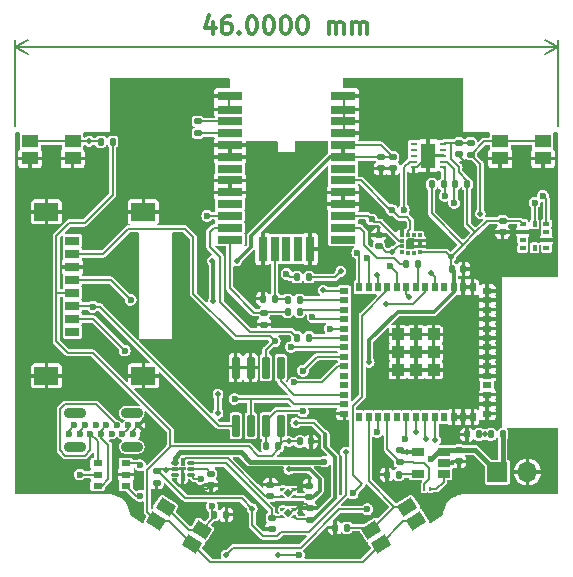
<source format=gbr>
G04 #@! TF.GenerationSoftware,KiCad,Pcbnew,7.0.8-7.0.8~ubuntu22.04.1*
G04 #@! TF.CreationDate,2023-10-27T20:54:45-04:00*
G04 #@! TF.ProjectId,osw,6f73772e-6b69-4636-9164-5f7063625858,4.0*
G04 #@! TF.SameCoordinates,Original*
G04 #@! TF.FileFunction,Copper,L1,Top*
G04 #@! TF.FilePolarity,Positive*
%FSLAX46Y46*%
G04 Gerber Fmt 4.6, Leading zero omitted, Abs format (unit mm)*
G04 Created by KiCad (PCBNEW 7.0.8-7.0.8~ubuntu22.04.1) date 2023-10-27 20:54:45*
%MOMM*%
%LPD*%
G01*
G04 APERTURE LIST*
G04 Aperture macros list*
%AMRoundRect*
0 Rectangle with rounded corners*
0 $1 Rounding radius*
0 $2 $3 $4 $5 $6 $7 $8 $9 X,Y pos of 4 corners*
0 Add a 4 corners polygon primitive as box body*
4,1,4,$2,$3,$4,$5,$6,$7,$8,$9,$2,$3,0*
0 Add four circle primitives for the rounded corners*
1,1,$1+$1,$2,$3*
1,1,$1+$1,$4,$5*
1,1,$1+$1,$6,$7*
1,1,$1+$1,$8,$9*
0 Add four rect primitives between the rounded corners*
20,1,$1+$1,$2,$3,$4,$5,0*
20,1,$1+$1,$4,$5,$6,$7,0*
20,1,$1+$1,$6,$7,$8,$9,0*
20,1,$1+$1,$8,$9,$2,$3,0*%
%AMRotRect*
0 Rectangle, with rotation*
0 The origin of the aperture is its center*
0 $1 length*
0 $2 width*
0 $3 Rotation angle, in degrees counterclockwise*
0 Add horizontal line*
21,1,$1,$2,0,0,$3*%
%AMFreePoly0*
4,1,15,-0.049998,0.200500,0.250000,0.200500,0.250354,0.200354,0.250500,0.200000,0.250500,-0.200000,0.250354,-0.200354,0.250000,-0.200500,-0.250000,-0.200500,-0.250354,-0.200354,-0.250500,-0.200000,-0.250501,0.000000,-0.250354,0.000354,-0.050354,0.200354,-0.050000,0.200501,-0.049998,0.200500,-0.049998,0.200500,$1*%
%AMFreePoly1*
4,1,13,0.330354,0.123354,0.330500,0.123000,0.330352,0.122645,0.080354,-0.127354,0.079998,-0.127500,-0.140000,-0.127500,-0.140354,-0.127354,-0.140500,-0.127000,-0.140500,0.123000,-0.140354,0.123354,-0.140000,0.123500,0.330000,0.123500,0.330354,0.123354,0.330354,0.123354,$1*%
%AMFreePoly2*
4,1,16,0.082995,0.139500,0.083000,0.139500,0.083349,0.139358,0.263354,-0.035646,0.263501,-0.035993,0.263500,-0.111000,0.263354,-0.111354,0.263000,-0.111500,-0.137000,-0.111500,-0.137354,-0.111354,-0.137500,-0.111000,-0.137500,0.139000,-0.137354,0.139354,-0.137000,0.139500,0.082993,0.139501,0.082995,0.139500,0.082995,0.139500,$1*%
%AMFreePoly3*
4,1,16,-0.087991,0.146500,0.132000,0.146500,0.132354,0.146354,0.132500,0.146000,0.132500,-0.104000,0.132354,-0.104354,0.132000,-0.104500,-0.268000,-0.104500,-0.268354,-0.104354,-0.268500,-0.104000,-0.268499,-0.028997,-0.268501,-0.028993,-0.268354,-0.028646,-0.088348,0.146359,-0.087993,0.146501,-0.087991,0.146500,-0.087991,0.146500,$1*%
%AMFreePoly4*
4,1,14,0.138354,0.121354,0.138500,0.121000,0.138500,-0.129000,0.138354,-0.129354,0.138000,-0.129500,-0.082000,-0.129500,-0.082348,-0.129359,-0.262354,0.045646,-0.262501,0.045993,-0.262500,0.121000,-0.262354,0.121354,-0.262000,0.121500,0.138000,0.121500,0.138354,0.121354,0.138354,0.121354,$1*%
G04 Aperture macros list end*
%ADD10C,0.300000*%
G04 #@! TA.AperFunction,NonConductor*
%ADD11C,0.300000*%
G04 #@! TD*
G04 #@! TA.AperFunction,NonConductor*
%ADD12C,0.200000*%
G04 #@! TD*
G04 #@! TA.AperFunction,SMDPad,CuDef*
%ADD13RoundRect,0.135000X-0.185000X0.135000X-0.185000X-0.135000X0.185000X-0.135000X0.185000X0.135000X0*%
G04 #@! TD*
G04 #@! TA.AperFunction,SMDPad,CuDef*
%ADD14RoundRect,0.135000X0.135000X0.185000X-0.135000X0.185000X-0.135000X-0.185000X0.135000X-0.185000X0*%
G04 #@! TD*
G04 #@! TA.AperFunction,SMDPad,CuDef*
%ADD15RoundRect,0.140000X-0.170000X0.140000X-0.170000X-0.140000X0.170000X-0.140000X0.170000X0.140000X0*%
G04 #@! TD*
G04 #@! TA.AperFunction,SMDPad,CuDef*
%ADD16R,2.150000X0.700000*%
G04 #@! TD*
G04 #@! TA.AperFunction,SMDPad,CuDef*
%ADD17R,0.700000X2.150000*%
G04 #@! TD*
G04 #@! TA.AperFunction,SMDPad,CuDef*
%ADD18R,0.275000X0.400000*%
G04 #@! TD*
G04 #@! TA.AperFunction,ComponentPad*
%ADD19R,1.700000X1.700000*%
G04 #@! TD*
G04 #@! TA.AperFunction,ComponentPad*
%ADD20O,1.700000X1.700000*%
G04 #@! TD*
G04 #@! TA.AperFunction,SMDPad,CuDef*
%ADD21RoundRect,0.135000X-0.135000X-0.185000X0.135000X-0.185000X0.135000X0.185000X-0.135000X0.185000X0*%
G04 #@! TD*
G04 #@! TA.AperFunction,SMDPad,CuDef*
%ADD22RoundRect,0.140000X-0.140000X-0.170000X0.140000X-0.170000X0.140000X0.170000X-0.140000X0.170000X0*%
G04 #@! TD*
G04 #@! TA.AperFunction,ComponentPad*
%ADD23C,0.600000*%
G04 #@! TD*
G04 #@! TA.AperFunction,ComponentPad*
%ADD24O,1.900000X0.900000*%
G04 #@! TD*
G04 #@! TA.AperFunction,SMDPad,CuDef*
%ADD25RoundRect,0.135000X0.185000X-0.135000X0.185000X0.135000X-0.185000X0.135000X-0.185000X-0.135000X0*%
G04 #@! TD*
G04 #@! TA.AperFunction,SMDPad,CuDef*
%ADD26R,0.800000X0.550000*%
G04 #@! TD*
G04 #@! TA.AperFunction,SMDPad,CuDef*
%ADD27FreePoly0,0.000000*%
G04 #@! TD*
G04 #@! TA.AperFunction,SMDPad,CuDef*
%ADD28R,0.500000X0.400000*%
G04 #@! TD*
G04 #@! TA.AperFunction,SMDPad,CuDef*
%ADD29R,0.400000X0.500000*%
G04 #@! TD*
G04 #@! TA.AperFunction,SMDPad,CuDef*
%ADD30R,0.500000X0.800000*%
G04 #@! TD*
G04 #@! TA.AperFunction,SMDPad,CuDef*
%ADD31R,0.800000X0.500000*%
G04 #@! TD*
G04 #@! TA.AperFunction,SMDPad,CuDef*
%ADD32R,1.000000X1.000000*%
G04 #@! TD*
G04 #@! TA.AperFunction,SMDPad,CuDef*
%ADD33RotRect,1.400000X1.050000X327.481000*%
G04 #@! TD*
G04 #@! TA.AperFunction,SMDPad,CuDef*
%ADD34RoundRect,0.140000X0.170000X-0.140000X0.170000X0.140000X-0.170000X0.140000X-0.170000X-0.140000X0*%
G04 #@! TD*
G04 #@! TA.AperFunction,SMDPad,CuDef*
%ADD35FreePoly1,180.000000*%
G04 #@! TD*
G04 #@! TA.AperFunction,SMDPad,CuDef*
%ADD36FreePoly2,180.000000*%
G04 #@! TD*
G04 #@! TA.AperFunction,SMDPad,CuDef*
%ADD37FreePoly3,180.000000*%
G04 #@! TD*
G04 #@! TA.AperFunction,SMDPad,CuDef*
%ADD38FreePoly4,180.000000*%
G04 #@! TD*
G04 #@! TA.AperFunction,SMDPad,CuDef*
%ADD39RotRect,0.480000X0.480000X135.000000*%
G04 #@! TD*
G04 #@! TA.AperFunction,SMDPad,CuDef*
%ADD40R,1.200000X0.800000*%
G04 #@! TD*
G04 #@! TA.AperFunction,SMDPad,CuDef*
%ADD41R,2.000000X1.500000*%
G04 #@! TD*
G04 #@! TA.AperFunction,SMDPad,CuDef*
%ADD42RoundRect,0.090000X-0.210000X0.865000X-0.210000X-0.865000X0.210000X-0.865000X0.210000X0.865000X0*%
G04 #@! TD*
G04 #@! TA.AperFunction,SMDPad,CuDef*
%ADD43R,1.400000X1.050000*%
G04 #@! TD*
G04 #@! TA.AperFunction,SMDPad,CuDef*
%ADD44RotRect,1.400000X1.050000X32.520000*%
G04 #@! TD*
G04 #@! TA.AperFunction,SMDPad,CuDef*
%ADD45RoundRect,0.007500X-0.267500X-0.117500X0.267500X-0.117500X0.267500X0.117500X-0.267500X0.117500X0*%
G04 #@! TD*
G04 #@! TA.AperFunction,SMDPad,CuDef*
%ADD46RoundRect,0.006000X-0.269000X-0.094000X0.269000X-0.094000X0.269000X0.094000X-0.269000X0.094000X0*%
G04 #@! TD*
G04 #@! TA.AperFunction,SMDPad,CuDef*
%ADD47RoundRect,0.012000X0.138000X-0.288000X0.138000X0.288000X-0.138000X0.288000X-0.138000X-0.288000X0*%
G04 #@! TD*
G04 #@! TA.AperFunction,SMDPad,CuDef*
%ADD48R,1.060000X0.650000*%
G04 #@! TD*
G04 #@! TA.AperFunction,SMDPad,CuDef*
%ADD49R,0.375000X0.350000*%
G04 #@! TD*
G04 #@! TA.AperFunction,SMDPad,CuDef*
%ADD50R,0.350000X0.375000*%
G04 #@! TD*
G04 #@! TA.AperFunction,SMDPad,CuDef*
%ADD51R,0.575000X0.250000*%
G04 #@! TD*
G04 #@! TA.AperFunction,SMDPad,CuDef*
%ADD52R,1.244600X2.159000*%
G04 #@! TD*
G04 #@! TA.AperFunction,ViaPad*
%ADD53C,0.600000*%
G04 #@! TD*
G04 #@! TA.AperFunction,ViaPad*
%ADD54C,0.510000*%
G04 #@! TD*
G04 #@! TA.AperFunction,Conductor*
%ADD55C,0.200000*%
G04 #@! TD*
G04 #@! TA.AperFunction,Conductor*
%ADD56C,0.300000*%
G04 #@! TD*
G04 #@! TA.AperFunction,Conductor*
%ADD57C,0.400000*%
G04 #@! TD*
G04 #@! TA.AperFunction,Conductor*
%ADD58C,0.150000*%
G04 #@! TD*
G04 APERTURE END LIST*
D10*
D11*
X153785716Y-84478328D02*
X153785716Y-85478328D01*
X153428573Y-83906900D02*
X153071430Y-84978328D01*
X153071430Y-84978328D02*
X154000001Y-84978328D01*
X155214287Y-83978328D02*
X154928572Y-83978328D01*
X154928572Y-83978328D02*
X154785715Y-84049757D01*
X154785715Y-84049757D02*
X154714287Y-84121185D01*
X154714287Y-84121185D02*
X154571429Y-84335471D01*
X154571429Y-84335471D02*
X154500001Y-84621185D01*
X154500001Y-84621185D02*
X154500001Y-85192614D01*
X154500001Y-85192614D02*
X154571429Y-85335471D01*
X154571429Y-85335471D02*
X154642858Y-85406900D01*
X154642858Y-85406900D02*
X154785715Y-85478328D01*
X154785715Y-85478328D02*
X155071429Y-85478328D01*
X155071429Y-85478328D02*
X155214287Y-85406900D01*
X155214287Y-85406900D02*
X155285715Y-85335471D01*
X155285715Y-85335471D02*
X155357144Y-85192614D01*
X155357144Y-85192614D02*
X155357144Y-84835471D01*
X155357144Y-84835471D02*
X155285715Y-84692614D01*
X155285715Y-84692614D02*
X155214287Y-84621185D01*
X155214287Y-84621185D02*
X155071429Y-84549757D01*
X155071429Y-84549757D02*
X154785715Y-84549757D01*
X154785715Y-84549757D02*
X154642858Y-84621185D01*
X154642858Y-84621185D02*
X154571429Y-84692614D01*
X154571429Y-84692614D02*
X154500001Y-84835471D01*
X156000000Y-85335471D02*
X156071429Y-85406900D01*
X156071429Y-85406900D02*
X156000000Y-85478328D01*
X156000000Y-85478328D02*
X155928572Y-85406900D01*
X155928572Y-85406900D02*
X156000000Y-85335471D01*
X156000000Y-85335471D02*
X156000000Y-85478328D01*
X157000001Y-83978328D02*
X157142858Y-83978328D01*
X157142858Y-83978328D02*
X157285715Y-84049757D01*
X157285715Y-84049757D02*
X157357144Y-84121185D01*
X157357144Y-84121185D02*
X157428572Y-84264042D01*
X157428572Y-84264042D02*
X157500001Y-84549757D01*
X157500001Y-84549757D02*
X157500001Y-84906900D01*
X157500001Y-84906900D02*
X157428572Y-85192614D01*
X157428572Y-85192614D02*
X157357144Y-85335471D01*
X157357144Y-85335471D02*
X157285715Y-85406900D01*
X157285715Y-85406900D02*
X157142858Y-85478328D01*
X157142858Y-85478328D02*
X157000001Y-85478328D01*
X157000001Y-85478328D02*
X156857144Y-85406900D01*
X156857144Y-85406900D02*
X156785715Y-85335471D01*
X156785715Y-85335471D02*
X156714286Y-85192614D01*
X156714286Y-85192614D02*
X156642858Y-84906900D01*
X156642858Y-84906900D02*
X156642858Y-84549757D01*
X156642858Y-84549757D02*
X156714286Y-84264042D01*
X156714286Y-84264042D02*
X156785715Y-84121185D01*
X156785715Y-84121185D02*
X156857144Y-84049757D01*
X156857144Y-84049757D02*
X157000001Y-83978328D01*
X158428572Y-83978328D02*
X158571429Y-83978328D01*
X158571429Y-83978328D02*
X158714286Y-84049757D01*
X158714286Y-84049757D02*
X158785715Y-84121185D01*
X158785715Y-84121185D02*
X158857143Y-84264042D01*
X158857143Y-84264042D02*
X158928572Y-84549757D01*
X158928572Y-84549757D02*
X158928572Y-84906900D01*
X158928572Y-84906900D02*
X158857143Y-85192614D01*
X158857143Y-85192614D02*
X158785715Y-85335471D01*
X158785715Y-85335471D02*
X158714286Y-85406900D01*
X158714286Y-85406900D02*
X158571429Y-85478328D01*
X158571429Y-85478328D02*
X158428572Y-85478328D01*
X158428572Y-85478328D02*
X158285715Y-85406900D01*
X158285715Y-85406900D02*
X158214286Y-85335471D01*
X158214286Y-85335471D02*
X158142857Y-85192614D01*
X158142857Y-85192614D02*
X158071429Y-84906900D01*
X158071429Y-84906900D02*
X158071429Y-84549757D01*
X158071429Y-84549757D02*
X158142857Y-84264042D01*
X158142857Y-84264042D02*
X158214286Y-84121185D01*
X158214286Y-84121185D02*
X158285715Y-84049757D01*
X158285715Y-84049757D02*
X158428572Y-83978328D01*
X159857143Y-83978328D02*
X160000000Y-83978328D01*
X160000000Y-83978328D02*
X160142857Y-84049757D01*
X160142857Y-84049757D02*
X160214286Y-84121185D01*
X160214286Y-84121185D02*
X160285714Y-84264042D01*
X160285714Y-84264042D02*
X160357143Y-84549757D01*
X160357143Y-84549757D02*
X160357143Y-84906900D01*
X160357143Y-84906900D02*
X160285714Y-85192614D01*
X160285714Y-85192614D02*
X160214286Y-85335471D01*
X160214286Y-85335471D02*
X160142857Y-85406900D01*
X160142857Y-85406900D02*
X160000000Y-85478328D01*
X160000000Y-85478328D02*
X159857143Y-85478328D01*
X159857143Y-85478328D02*
X159714286Y-85406900D01*
X159714286Y-85406900D02*
X159642857Y-85335471D01*
X159642857Y-85335471D02*
X159571428Y-85192614D01*
X159571428Y-85192614D02*
X159500000Y-84906900D01*
X159500000Y-84906900D02*
X159500000Y-84549757D01*
X159500000Y-84549757D02*
X159571428Y-84264042D01*
X159571428Y-84264042D02*
X159642857Y-84121185D01*
X159642857Y-84121185D02*
X159714286Y-84049757D01*
X159714286Y-84049757D02*
X159857143Y-83978328D01*
X161285714Y-83978328D02*
X161428571Y-83978328D01*
X161428571Y-83978328D02*
X161571428Y-84049757D01*
X161571428Y-84049757D02*
X161642857Y-84121185D01*
X161642857Y-84121185D02*
X161714285Y-84264042D01*
X161714285Y-84264042D02*
X161785714Y-84549757D01*
X161785714Y-84549757D02*
X161785714Y-84906900D01*
X161785714Y-84906900D02*
X161714285Y-85192614D01*
X161714285Y-85192614D02*
X161642857Y-85335471D01*
X161642857Y-85335471D02*
X161571428Y-85406900D01*
X161571428Y-85406900D02*
X161428571Y-85478328D01*
X161428571Y-85478328D02*
X161285714Y-85478328D01*
X161285714Y-85478328D02*
X161142857Y-85406900D01*
X161142857Y-85406900D02*
X161071428Y-85335471D01*
X161071428Y-85335471D02*
X160999999Y-85192614D01*
X160999999Y-85192614D02*
X160928571Y-84906900D01*
X160928571Y-84906900D02*
X160928571Y-84549757D01*
X160928571Y-84549757D02*
X160999999Y-84264042D01*
X160999999Y-84264042D02*
X161071428Y-84121185D01*
X161071428Y-84121185D02*
X161142857Y-84049757D01*
X161142857Y-84049757D02*
X161285714Y-83978328D01*
X163571427Y-85478328D02*
X163571427Y-84478328D01*
X163571427Y-84621185D02*
X163642856Y-84549757D01*
X163642856Y-84549757D02*
X163785713Y-84478328D01*
X163785713Y-84478328D02*
X163999999Y-84478328D01*
X163999999Y-84478328D02*
X164142856Y-84549757D01*
X164142856Y-84549757D02*
X164214285Y-84692614D01*
X164214285Y-84692614D02*
X164214285Y-85478328D01*
X164214285Y-84692614D02*
X164285713Y-84549757D01*
X164285713Y-84549757D02*
X164428570Y-84478328D01*
X164428570Y-84478328D02*
X164642856Y-84478328D01*
X164642856Y-84478328D02*
X164785713Y-84549757D01*
X164785713Y-84549757D02*
X164857142Y-84692614D01*
X164857142Y-84692614D02*
X164857142Y-85478328D01*
X165571427Y-85478328D02*
X165571427Y-84478328D01*
X165571427Y-84621185D02*
X165642856Y-84549757D01*
X165642856Y-84549757D02*
X165785713Y-84478328D01*
X165785713Y-84478328D02*
X165999999Y-84478328D01*
X165999999Y-84478328D02*
X166142856Y-84549757D01*
X166142856Y-84549757D02*
X166214285Y-84692614D01*
X166214285Y-84692614D02*
X166214285Y-85478328D01*
X166214285Y-84692614D02*
X166285713Y-84549757D01*
X166285713Y-84549757D02*
X166428570Y-84478328D01*
X166428570Y-84478328D02*
X166642856Y-84478328D01*
X166642856Y-84478328D02*
X166785713Y-84549757D01*
X166785713Y-84549757D02*
X166857142Y-84692614D01*
X166857142Y-84692614D02*
X166857142Y-85478328D01*
D12*
X183000000Y-93300000D02*
X183000000Y-86013580D01*
X137000000Y-86013580D02*
X137000000Y-93300000D01*
X183000000Y-86600000D02*
X137000000Y-86600000D01*
X183000000Y-86600000D02*
X137000000Y-86600000D01*
X183000000Y-86600000D02*
X181873496Y-87186421D01*
X183000000Y-86600000D02*
X181873496Y-86013579D01*
X137000000Y-86600000D02*
X138126504Y-86013579D01*
X137000000Y-86600000D02*
X138126504Y-87186421D01*
D13*
X175600000Y-94690000D03*
X175600000Y-95710000D03*
D14*
X161910000Y-106100000D03*
X160890000Y-106100000D03*
X165110000Y-127300000D03*
X164090000Y-127300000D03*
D15*
X174600000Y-94720000D03*
X174600000Y-95680000D03*
D16*
X164800000Y-102900000D03*
X164800000Y-101900000D03*
X164800000Y-100900000D03*
X164800000Y-99900000D03*
X164800000Y-98900000D03*
X164800000Y-97900000D03*
X164800000Y-96900000D03*
X164800000Y-95900000D03*
X164800000Y-94900000D03*
X164800000Y-93900000D03*
X164800000Y-92900000D03*
X164800000Y-91900000D03*
X164800000Y-90750000D03*
X155200000Y-90750000D03*
X155200000Y-91900000D03*
X155200000Y-92900000D03*
X155200000Y-93900000D03*
X155200000Y-94900000D03*
X155200000Y-95900000D03*
X155200000Y-96900000D03*
X155200000Y-97900000D03*
X155200000Y-98900000D03*
X155200000Y-99900000D03*
X155200000Y-100900000D03*
X155200000Y-101900000D03*
X155200000Y-102900000D03*
D17*
X158000000Y-103700000D03*
X159000000Y-103700000D03*
X160000000Y-103700000D03*
X161000000Y-103700000D03*
X162000000Y-103700000D03*
D18*
X172187500Y-124000000D03*
X171662500Y-124000000D03*
D19*
X177860000Y-122600000D03*
D20*
X180400000Y-122600000D03*
D21*
X153890000Y-126200000D03*
X154910000Y-126200000D03*
D22*
X174020000Y-105400000D03*
X174980000Y-105400000D03*
D15*
X153600000Y-122720000D03*
X153600000Y-123680000D03*
D23*
X142050000Y-118620000D03*
X142950000Y-118620000D03*
X143850000Y-118620000D03*
X144750000Y-118620000D03*
X145650000Y-118620000D03*
X146550000Y-118620000D03*
X147450000Y-118620000D03*
X147000000Y-119400000D03*
X146100000Y-119400000D03*
X145200000Y-119400000D03*
X144300000Y-119400000D03*
X143400000Y-119400000D03*
X142500000Y-119400000D03*
X141600000Y-119400000D03*
D24*
X142100000Y-117580000D03*
X142100000Y-120440000D03*
X146900000Y-117580000D03*
X146900000Y-120440000D03*
D25*
X169600000Y-121710000D03*
X169600000Y-120690000D03*
D26*
X146400000Y-123750000D03*
X146400000Y-122800000D03*
X146400000Y-121850000D03*
X144000000Y-121850000D03*
X144000000Y-122800000D03*
X144000000Y-123750000D03*
D15*
X168000000Y-95920000D03*
X168000000Y-96880000D03*
D27*
X180000000Y-101550000D03*
D28*
X180000000Y-102250000D03*
X180000000Y-102950000D03*
X180000000Y-103650000D03*
D29*
X181000000Y-103600000D03*
D28*
X182000000Y-103650000D03*
X182000000Y-102950000D03*
X182000000Y-102250000D03*
X182000000Y-101550000D03*
D29*
X181000000Y-101600000D03*
D13*
X158100000Y-109090000D03*
X158100000Y-110110000D03*
D30*
X175750000Y-106937500D03*
X174950000Y-106937500D03*
X174150000Y-106937500D03*
X173350000Y-106937500D03*
X172550000Y-106937500D03*
X171750000Y-106937500D03*
X170950000Y-106937500D03*
X170150000Y-106937500D03*
X169350000Y-106937500D03*
X168550000Y-106937500D03*
X167750000Y-106937500D03*
X166950000Y-106937500D03*
X166150000Y-106937500D03*
D31*
X164900000Y-107237500D03*
X164900000Y-108037500D03*
X164900000Y-108837500D03*
X164900000Y-109637500D03*
X164900000Y-110437500D03*
X164900000Y-111237500D03*
X164900000Y-112037500D03*
X164900000Y-112837500D03*
X164900000Y-113637500D03*
X164900000Y-114437500D03*
X164900000Y-115237500D03*
X164900000Y-116037500D03*
X164900000Y-116837500D03*
X164900000Y-117637500D03*
D30*
X166150000Y-117937500D03*
X166950000Y-117937500D03*
X167750000Y-117937500D03*
X168550000Y-117937500D03*
X169350000Y-117937500D03*
X170150000Y-117937500D03*
X170950000Y-117937500D03*
X171750000Y-117937500D03*
X172550000Y-117937500D03*
X173350000Y-117937500D03*
X174150000Y-117937500D03*
X174950000Y-117937500D03*
X175750000Y-117937500D03*
D31*
X177000000Y-117637500D03*
X177000000Y-116837500D03*
X177000000Y-116037500D03*
X177000000Y-115237500D03*
X177000000Y-114437500D03*
X177000000Y-113637500D03*
X177000000Y-112837500D03*
X177000000Y-112037500D03*
X177000000Y-111237500D03*
X177000000Y-110437500D03*
X177000000Y-109637500D03*
X177000000Y-108837500D03*
X177000000Y-108037500D03*
X177000000Y-107237500D03*
D32*
X172450000Y-110937500D03*
X170950000Y-110937500D03*
X169450000Y-110937500D03*
X172450000Y-112437500D03*
X170950000Y-112437500D03*
X169450000Y-112437500D03*
X172450000Y-113937500D03*
X170950000Y-113937500D03*
X169450000Y-113937500D03*
D14*
X161110000Y-108000000D03*
X160090000Y-108000000D03*
D22*
X161120000Y-120000000D03*
X162080000Y-120000000D03*
D14*
X159310000Y-120400000D03*
X158290000Y-120400000D03*
X145290000Y-94615000D03*
X144270000Y-94615000D03*
D33*
X149771961Y-125521028D03*
X152807529Y-127456313D03*
X148992471Y-126743687D03*
X152028039Y-128678972D03*
D34*
X161964000Y-126607000D03*
X161964000Y-125647000D03*
D15*
X158746000Y-126447000D03*
X158746000Y-127407000D03*
D34*
X167800000Y-103480000D03*
X167800000Y-102520000D03*
D14*
X175310000Y-98200000D03*
X174290000Y-98200000D03*
D35*
X160661000Y-124700000D03*
D36*
X160664000Y-124034000D03*
D37*
X159633000Y-124027000D03*
D38*
X159639000Y-124702000D03*
D39*
X160151000Y-124373000D03*
D34*
X158646000Y-124607000D03*
X158646000Y-123647000D03*
D14*
X171110000Y-105000000D03*
X170090000Y-105000000D03*
D40*
X141875000Y-110725000D03*
X141875000Y-109625000D03*
X141875000Y-108525000D03*
X141875000Y-107425000D03*
X141875000Y-106325000D03*
X141875000Y-105225000D03*
X141875000Y-104125000D03*
X141875000Y-103025000D03*
D41*
X139675000Y-100555000D03*
X147875000Y-100555000D03*
X147875000Y-114445000D03*
X139675000Y-114445000D03*
D34*
X149000000Y-123480000D03*
X149000000Y-122520000D03*
D14*
X161910000Y-111200000D03*
X160890000Y-111200000D03*
D15*
X174600000Y-120720000D03*
X174600000Y-121680000D03*
D42*
X159505000Y-113740000D03*
X158235000Y-113740000D03*
X156965000Y-113740000D03*
X155695000Y-113740000D03*
X155695000Y-118660000D03*
X156965000Y-118660000D03*
X158235000Y-118660000D03*
X159505000Y-118660000D03*
D14*
X169510000Y-122800000D03*
X168490000Y-122800000D03*
D43*
X141900000Y-96025000D03*
X138300000Y-96025000D03*
X141900000Y-94575000D03*
X138300000Y-94575000D03*
D44*
X167192477Y-127456346D03*
X170228011Y-125521008D03*
X167971989Y-128678992D03*
X171007523Y-126743654D03*
D14*
X159010000Y-107900000D03*
X157990000Y-107900000D03*
D45*
X150525000Y-121850000D03*
D46*
X150525000Y-122350000D03*
D45*
X150525000Y-122850000D03*
D47*
X151200000Y-123000000D03*
D45*
X151875000Y-122850000D03*
D46*
X151875000Y-122350000D03*
D45*
X151875000Y-121850000D03*
D47*
X151200000Y-121700000D03*
D13*
X152500000Y-92890000D03*
X152500000Y-93910000D03*
D21*
X172290000Y-98200000D03*
X173310000Y-98200000D03*
D14*
X176310000Y-119400000D03*
X175290000Y-119400000D03*
D48*
X173300000Y-122750000D03*
X173300000Y-121800000D03*
X173300000Y-120850000D03*
X171100000Y-120850000D03*
X171100000Y-122750000D03*
D49*
X169787500Y-102487500D03*
X169787500Y-102987500D03*
X169787500Y-103487500D03*
X169787500Y-103987500D03*
D50*
X170300000Y-104000000D03*
X170800000Y-104000000D03*
D49*
X171312500Y-103987500D03*
X171312500Y-103487500D03*
X171312500Y-102987500D03*
X171312500Y-102487500D03*
D50*
X170800000Y-102475000D03*
X170300000Y-102475000D03*
D15*
X178300000Y-101320000D03*
X178300000Y-102280000D03*
D35*
X160674000Y-126400000D03*
D36*
X160677000Y-125734000D03*
D37*
X159646000Y-125727000D03*
D38*
X159652000Y-126402000D03*
D39*
X160164000Y-126073000D03*
D43*
X181700000Y-96025000D03*
X178100000Y-96025000D03*
X181700000Y-94575000D03*
X178100000Y-94575000D03*
D15*
X169000000Y-95920000D03*
X169000000Y-96880000D03*
D14*
X161110000Y-109000000D03*
X160090000Y-109000000D03*
D51*
X170755400Y-94800000D03*
X170755400Y-95300000D03*
X170755400Y-95800000D03*
X170755400Y-96300000D03*
X170755400Y-96800000D03*
X173244600Y-96800000D03*
X173244600Y-96300000D03*
X173244600Y-95800000D03*
X173244600Y-95300000D03*
X173244600Y-94800000D03*
D52*
X172000000Y-95800000D03*
D34*
X161946000Y-124707000D03*
X161946000Y-123747000D03*
D14*
X178310000Y-119400000D03*
X177290000Y-119400000D03*
D53*
X174200000Y-101200000D03*
D54*
X147200000Y-125500000D03*
X163300000Y-122700000D03*
X156500000Y-109500000D03*
X157600000Y-111800000D03*
X167600000Y-122700000D03*
X174600000Y-109400000D03*
D53*
X155000000Y-124200000D03*
D54*
X152400000Y-101900000D03*
X169400000Y-124000000D03*
X157000000Y-115600000D03*
X170700000Y-116200000D03*
X172900000Y-102600000D03*
X174700000Y-123600000D03*
X150900000Y-103700000D03*
X167300000Y-115700000D03*
X166800000Y-124400000D03*
X161200000Y-125300000D03*
X152600000Y-109200000D03*
X172500000Y-125200000D03*
X144600000Y-101800000D03*
D53*
X164000000Y-119400000D03*
D54*
X157200000Y-128100000D03*
X168500000Y-93300000D03*
X158700000Y-127400000D03*
X168700000Y-102900000D03*
D53*
X163200000Y-118200000D03*
X157400000Y-122400000D03*
D54*
X161600000Y-121000000D03*
X181000000Y-102600000D03*
X144000000Y-98400000D03*
X146400000Y-104800000D03*
X147200000Y-109100000D03*
X174600000Y-115600000D03*
X172700000Y-92100000D03*
X152400000Y-125500000D03*
D53*
X166200000Y-108200000D03*
D54*
X172000000Y-95800000D03*
X163500000Y-128800000D03*
X153100000Y-113500000D03*
X161200000Y-128200000D03*
X150700000Y-119500000D03*
X157200000Y-105600000D03*
X151800000Y-124000000D03*
X155600000Y-115600000D03*
X139200000Y-102600000D03*
X150900000Y-97500000D03*
X144600000Y-115600000D03*
X161300000Y-123800000D03*
X158800000Y-98000000D03*
X159600000Y-128453717D03*
X175500000Y-96700000D03*
X152900000Y-105700000D03*
X144200000Y-112100000D03*
X161900000Y-101600000D03*
X168500000Y-98400000D03*
X152200000Y-114600000D03*
X146700000Y-92700000D03*
X177100000Y-104400000D03*
X166800000Y-99700000D03*
X148100000Y-95500000D03*
X179900000Y-95700000D03*
X155700000Y-125400000D03*
X154200000Y-117600000D03*
X160800000Y-118400000D03*
X153700000Y-104700000D03*
X154200000Y-116000000D03*
X153800000Y-108116467D03*
X155800000Y-104700000D03*
D53*
X142500000Y-122800000D03*
D54*
X157089000Y-125680500D03*
X170200000Y-120850000D03*
X149800000Y-122400000D03*
X165000000Y-120904207D03*
D53*
X163212467Y-121700000D03*
X172201193Y-121488739D03*
D54*
X168965514Y-103945500D03*
X167000000Y-113300000D03*
X173900000Y-104400000D03*
X160200000Y-122354500D03*
X160200000Y-120000000D03*
D53*
X165600000Y-124400000D03*
X146300000Y-112300000D03*
X160600000Y-115000000D03*
X143600000Y-108600000D03*
X162200000Y-109437500D03*
X155600000Y-116400000D03*
X146800000Y-108000000D03*
X159000000Y-111500000D03*
X163649647Y-110449647D03*
X160400000Y-112000000D03*
D54*
X164600000Y-105600000D03*
X172200000Y-105700000D03*
D53*
X153300000Y-100900000D03*
X160000000Y-105800000D03*
D54*
X176800000Y-119400000D03*
X170950000Y-119200000D03*
D53*
X153700000Y-125500000D03*
X170000000Y-119800000D03*
D54*
X170400000Y-107800000D03*
X176400000Y-100700000D03*
X168400000Y-108400000D03*
X143300000Y-94575000D03*
D53*
X161400000Y-114000000D03*
X161400000Y-117437000D03*
X173400000Y-99200000D03*
X166000000Y-104000000D03*
X167200000Y-101200000D03*
X181700000Y-99200000D03*
X174200000Y-99800000D03*
X166801186Y-104432543D03*
X181000000Y-99800000D03*
X168900000Y-100400000D03*
X147595250Y-122004750D03*
X167700000Y-119200000D03*
X152726089Y-123173911D03*
X168756439Y-105099500D03*
X169923911Y-100399500D03*
D54*
X167700000Y-105900000D03*
X163100000Y-107200000D03*
X171800000Y-119800000D03*
X159300000Y-129600000D03*
D53*
X161044561Y-129608217D03*
X166823911Y-125723911D03*
D54*
X172600000Y-119900000D03*
X154882908Y-129617091D03*
D53*
X147600000Y-124600000D03*
D55*
X161617000Y-125300000D02*
X161964000Y-125647000D01*
X167800000Y-102520000D02*
X168320000Y-102520000D01*
X174600000Y-95680000D02*
X174600000Y-95800000D01*
X180000000Y-102250000D02*
X178330000Y-102250000D01*
X178330000Y-102250000D02*
X178300000Y-102280000D01*
X141600000Y-119070000D02*
X142050000Y-118620000D01*
X173244600Y-95800000D02*
X172000000Y-95800000D01*
X160664000Y-124034000D02*
X161066000Y-124034000D01*
X160151000Y-124373000D02*
X160325000Y-124373000D01*
X174600000Y-95800000D02*
X175500000Y-96700000D01*
X168320000Y-102520000D02*
X168700000Y-102900000D01*
X160164000Y-126073000D02*
X160338000Y-126073000D01*
X160766000Y-125734000D02*
X161200000Y-125300000D01*
X161066000Y-124034000D02*
X161300000Y-123800000D01*
X141600000Y-119400000D02*
X141600000Y-119070000D01*
X153280000Y-124000000D02*
X151800000Y-124000000D01*
X153600000Y-123680000D02*
X153280000Y-124000000D01*
X147000000Y-119070000D02*
X147450000Y-118620000D01*
X160677000Y-125734000D02*
X160766000Y-125734000D01*
X172000000Y-95892164D02*
X172000000Y-95800000D01*
X161200000Y-125300000D02*
X161617000Y-125300000D01*
X170755400Y-96800000D02*
X171092164Y-96800000D01*
X147000000Y-119400000D02*
X147000000Y-119070000D01*
X160325000Y-124373000D02*
X160664000Y-124034000D01*
X160338000Y-126073000D02*
X160677000Y-125734000D01*
X171092164Y-96800000D02*
X172000000Y-95892164D01*
D56*
X164100000Y-124781000D02*
X164100000Y-121300000D01*
X161964000Y-126607000D02*
X162274000Y-126607000D01*
X155800000Y-104700000D02*
X157000000Y-103500000D01*
D55*
X154200000Y-117600000D02*
X154200000Y-116000000D01*
X161957000Y-126600000D02*
X161964000Y-126607000D01*
X164820000Y-95920000D02*
X164800000Y-95900000D01*
D56*
X157000000Y-102625000D02*
X163725000Y-95900000D01*
D55*
X169000000Y-95920000D02*
X168000000Y-95920000D01*
D56*
X164800000Y-95900000D02*
X164800000Y-94900000D01*
D55*
X164800000Y-94900000D02*
X167980000Y-94900000D01*
D56*
X164100000Y-121300000D02*
X163300000Y-120500000D01*
X153750500Y-104750500D02*
X153700000Y-104700000D01*
X157000000Y-103500000D02*
X157000000Y-102625000D01*
D55*
X160674000Y-126400000D02*
X160874000Y-126600000D01*
D56*
X162274000Y-126607000D02*
X164100000Y-124781000D01*
D55*
X167980000Y-94900000D02*
X169000000Y-95920000D01*
X160800000Y-118400000D02*
X162300000Y-118400000D01*
D56*
X153800000Y-108116467D02*
X153750500Y-108066967D01*
X163725000Y-95900000D02*
X164800000Y-95900000D01*
D55*
X160874000Y-126600000D02*
X161957000Y-126600000D01*
D56*
X153750500Y-108066967D02*
X153750500Y-104750500D01*
D55*
X162300000Y-118400000D02*
X163300000Y-119400000D01*
D56*
X163300000Y-120500000D02*
X163300000Y-119400000D01*
D55*
X168000000Y-95920000D02*
X164820000Y-95920000D01*
X157089000Y-125680500D02*
X157089000Y-127089000D01*
X149750000Y-122350000D02*
X149170000Y-122350000D01*
X146550000Y-118950000D02*
X146100000Y-119400000D01*
X144000000Y-122800000D02*
X142500000Y-122800000D01*
X157089000Y-125680500D02*
X156208500Y-124800000D01*
X149160000Y-122520000D02*
X149000000Y-122520000D01*
X159200000Y-128000000D02*
X159555000Y-127645000D01*
X151440000Y-124800000D02*
X149160000Y-122520000D01*
D56*
X169760000Y-120850000D02*
X169600000Y-120690000D01*
D55*
X146550000Y-118620000D02*
X146550000Y-118950000D01*
X161872396Y-127645000D02*
X165000000Y-124517396D01*
X157089000Y-127089000D02*
X158000000Y-128000000D01*
D56*
X171100000Y-120850000D02*
X170200000Y-120850000D01*
D55*
X149850000Y-122350000D02*
X149800000Y-122400000D01*
X149170000Y-122350000D02*
X149000000Y-122520000D01*
D56*
X170200000Y-120850000D02*
X169760000Y-120850000D01*
D55*
X142500000Y-119400000D02*
X142500000Y-119070000D01*
X165000000Y-124517396D02*
X165000000Y-120904207D01*
X156208500Y-124800000D02*
X151440000Y-124800000D01*
X149800000Y-122400000D02*
X149750000Y-122350000D01*
X158000000Y-128000000D02*
X159200000Y-128000000D01*
X150525000Y-122350000D02*
X149850000Y-122350000D01*
X159555000Y-127645000D02*
X161872396Y-127645000D01*
X142500000Y-119070000D02*
X142950000Y-118620000D01*
D57*
X163212467Y-121700000D02*
X156900000Y-121700000D01*
X177860000Y-122600000D02*
X178310000Y-122150000D01*
X172201193Y-121478121D02*
X172829314Y-120850000D01*
X156900000Y-121700000D02*
X156125000Y-120925000D01*
X173430000Y-120720000D02*
X173300000Y-120850000D01*
X172201193Y-121488739D02*
X172201193Y-121478121D01*
X150966344Y-120925000D02*
X150525000Y-121366344D01*
X175980000Y-120720000D02*
X174600000Y-120720000D01*
X177860000Y-122600000D02*
X175980000Y-120720000D01*
X172829314Y-120850000D02*
X173300000Y-120850000D01*
X178310000Y-122150000D02*
X178310000Y-119400000D01*
X174600000Y-120720000D02*
X173430000Y-120720000D01*
X150525000Y-121366344D02*
X150525000Y-121850000D01*
X156125000Y-120925000D02*
X150966344Y-120925000D01*
D55*
X168965514Y-103945500D02*
X169431014Y-103480000D01*
X169780000Y-103480000D02*
X169787500Y-103487500D01*
X145290000Y-99110000D02*
X142900000Y-101500000D01*
X171312500Y-103987500D02*
X173487500Y-103987500D01*
D56*
X167000000Y-111400000D02*
X167000000Y-113300000D01*
D55*
X158755000Y-121200000D02*
X159310000Y-120645000D01*
X174430000Y-94690000D02*
X174400000Y-94720000D01*
D58*
X179770000Y-101320000D02*
X178300000Y-101320000D01*
D56*
X161954500Y-122354500D02*
X162800000Y-123200000D01*
D55*
X175310000Y-97910000D02*
X174600000Y-97200000D01*
X175310000Y-101610000D02*
X176000000Y-102300000D01*
X172290000Y-100690000D02*
X174950000Y-103350000D01*
X140500000Y-107425000D02*
X141875000Y-107425000D01*
X173900000Y-105280000D02*
X174020000Y-105400000D01*
X167980000Y-103480000D02*
X167800000Y-103480000D01*
X159505000Y-120205000D02*
X159310000Y-120400000D01*
X160661000Y-124700000D02*
X161939000Y-124700000D01*
X145290000Y-94615000D02*
X145290000Y-99110000D01*
X172290000Y-98200000D02*
X172290000Y-100690000D01*
D56*
X172487500Y-109000000D02*
X169400000Y-109000000D01*
D55*
X141500000Y-112500000D02*
X140500000Y-111500000D01*
D56*
X162256000Y-124707000D02*
X161946000Y-124707000D01*
D55*
X173900000Y-104400000D02*
X174950000Y-103350000D01*
D56*
X162800000Y-124163000D02*
X162256000Y-124707000D01*
D55*
X148200000Y-125951177D02*
X148200000Y-122387744D01*
X173324600Y-94720000D02*
X173244600Y-94800000D01*
X167971989Y-128678992D02*
X169907327Y-126743654D01*
X168965514Y-103945500D02*
X168445500Y-103945500D01*
D56*
X169400000Y-109000000D02*
X167000000Y-111400000D01*
D55*
X175310000Y-98200000D02*
X175310000Y-101610000D01*
X150145000Y-119045000D02*
X143600000Y-112500000D01*
X176000000Y-102300000D02*
X176980000Y-101320000D01*
X168445500Y-103945500D02*
X167980000Y-103480000D01*
D56*
X174150000Y-105530000D02*
X174020000Y-105400000D01*
D55*
X176980000Y-101320000D02*
X178300000Y-101320000D01*
X174400000Y-94720000D02*
X173900000Y-94720000D01*
D56*
X160200000Y-122354500D02*
X161954500Y-122354500D01*
D55*
X140500000Y-102600000D02*
X140500000Y-106650000D01*
X169431014Y-103480000D02*
X169780000Y-103480000D01*
X150187744Y-120400000D02*
X150145000Y-120357256D01*
X141600000Y-101500000D02*
X140500000Y-102600000D01*
X173900000Y-94720000D02*
X173324600Y-94720000D01*
X159710000Y-120000000D02*
X159310000Y-120400000D01*
X167971989Y-128678992D02*
X166442764Y-130208217D01*
X150145000Y-120357256D02*
X150145000Y-119045000D01*
X159310000Y-120645000D02*
X159310000Y-120400000D01*
X161939000Y-124700000D02*
X161946000Y-124707000D01*
X150187744Y-120400000D02*
X156800000Y-120400000D01*
X174600000Y-96752950D02*
X173900000Y-96052950D01*
D56*
X174150000Y-106937500D02*
X174150000Y-107337500D01*
X174150000Y-106937500D02*
X174150000Y-105530000D01*
D55*
X148992477Y-126743654D02*
X148200000Y-125951177D01*
D56*
X174150000Y-107337500D02*
X172487500Y-109000000D01*
D55*
X143600000Y-112500000D02*
X141500000Y-112500000D01*
X159505000Y-118660000D02*
X159505000Y-120205000D01*
X174600000Y-97200000D02*
X174600000Y-96752950D01*
X175600000Y-94690000D02*
X174430000Y-94690000D01*
X173900000Y-104400000D02*
X173900000Y-105280000D01*
X150092673Y-126743654D02*
X148992477Y-126743654D01*
X160200000Y-120000000D02*
X159710000Y-120000000D01*
X173900000Y-96052950D02*
X173900000Y-94720000D01*
X161120000Y-120000000D02*
X160200000Y-120000000D01*
X153557236Y-130208217D02*
X150092673Y-126743654D01*
X166442764Y-130208217D02*
X153557236Y-130208217D01*
X173487500Y-103987500D02*
X173900000Y-104400000D01*
D58*
X180000000Y-101550000D02*
X179770000Y-101320000D01*
D55*
X142900000Y-101500000D02*
X141600000Y-101500000D01*
X175310000Y-98200000D02*
X175310000Y-97910000D01*
X169907327Y-126743654D02*
X171007523Y-126743654D01*
X156800000Y-120400000D02*
X157600000Y-121200000D01*
X157600000Y-121200000D02*
X158755000Y-121200000D01*
D56*
X162800000Y-123200000D02*
X162800000Y-124163000D01*
D55*
X148200000Y-122387744D02*
X150187744Y-120400000D01*
X140500000Y-111500000D02*
X140500000Y-106650000D01*
X174950000Y-103350000D02*
X176000000Y-102300000D01*
X153600000Y-122720000D02*
X153230000Y-122350000D01*
X153230000Y-122350000D02*
X151875000Y-122350000D01*
X154850000Y-121850000D02*
X158746000Y-125746000D01*
X158746000Y-125746000D02*
X158746000Y-126447000D01*
X151875000Y-121850000D02*
X154850000Y-121850000D01*
X158791000Y-126402000D02*
X158746000Y-126447000D01*
X159652000Y-126402000D02*
X158791000Y-126402000D01*
X151475000Y-121425000D02*
X155025000Y-121425000D01*
X158741000Y-124702000D02*
X158646000Y-124607000D01*
X155025000Y-121425000D02*
X158207000Y-124607000D01*
X158207000Y-124607000D02*
X158646000Y-124607000D01*
X151200000Y-121700000D02*
X151475000Y-121425000D01*
X159639000Y-124702000D02*
X158741000Y-124702000D01*
X166400000Y-109361764D02*
X168550000Y-107211764D01*
X165600000Y-124400000D02*
X166400000Y-123600000D01*
X168550000Y-107211764D02*
X168550000Y-106937500D01*
X166400000Y-123600000D02*
X165600000Y-122800000D01*
X165600000Y-122800000D02*
X165600000Y-117000000D01*
X165600000Y-117000000D02*
X166400000Y-116200000D01*
X166400000Y-116200000D02*
X166400000Y-109361764D01*
X172700000Y-124000000D02*
X172187500Y-124000000D01*
X173300000Y-122750000D02*
X173300000Y-123400000D01*
X173300000Y-123400000D02*
X172700000Y-124000000D01*
X143625000Y-109625000D02*
X141875000Y-109625000D01*
X146300000Y-112300000D02*
X143625000Y-109625000D01*
X164362500Y-113637500D02*
X164900000Y-113637500D01*
X160600000Y-115000000D02*
X163000000Y-115000000D01*
X163000000Y-115000000D02*
X164362500Y-113637500D01*
X144204264Y-108600000D02*
X143600000Y-108600000D01*
X143525000Y-108525000D02*
X143600000Y-108600000D01*
X162400000Y-109637500D02*
X164900000Y-109637500D01*
X155695000Y-118660000D02*
X154264264Y-118660000D01*
X154264264Y-118660000D02*
X144204264Y-108600000D01*
X162200000Y-109437500D02*
X162400000Y-109637500D01*
X141875000Y-108525000D02*
X143525000Y-108525000D01*
X156965000Y-116400000D02*
X156965000Y-118660000D01*
X160200000Y-116400000D02*
X160637500Y-116837500D01*
X160637500Y-116837500D02*
X164900000Y-116837500D01*
X155600000Y-116400000D02*
X160200000Y-116400000D01*
X145125000Y-106325000D02*
X141875000Y-106325000D01*
X146800000Y-108000000D02*
X145125000Y-106325000D01*
X158600000Y-111100000D02*
X155700000Y-111100000D01*
X151400000Y-102000000D02*
X146600000Y-102000000D01*
X163661794Y-110437500D02*
X164900000Y-110437500D01*
X163649647Y-110449647D02*
X163661794Y-110437500D01*
X144475000Y-104125000D02*
X141875000Y-104125000D01*
X152100000Y-102700000D02*
X151400000Y-102000000D01*
X159000000Y-111500000D02*
X158235000Y-112265000D01*
X155700000Y-111100000D02*
X152100000Y-107500000D01*
X152100000Y-107500000D02*
X152100000Y-102700000D01*
X158235000Y-112265000D02*
X158235000Y-113740000D01*
X146600000Y-102000000D02*
X144475000Y-104125000D01*
X159000000Y-111500000D02*
X158600000Y-111100000D01*
X144300000Y-119663603D02*
X144900000Y-120263603D01*
X144300000Y-119400000D02*
X144300000Y-119663603D01*
X144900000Y-120263603D02*
X144900000Y-123200000D01*
X144350000Y-123750000D02*
X144000000Y-123750000D01*
X144900000Y-123200000D02*
X144350000Y-123750000D01*
X144300000Y-119400000D02*
X144300000Y-119070000D01*
X144300000Y-119070000D02*
X144750000Y-118620000D01*
X144000000Y-120000000D02*
X144000000Y-121850000D01*
X140851258Y-120751474D02*
X140851258Y-117248742D01*
X143400000Y-119400000D02*
X144000000Y-120000000D01*
X140851258Y-117248742D02*
X141270000Y-116830000D01*
X143400000Y-120696658D02*
X142906658Y-121190000D01*
X142906658Y-121190000D02*
X141289784Y-121190000D01*
X141289784Y-121190000D02*
X140851258Y-120751474D01*
X143860000Y-116830000D02*
X145650000Y-118620000D01*
X141270000Y-116830000D02*
X143860000Y-116830000D01*
X143400000Y-119400000D02*
X143400000Y-120696658D01*
X160437500Y-112037500D02*
X164900000Y-112037500D01*
X160400000Y-112000000D02*
X160437500Y-112037500D01*
X161272500Y-108837500D02*
X161110000Y-109000000D01*
X164900000Y-108837500D02*
X161272500Y-108837500D01*
X158100000Y-109090000D02*
X157290000Y-109090000D01*
X160090000Y-109000000D02*
X158190000Y-109000000D01*
X155200000Y-107000000D02*
X155200000Y-102900000D01*
X157290000Y-109090000D02*
X155200000Y-107000000D01*
X158190000Y-109000000D02*
X158100000Y-109090000D01*
X164900000Y-111237500D02*
X164862500Y-111200000D01*
X164862500Y-111200000D02*
X161910000Y-111200000D01*
X156915111Y-110700000D02*
X154400000Y-108184889D01*
X160390000Y-110700000D02*
X156915111Y-110700000D01*
X160890000Y-111200000D02*
X160390000Y-110700000D01*
X153500000Y-102250000D02*
X153850000Y-101900000D01*
X153500000Y-103500000D02*
X153500000Y-102250000D01*
X154400000Y-104400000D02*
X153500000Y-103500000D01*
X154400000Y-108184889D02*
X154400000Y-104400000D01*
X153850000Y-101900000D02*
X155200000Y-101900000D01*
X161110000Y-108000000D02*
X164862500Y-108000000D01*
X164862500Y-108000000D02*
X164900000Y-108037500D01*
X159990000Y-107900000D02*
X160090000Y-108000000D01*
X159010000Y-107900000D02*
X159990000Y-107900000D01*
X159000000Y-106910000D02*
X159010000Y-106920000D01*
X159000000Y-106910000D02*
X159000000Y-103700000D01*
X159010000Y-106920000D02*
X159010000Y-107900000D01*
X172550000Y-106937500D02*
X172550000Y-106050000D01*
X164100000Y-106100000D02*
X161910000Y-106100000D01*
X164600000Y-105600000D02*
X164100000Y-106100000D01*
X172550000Y-106050000D02*
X172200000Y-105700000D01*
X160300000Y-106100000D02*
X160000000Y-105800000D01*
X160890000Y-106100000D02*
X160300000Y-106100000D01*
X153300000Y-100900000D02*
X155200000Y-100900000D01*
X177290000Y-119400000D02*
X176800000Y-119400000D01*
X176800000Y-119400000D02*
X176310000Y-119400000D01*
X170950000Y-119200000D02*
X170950000Y-117937500D01*
X170228011Y-125521008D02*
X169127815Y-125521008D01*
X166950000Y-117937500D02*
X166950000Y-123343193D01*
X167192477Y-127456346D02*
X167036131Y-127300000D01*
X167036131Y-127300000D02*
X165110000Y-127300000D01*
X166950000Y-123343193D02*
X169127815Y-125521008D01*
X169127815Y-125521008D02*
X167192477Y-127456346D01*
D58*
X170000000Y-119800000D02*
X170150000Y-119650000D01*
X153890000Y-126373869D02*
X153890000Y-126200000D01*
X151707327Y-127456346D02*
X149771989Y-125521008D01*
X152807523Y-127456346D02*
X153890000Y-126373869D01*
X153700000Y-125500000D02*
X153700000Y-126010000D01*
X152807523Y-127456346D02*
X151707327Y-127456346D01*
X170150000Y-119650000D02*
X170150000Y-117937500D01*
X153700000Y-126010000D02*
X153890000Y-126200000D01*
D55*
X176735000Y-94575000D02*
X175600000Y-95710000D01*
X178100000Y-94575000D02*
X176735000Y-94575000D01*
X176400000Y-96510000D02*
X175600000Y-95710000D01*
X170150000Y-106937500D02*
X170150000Y-107550000D01*
X170150000Y-107550000D02*
X170400000Y-107800000D01*
X176400000Y-100700000D02*
X176400000Y-96510000D01*
X181700000Y-94575000D02*
X178100000Y-94575000D01*
X143300000Y-94575000D02*
X144230000Y-94575000D01*
X141900000Y-94575000D02*
X143300000Y-94575000D01*
X171750000Y-107337500D02*
X170687500Y-108400000D01*
X171750000Y-106937500D02*
X171750000Y-107337500D01*
X170687500Y-108400000D02*
X168400000Y-108400000D01*
X138300000Y-94575000D02*
X141900000Y-94575000D01*
X144230000Y-94575000D02*
X144270000Y-94615000D01*
X171110000Y-105000000D02*
X171110000Y-106777500D01*
X171110000Y-106777500D02*
X170950000Y-106937500D01*
X167401186Y-104184014D02*
X166600000Y-103382828D01*
X166600000Y-103382828D02*
X166600000Y-102300000D01*
X166200000Y-101900000D02*
X164800000Y-101900000D01*
X170090000Y-105000000D02*
X169600000Y-105000000D01*
X167700000Y-104500000D02*
X167401186Y-104201186D01*
X169600000Y-105000000D02*
X169100000Y-104500000D01*
X166600000Y-102300000D02*
X166200000Y-101900000D01*
X169100000Y-104500000D02*
X167700000Y-104500000D01*
X167401186Y-104201186D02*
X167401186Y-104184014D01*
X169560000Y-122750000D02*
X169510000Y-122800000D01*
X171100000Y-122750000D02*
X169560000Y-122750000D01*
X161368000Y-117405000D02*
X159133454Y-117405000D01*
X162562500Y-112837500D02*
X164900000Y-112837500D01*
X158235000Y-120345000D02*
X158290000Y-120400000D01*
X158235000Y-118660000D02*
X158235000Y-120345000D01*
X161400000Y-114000000D02*
X162562500Y-112837500D01*
X158235000Y-118303454D02*
X158235000Y-118660000D01*
X159133454Y-117405000D02*
X158235000Y-118303454D01*
X161400000Y-117437000D02*
X161368000Y-117405000D01*
X166900000Y-100900000D02*
X167200000Y-101200000D01*
X182000000Y-99500000D02*
X182000000Y-101550000D01*
X166000000Y-104000000D02*
X166150000Y-104150000D01*
X164800000Y-100900000D02*
X166900000Y-100900000D01*
D58*
X167200000Y-101200000D02*
X167400000Y-101400000D01*
D55*
X173244600Y-96800000D02*
X173400000Y-96955400D01*
X166150000Y-104150000D02*
X166150000Y-106937500D01*
X181700000Y-99200000D02*
X182000000Y-99500000D01*
D58*
X169537034Y-102987500D02*
X169787500Y-102987500D01*
D55*
X173400000Y-96955400D02*
X173400000Y-99200000D01*
D58*
X167400000Y-101400000D02*
X167949534Y-101400000D01*
X167949534Y-101400000D02*
X169537034Y-102987500D01*
D55*
X152500000Y-92890000D02*
X155090000Y-92890000D01*
X155090000Y-92890000D02*
X155100000Y-92900000D01*
X168900000Y-100400000D02*
X168800000Y-100400000D01*
X170300000Y-102200000D02*
X170300000Y-102475000D01*
X170200000Y-101000000D02*
X170500000Y-101300000D01*
X168900000Y-100400000D02*
X169500000Y-101000000D01*
X166950000Y-104581357D02*
X166950000Y-106937500D01*
X170500000Y-101300000D02*
X170500000Y-102000000D01*
X181000000Y-99800000D02*
X181000000Y-101600000D01*
X173581364Y-96300000D02*
X174200000Y-96918636D01*
X166801186Y-104432543D02*
X166950000Y-104581357D01*
X170500000Y-102000000D02*
X170300000Y-102200000D01*
X166300000Y-97900000D02*
X164800000Y-97900000D01*
X173244600Y-96300000D02*
X173581364Y-96300000D01*
X168800000Y-100400000D02*
X166300000Y-97900000D01*
X174200000Y-96918636D02*
X174200000Y-99800000D01*
X169500000Y-101000000D02*
X170200000Y-101000000D01*
X152500000Y-93910000D02*
X155090000Y-93910000D01*
X155090000Y-93910000D02*
X155100000Y-93900000D01*
X147595250Y-122004750D02*
X147440500Y-121850000D01*
X147440500Y-121850000D02*
X146400000Y-121850000D01*
D58*
X167750000Y-117937500D02*
X167750000Y-119150000D01*
X152726089Y-123173911D02*
X152198911Y-123173911D01*
X152198911Y-123173911D02*
X151875000Y-122850000D01*
X167750000Y-119150000D02*
X167700000Y-119200000D01*
D55*
X171664632Y-121800000D02*
X172100000Y-122235368D01*
X169600000Y-121710000D02*
X170710000Y-121710000D01*
X170710000Y-121710000D02*
X170800000Y-121800000D01*
X172100000Y-122235368D02*
X172100000Y-123170736D01*
X168550000Y-120660000D02*
X169600000Y-121710000D01*
D58*
X171930000Y-123340736D02*
X171662500Y-123608236D01*
D55*
X168550000Y-117937500D02*
X168550000Y-120660000D01*
X170800000Y-121800000D02*
X171664632Y-121800000D01*
X172100000Y-123170736D02*
X171930000Y-123340736D01*
D58*
X171662500Y-123608236D02*
X171662500Y-124000000D01*
D55*
X169350000Y-105693061D02*
X169350000Y-106937500D01*
X170418636Y-96300000D02*
X169923911Y-96794725D01*
X169923911Y-96794725D02*
X169923911Y-100399500D01*
X170755400Y-96300000D02*
X170418636Y-96300000D01*
X168756439Y-105099500D02*
X169350000Y-105693061D01*
X167700000Y-105900000D02*
X167750000Y-105950000D01*
X167750000Y-105950000D02*
X167750000Y-106937500D01*
X164900000Y-116037500D02*
X160637500Y-116037500D01*
X159505000Y-114905000D02*
X159505000Y-113740000D01*
X160637500Y-116037500D02*
X159505000Y-114905000D01*
X163137500Y-107237500D02*
X163100000Y-107200000D01*
X164900000Y-107237500D02*
X163137500Y-107237500D01*
X171750000Y-119750000D02*
X171750000Y-117937500D01*
X159308217Y-129608217D02*
X159300000Y-129600000D01*
X171800000Y-119800000D02*
X171750000Y-119750000D01*
X161044561Y-129608217D02*
X159308217Y-129608217D01*
X172600000Y-119900000D02*
X172600000Y-117987500D01*
X161191783Y-129008217D02*
X164476089Y-125723911D01*
X154882908Y-129617091D02*
X155491782Y-129008217D01*
X172600000Y-117987500D02*
X172550000Y-117937500D01*
X155491782Y-129008217D02*
X161191783Y-129008217D01*
X164476089Y-125723911D02*
X166823911Y-125723911D01*
X147600000Y-124600000D02*
X147250000Y-124600000D01*
X147250000Y-124600000D02*
X146400000Y-123750000D01*
G04 #@! TA.AperFunction,Conductor*
G36*
X156100943Y-125117813D02*
G01*
X156105703Y-125122174D01*
X156607142Y-125623613D01*
X156628534Y-125669489D01*
X156628816Y-125675939D01*
X156628816Y-125680499D01*
X156628816Y-125680500D01*
X156632186Y-125703936D01*
X156647456Y-125810146D01*
X156647456Y-125810147D01*
X156647457Y-125810149D01*
X156679672Y-125880690D01*
X156692574Y-125908942D01*
X156701869Y-125929294D01*
X156770426Y-126008414D01*
X156788491Y-126055698D01*
X156788500Y-126056872D01*
X156788500Y-127027912D01*
X156786547Y-127039889D01*
X156787174Y-127039977D01*
X156786226Y-127046765D01*
X156787041Y-127064383D01*
X156788461Y-127095102D01*
X156788500Y-127096787D01*
X156788500Y-127116850D01*
X156789311Y-127121186D01*
X156789902Y-127126277D01*
X156790843Y-127146627D01*
X156791415Y-127158994D01*
X156796554Y-127170632D01*
X156801600Y-127186923D01*
X156803938Y-127199432D01*
X156803939Y-127199433D01*
X156821175Y-127227274D01*
X156823566Y-127231809D01*
X156836794Y-127261765D01*
X156836795Y-127261766D01*
X156845793Y-127270764D01*
X156856380Y-127284130D01*
X156863081Y-127294952D01*
X156863082Y-127294953D01*
X156889212Y-127314686D01*
X156893082Y-127318053D01*
X157744319Y-128169291D01*
X157751404Y-128179137D01*
X157751910Y-128178756D01*
X157756043Y-128184229D01*
X157791774Y-128216802D01*
X157793011Y-128217983D01*
X157807202Y-128232174D01*
X157810850Y-128234674D01*
X157814870Y-128237857D01*
X157839067Y-128259916D01*
X157839070Y-128259917D01*
X157850932Y-128264512D01*
X157866024Y-128272467D01*
X157876520Y-128279657D01*
X157908408Y-128287156D01*
X157913280Y-128288665D01*
X157936303Y-128297585D01*
X157943826Y-128300500D01*
X157943827Y-128300500D01*
X157956554Y-128300500D01*
X157973496Y-128302465D01*
X157985882Y-128305379D01*
X158018319Y-128300854D01*
X158023428Y-128300500D01*
X159138913Y-128300500D01*
X159150889Y-128302453D01*
X159150977Y-128301826D01*
X159157765Y-128302773D01*
X159206103Y-128300538D01*
X159207788Y-128300500D01*
X159227842Y-128300500D01*
X159227844Y-128300500D01*
X159232187Y-128299687D01*
X159237266Y-128299097D01*
X159269992Y-128297585D01*
X159281639Y-128292441D01*
X159297927Y-128287398D01*
X159310433Y-128285061D01*
X159338281Y-128267818D01*
X159342794Y-128265438D01*
X159372765Y-128252206D01*
X159381761Y-128243208D01*
X159395138Y-128232614D01*
X159405952Y-128225919D01*
X159425687Y-128199783D01*
X159429044Y-128195925D01*
X159657797Y-127967174D01*
X159703674Y-127945782D01*
X159710123Y-127945500D01*
X161650876Y-127945500D01*
X161698442Y-127962813D01*
X161723752Y-128006650D01*
X161714962Y-128056500D01*
X161703202Y-128071826D01*
X161088986Y-128686043D01*
X161043110Y-128707435D01*
X161036660Y-128707717D01*
X155552870Y-128707717D01*
X155540893Y-128705763D01*
X155540806Y-128706391D01*
X155534017Y-128705443D01*
X155502754Y-128706889D01*
X155485679Y-128707678D01*
X155483995Y-128707717D01*
X155463931Y-128707717D01*
X155459597Y-128708528D01*
X155454507Y-128709119D01*
X155430826Y-128710214D01*
X155421788Y-128710632D01*
X155410145Y-128715773D01*
X155393859Y-128720816D01*
X155381354Y-128723154D01*
X155381348Y-128723156D01*
X155353510Y-128740392D01*
X155348978Y-128742781D01*
X155341905Y-128745904D01*
X155319016Y-128756010D01*
X155310016Y-128765011D01*
X155296652Y-128775597D01*
X155285828Y-128782299D01*
X155285826Y-128782301D01*
X155266095Y-128808429D01*
X155262728Y-128812297D01*
X154935111Y-129139917D01*
X154889235Y-129161309D01*
X154882785Y-129161591D01*
X154817415Y-129161591D01*
X154691741Y-129198492D01*
X154691739Y-129198493D01*
X154581551Y-129269307D01*
X154581548Y-129269310D01*
X154495777Y-129368296D01*
X154441364Y-129487444D01*
X154422724Y-129617091D01*
X154441364Y-129746737D01*
X154441364Y-129746738D01*
X154441365Y-129746740D01*
X154467048Y-129802977D01*
X154471059Y-129853436D01*
X154441698Y-129894669D01*
X154399735Y-129907717D01*
X153712359Y-129907717D01*
X153664793Y-129890404D01*
X153660033Y-129886043D01*
X152887644Y-129113654D01*
X152866252Y-129067778D01*
X152877571Y-129021549D01*
X153080198Y-128703723D01*
X153101828Y-128648156D01*
X153100114Y-128568411D01*
X153100111Y-128568406D01*
X153099160Y-128564104D01*
X153105781Y-128513920D01*
X153143110Y-128479732D01*
X153155419Y-128475855D01*
X153159723Y-128474902D01*
X153159729Y-128474902D01*
X153202918Y-128455916D01*
X153232745Y-128442804D01*
X153232745Y-128442803D01*
X153232749Y-128442802D01*
X153273997Y-128399742D01*
X153859688Y-127481064D01*
X153881318Y-127425497D01*
X153879604Y-127345752D01*
X153847504Y-127272732D01*
X153804444Y-127231483D01*
X153648614Y-127132136D01*
X153617814Y-127091968D01*
X153620038Y-127041398D01*
X153636067Y-127017416D01*
X153911311Y-126742174D01*
X153957188Y-126720782D01*
X153963637Y-126720500D01*
X154064314Y-126720500D01*
X154064316Y-126720500D01*
X154113173Y-126714068D01*
X154220404Y-126664065D01*
X154286130Y-126598338D01*
X154332005Y-126576947D01*
X154380899Y-126590047D01*
X154397995Y-126606722D01*
X154463934Y-126696064D01*
X154463935Y-126696065D01*
X154569443Y-126773935D01*
X154693208Y-126817242D01*
X154693213Y-126817243D01*
X154722611Y-126819999D01*
X154722613Y-126820000D01*
X154760000Y-126820000D01*
X154760000Y-126350000D01*
X155060000Y-126350000D01*
X155060000Y-126820000D01*
X155097387Y-126820000D01*
X155097388Y-126819999D01*
X155126786Y-126817243D01*
X155126791Y-126817242D01*
X155250556Y-126773935D01*
X155356064Y-126696065D01*
X155356065Y-126696064D01*
X155433935Y-126590556D01*
X155477242Y-126466791D01*
X155477243Y-126466786D01*
X155479999Y-126437388D01*
X155480000Y-126437387D01*
X155480000Y-126350000D01*
X155060000Y-126350000D01*
X154760000Y-126350000D01*
X154760000Y-125580000D01*
X155060000Y-125580000D01*
X155060000Y-126050000D01*
X155480000Y-126050000D01*
X155480000Y-125962613D01*
X155479999Y-125962611D01*
X155477243Y-125933213D01*
X155477242Y-125933208D01*
X155433935Y-125809443D01*
X155356065Y-125703935D01*
X155356064Y-125703934D01*
X155250556Y-125626064D01*
X155126791Y-125582757D01*
X155126786Y-125582756D01*
X155097388Y-125580000D01*
X155060000Y-125580000D01*
X154760000Y-125580000D01*
X154722611Y-125580000D01*
X154693213Y-125582756D01*
X154693208Y-125582757D01*
X154569443Y-125626064D01*
X154463935Y-125703934D01*
X154463933Y-125703936D01*
X154397994Y-125793278D01*
X154355818Y-125821268D01*
X154305518Y-125815600D01*
X154286129Y-125801660D01*
X154220402Y-125735933D01*
X154215103Y-125732223D01*
X154216260Y-125730570D01*
X154186900Y-125701208D01*
X154182489Y-125650782D01*
X154183752Y-125647266D01*
X154185165Y-125642458D01*
X154191921Y-125595464D01*
X154205647Y-125500000D01*
X154185165Y-125357543D01*
X154125377Y-125226627D01*
X154122198Y-125222958D01*
X154104134Y-125175671D01*
X154120692Y-125127837D01*
X154164123Y-125101837D01*
X154178125Y-125100500D01*
X156053377Y-125100500D01*
X156100943Y-125117813D01*
G37*
G04 #@! TD.AperFunction*
G04 #@! TA.AperFunction,Conductor*
G36*
X166817730Y-123635894D02*
G01*
X168650517Y-125468682D01*
X168671909Y-125514557D01*
X168658808Y-125563452D01*
X168650517Y-125573333D01*
X167737838Y-126486012D01*
X167691962Y-126507404D01*
X167643067Y-126494303D01*
X167632075Y-126484877D01*
X167623979Y-126476426D01*
X167617680Y-126469850D01*
X167617679Y-126469849D01*
X167544660Y-126437751D01*
X167518077Y-126437180D01*
X167464914Y-126436038D01*
X167464913Y-126436038D01*
X167464912Y-126436038D01*
X167409347Y-126457668D01*
X167409346Y-126457669D01*
X166577697Y-126987897D01*
X166537915Y-126999500D01*
X165608468Y-126999500D01*
X165560902Y-126982187D01*
X165541401Y-126956773D01*
X165524066Y-126919597D01*
X165440404Y-126835935D01*
X165420537Y-126826671D01*
X165333173Y-126785932D01*
X165333171Y-126785931D01*
X165297178Y-126781193D01*
X165284316Y-126779500D01*
X164935684Y-126779500D01*
X164924318Y-126780996D01*
X164886828Y-126785931D01*
X164779595Y-126835935D01*
X164713870Y-126901660D01*
X164667993Y-126923052D01*
X164619099Y-126909951D01*
X164602004Y-126893277D01*
X164536065Y-126803935D01*
X164536064Y-126803934D01*
X164430556Y-126726064D01*
X164306791Y-126682757D01*
X164306786Y-126682756D01*
X164277388Y-126680000D01*
X164240000Y-126680000D01*
X164240000Y-127920000D01*
X164277387Y-127920000D01*
X164277388Y-127919999D01*
X164306786Y-127917243D01*
X164306791Y-127917242D01*
X164430556Y-127873935D01*
X164536064Y-127796065D01*
X164536065Y-127796064D01*
X164602004Y-127706722D01*
X164644180Y-127678731D01*
X164694480Y-127684399D01*
X164713870Y-127698339D01*
X164779596Y-127764065D01*
X164886827Y-127814068D01*
X164935684Y-127820500D01*
X164935686Y-127820500D01*
X165284314Y-127820500D01*
X165284316Y-127820500D01*
X165333173Y-127814068D01*
X165440404Y-127764065D01*
X165524065Y-127680404D01*
X165541401Y-127643227D01*
X165577194Y-127607433D01*
X165608468Y-127600500D01*
X166175853Y-127600500D01*
X166223419Y-127617813D01*
X166238250Y-127634718D01*
X166322792Y-127767321D01*
X166726025Y-128399783D01*
X166767274Y-128442842D01*
X166840295Y-128474941D01*
X166840301Y-128474941D01*
X166844600Y-128475893D01*
X166887303Y-128503073D01*
X166902545Y-128551342D01*
X166900866Y-128564135D01*
X166899911Y-128568447D01*
X166898201Y-128648154D01*
X166898200Y-128648195D01*
X166919831Y-128703762D01*
X167122433Y-129021539D01*
X167133406Y-129070953D01*
X167112362Y-129113646D01*
X166339967Y-129886043D01*
X166294091Y-129907435D01*
X166287641Y-129907717D01*
X161573153Y-129907717D01*
X161525587Y-129890404D01*
X161500277Y-129846567D01*
X161505840Y-129802976D01*
X161529726Y-129750674D01*
X161550208Y-129608217D01*
X161529726Y-129465760D01*
X161469938Y-129334844D01*
X161469936Y-129334842D01*
X161469936Y-129334841D01*
X161469934Y-129334839D01*
X161431580Y-129290576D01*
X161413514Y-129243291D01*
X161430070Y-129195455D01*
X161435169Y-129189800D01*
X163174970Y-127450000D01*
X163520000Y-127450000D01*
X163520000Y-127537388D01*
X163522756Y-127566786D01*
X163522757Y-127566791D01*
X163566064Y-127690556D01*
X163643934Y-127796064D01*
X163643935Y-127796065D01*
X163749443Y-127873935D01*
X163873208Y-127917242D01*
X163873213Y-127917243D01*
X163902611Y-127919999D01*
X163902613Y-127920000D01*
X163940000Y-127920000D01*
X163940000Y-127450000D01*
X163520000Y-127450000D01*
X163174970Y-127450000D01*
X163453297Y-127171673D01*
X163499172Y-127150282D01*
X163505622Y-127150000D01*
X163940000Y-127150000D01*
X163940000Y-126715622D01*
X163957313Y-126668056D01*
X163961665Y-126663305D01*
X164578886Y-126046085D01*
X164624763Y-126024693D01*
X164631212Y-126024411D01*
X166388244Y-126024411D01*
X166435810Y-126041724D01*
X166444170Y-126049952D01*
X166492779Y-126106050D01*
X166492782Y-126106053D01*
X166492783Y-126106054D01*
X166613858Y-126183864D01*
X166719207Y-126214797D01*
X166751946Y-126224410D01*
X166751948Y-126224411D01*
X166751950Y-126224411D01*
X166895874Y-126224411D01*
X166895875Y-126224410D01*
X166899829Y-126223249D01*
X167033964Y-126183864D01*
X167155039Y-126106054D01*
X167249288Y-125997284D01*
X167309076Y-125866368D01*
X167329558Y-125723911D01*
X167309076Y-125581454D01*
X167249288Y-125450538D01*
X167221128Y-125418039D01*
X167155042Y-125341771D01*
X167155040Y-125341770D01*
X167155039Y-125341768D01*
X167084131Y-125296198D01*
X167033965Y-125263958D01*
X167033961Y-125263957D01*
X166895875Y-125223411D01*
X166895872Y-125223411D01*
X166751950Y-125223411D01*
X166751947Y-125223411D01*
X166613860Y-125263957D01*
X166613856Y-125263958D01*
X166492782Y-125341768D01*
X166492779Y-125341771D01*
X166444170Y-125397870D01*
X166399936Y-125422481D01*
X166388244Y-125423411D01*
X164697607Y-125423411D01*
X164650041Y-125406098D01*
X164624731Y-125362261D01*
X164633521Y-125312411D01*
X164645281Y-125297085D01*
X164902354Y-125040012D01*
X165162231Y-124780134D01*
X165208106Y-124758743D01*
X165257001Y-124771844D01*
X165264743Y-124778824D01*
X165264872Y-124778676D01*
X165268866Y-124782136D01*
X165268872Y-124782143D01*
X165389947Y-124859953D01*
X165487753Y-124888671D01*
X165528035Y-124900499D01*
X165528037Y-124900500D01*
X165528039Y-124900500D01*
X165671963Y-124900500D01*
X165671964Y-124900499D01*
X165810053Y-124859953D01*
X165931128Y-124782143D01*
X166025377Y-124673373D01*
X166085165Y-124542457D01*
X166105647Y-124400000D01*
X166100776Y-124366127D01*
X166111142Y-124316585D01*
X166121693Y-124303276D01*
X166575549Y-123849420D01*
X166591865Y-123837101D01*
X166595299Y-123835189D01*
X166621223Y-123803968D01*
X166623508Y-123801461D01*
X166632174Y-123792797D01*
X166639095Y-123782691D01*
X166641141Y-123779981D01*
X166667071Y-123748758D01*
X166668320Y-123745028D01*
X166677438Y-123726719D01*
X166679657Y-123723481D01*
X166688946Y-123683987D01*
X166689881Y-123680701D01*
X166692463Y-123672997D01*
X166695241Y-123664707D01*
X166726769Y-123625108D01*
X166776376Y-123615039D01*
X166817730Y-123635894D01*
G37*
G04 #@! TD.AperFunction*
G04 #@! TA.AperFunction,Conductor*
G36*
X151438954Y-122130860D02*
G01*
X151472330Y-122168917D01*
X151475941Y-122210173D01*
X151472781Y-122226064D01*
X151470044Y-122239825D01*
X151469500Y-122242559D01*
X151469500Y-122328118D01*
X151452187Y-122375684D01*
X151408350Y-122400994D01*
X151385844Y-122401485D01*
X151374561Y-122400000D01*
X151350000Y-122400000D01*
X151350000Y-123599999D01*
X151374558Y-123599999D01*
X151419995Y-123594018D01*
X151419997Y-123594017D01*
X151519716Y-123547517D01*
X151597517Y-123469716D01*
X151644018Y-123369995D01*
X151650000Y-123324557D01*
X151650000Y-123193268D01*
X151667313Y-123145702D01*
X151711150Y-123120392D01*
X151761000Y-123129182D01*
X151776326Y-123140942D01*
X151979765Y-123344381D01*
X151988967Y-123355594D01*
X152000286Y-123372534D01*
X152000287Y-123372535D01*
X152020266Y-123385885D01*
X152023288Y-123387904D01*
X152023289Y-123387905D01*
X152091416Y-123433426D01*
X152198911Y-123454808D01*
X152218894Y-123450832D01*
X152233331Y-123449411D01*
X152268760Y-123449411D01*
X152316326Y-123466724D01*
X152324681Y-123474946D01*
X152394961Y-123556054D01*
X152485312Y-123614119D01*
X152516012Y-123633849D01*
X152516036Y-123633864D01*
X152621086Y-123664709D01*
X152654124Y-123674410D01*
X152654126Y-123674411D01*
X152654128Y-123674411D01*
X152798052Y-123674411D01*
X152798053Y-123674410D01*
X152936142Y-123633864D01*
X153057217Y-123556054D01*
X153057660Y-123555542D01*
X153058071Y-123555313D01*
X153061217Y-123552588D01*
X153061787Y-123553245D01*
X153101891Y-123530930D01*
X153113587Y-123530000D01*
X154209999Y-123530000D01*
X154209999Y-123487007D01*
X154209998Y-123486992D01*
X154207213Y-123457278D01*
X154207212Y-123457271D01*
X154163405Y-123332080D01*
X154084641Y-123225359D01*
X154084640Y-123225358D01*
X154039641Y-123192147D01*
X154011650Y-123149971D01*
X154017318Y-123099671D01*
X154031256Y-123080283D01*
X154053224Y-123058316D01*
X154103972Y-122949487D01*
X154110500Y-122899901D01*
X154110499Y-122540100D01*
X154103972Y-122490513D01*
X154053224Y-122381684D01*
X153968316Y-122296776D01*
X153957144Y-122291566D01*
X153921352Y-122255774D01*
X153916941Y-122205347D01*
X153945974Y-122163883D01*
X153988419Y-122150500D01*
X154694877Y-122150500D01*
X154742443Y-122167813D01*
X154747203Y-122172174D01*
X158423826Y-125848797D01*
X158445218Y-125894673D01*
X158445500Y-125901123D01*
X158445500Y-125945009D01*
X158428187Y-125992575D01*
X158402776Y-126012075D01*
X158377683Y-126023776D01*
X158292776Y-126108683D01*
X158242027Y-126217514D01*
X158235500Y-126267100D01*
X158235500Y-126626899D01*
X158242027Y-126676485D01*
X158242028Y-126676487D01*
X158292776Y-126785316D01*
X158314741Y-126807281D01*
X158336133Y-126853157D01*
X158323032Y-126902052D01*
X158306359Y-126919147D01*
X158261357Y-126952360D01*
X158182594Y-127059080D01*
X158138788Y-127184268D01*
X158138787Y-127184273D01*
X158136000Y-127214002D01*
X158136000Y-127257000D01*
X158822000Y-127257000D01*
X158869566Y-127274313D01*
X158894876Y-127318150D01*
X158896000Y-127331000D01*
X158896000Y-127483000D01*
X158878687Y-127530566D01*
X158834850Y-127555876D01*
X158822000Y-127557000D01*
X158136001Y-127557000D01*
X158121910Y-127571090D01*
X158118688Y-127579944D01*
X158074851Y-127605254D01*
X158025001Y-127596464D01*
X158009675Y-127584704D01*
X157411174Y-126986203D01*
X157389782Y-126940327D01*
X157389500Y-126933877D01*
X157389500Y-126056872D01*
X157406813Y-126009306D01*
X157407511Y-126008485D01*
X157476131Y-125929294D01*
X157530543Y-125810149D01*
X157549184Y-125680500D01*
X157530543Y-125550851D01*
X157476131Y-125431706D01*
X157423487Y-125370951D01*
X157390359Y-125332719D01*
X157390356Y-125332716D01*
X157280168Y-125261902D01*
X157280166Y-125261901D01*
X157154493Y-125225000D01*
X157154491Y-125225000D01*
X157089123Y-125225000D01*
X157041557Y-125207687D01*
X157036797Y-125203326D01*
X156464182Y-124630711D01*
X156457097Y-124620862D01*
X156456591Y-124621245D01*
X156452458Y-124615772D01*
X156416713Y-124583186D01*
X156415476Y-124582005D01*
X156401296Y-124567825D01*
X156397649Y-124565326D01*
X156393632Y-124562144D01*
X156392838Y-124561420D01*
X156369433Y-124540084D01*
X156357561Y-124535484D01*
X156342481Y-124527536D01*
X156331980Y-124520343D01*
X156300112Y-124512848D01*
X156295213Y-124511331D01*
X156264674Y-124499500D01*
X156264673Y-124499500D01*
X156251947Y-124499500D01*
X156235004Y-124497534D01*
X156222619Y-124494621D01*
X156222617Y-124494621D01*
X156212141Y-124496082D01*
X156190184Y-124499145D01*
X156185074Y-124499500D01*
X151595123Y-124499500D01*
X151547557Y-124482187D01*
X151542797Y-124477826D01*
X150894971Y-123830000D01*
X152990001Y-123830000D01*
X152990001Y-123873007D01*
X152992786Y-123902721D01*
X152992787Y-123902728D01*
X153036594Y-124027919D01*
X153115358Y-124134640D01*
X153115359Y-124134641D01*
X153222080Y-124213405D01*
X153347268Y-124257211D01*
X153347273Y-124257212D01*
X153377002Y-124259999D01*
X153450000Y-124259999D01*
X153450000Y-123830000D01*
X153750000Y-123830000D01*
X153750000Y-124259999D01*
X153822993Y-124259999D01*
X153823007Y-124259998D01*
X153852721Y-124257213D01*
X153852728Y-124257212D01*
X153977919Y-124213405D01*
X154084640Y-124134641D01*
X154084641Y-124134640D01*
X154163405Y-124027919D01*
X154207211Y-123902731D01*
X154207212Y-123902726D01*
X154209999Y-123872997D01*
X154210000Y-123872996D01*
X154210000Y-123830000D01*
X153750000Y-123830000D01*
X153450000Y-123830000D01*
X152990001Y-123830000D01*
X150894971Y-123830000D01*
X150296797Y-123231826D01*
X150275405Y-123185950D01*
X150288506Y-123137055D01*
X150329970Y-123108021D01*
X150349123Y-123105500D01*
X150676001Y-123105500D01*
X150723567Y-123122813D01*
X150748877Y-123166650D01*
X150750001Y-123179500D01*
X150750001Y-123324557D01*
X150755981Y-123369995D01*
X150755982Y-123369997D01*
X150802482Y-123469716D01*
X150880283Y-123547517D01*
X150980005Y-123594018D01*
X150980004Y-123594018D01*
X151025434Y-123599998D01*
X151025449Y-123599999D01*
X151050000Y-123599999D01*
X151050000Y-122400000D01*
X151025439Y-122400000D01*
X151014154Y-122401486D01*
X150964735Y-122390528D01*
X150933923Y-122350367D01*
X150930499Y-122328119D01*
X150930499Y-122242554D01*
X150924059Y-122210174D01*
X150931760Y-122160144D01*
X150969818Y-122126770D01*
X151011071Y-122123161D01*
X151047964Y-122130500D01*
X151047967Y-122130500D01*
X151352033Y-122130500D01*
X151352036Y-122130500D01*
X151388927Y-122123161D01*
X151438954Y-122130860D01*
G37*
G04 #@! TD.AperFunction*
G04 #@! TA.AperFunction,Conductor*
G36*
X149123566Y-123347313D02*
G01*
X149148876Y-123391150D01*
X149150000Y-123404000D01*
X149150000Y-124059999D01*
X149222993Y-124059999D01*
X149223007Y-124059998D01*
X149252721Y-124057213D01*
X149252728Y-124057212D01*
X149377919Y-124013405D01*
X149484640Y-123934641D01*
X149484641Y-123934640D01*
X149563405Y-123827919D01*
X149607211Y-123702731D01*
X149607212Y-123702726D01*
X149609999Y-123672997D01*
X149609999Y-123573623D01*
X149627311Y-123526056D01*
X149671148Y-123500746D01*
X149720998Y-123509536D01*
X149736325Y-123521296D01*
X151184318Y-124969289D01*
X151191404Y-124979137D01*
X151191910Y-124978756D01*
X151196041Y-124984227D01*
X151196042Y-124984228D01*
X151226960Y-125012414D01*
X151231785Y-125016812D01*
X151233022Y-125017993D01*
X151247203Y-125032174D01*
X151250856Y-125034676D01*
X151254858Y-125037847D01*
X151263055Y-125045319D01*
X151279065Y-125059915D01*
X151279066Y-125059915D01*
X151279067Y-125059916D01*
X151279163Y-125059953D01*
X151290931Y-125064512D01*
X151306021Y-125072465D01*
X151316519Y-125079657D01*
X151348388Y-125087152D01*
X151353287Y-125088668D01*
X151383827Y-125100500D01*
X151396553Y-125100500D01*
X151413488Y-125102464D01*
X151425881Y-125105379D01*
X151458315Y-125100854D01*
X151463426Y-125100500D01*
X153221875Y-125100500D01*
X153269441Y-125117813D01*
X153294751Y-125161650D01*
X153285961Y-125211500D01*
X153277802Y-125222958D01*
X153274624Y-125226625D01*
X153214834Y-125357545D01*
X153194353Y-125500000D01*
X153214834Y-125642454D01*
X153214834Y-125642455D01*
X153214835Y-125642457D01*
X153267217Y-125757157D01*
X153274623Y-125773373D01*
X153368868Y-125882140D01*
X153368870Y-125882141D01*
X153368872Y-125882143D01*
X153387418Y-125894061D01*
X153418073Y-125934340D01*
X153420778Y-125965969D01*
X153419500Y-125975680D01*
X153419500Y-126000717D01*
X153419103Y-126004751D01*
X153419103Y-126015258D01*
X153419500Y-126019287D01*
X153419500Y-126424100D01*
X153402187Y-126471666D01*
X153397826Y-126476426D01*
X153137050Y-126737201D01*
X153091173Y-126758593D01*
X153044943Y-126747273D01*
X152681244Y-126515402D01*
X152590642Y-126457640D01*
X152590640Y-126457639D01*
X152535073Y-126436009D01*
X152455328Y-126437724D01*
X152382312Y-126469821D01*
X152382305Y-126469826D01*
X152341062Y-126512882D01*
X152341061Y-126512883D01*
X152065370Y-126945316D01*
X151953247Y-127121186D01*
X151937027Y-127146627D01*
X151896858Y-127177428D01*
X151874629Y-127180846D01*
X151852095Y-127180846D01*
X151804529Y-127163533D01*
X151799769Y-127159172D01*
X150617839Y-125977242D01*
X150596447Y-125931366D01*
X150607766Y-125885136D01*
X150824120Y-125545779D01*
X150845750Y-125490212D01*
X150844036Y-125410467D01*
X150811936Y-125337447D01*
X150768876Y-125296198D01*
X149555074Y-124522355D01*
X149537718Y-124515599D01*
X149499505Y-124500724D01*
X149419760Y-124502439D01*
X149346744Y-124534536D01*
X149346737Y-124534541D01*
X149305494Y-124577597D01*
X149305493Y-124577598D01*
X148719802Y-125496277D01*
X148698171Y-125551845D01*
X148699886Y-125631591D01*
X148700840Y-125635900D01*
X148694216Y-125686084D01*
X148656884Y-125720269D01*
X148644587Y-125724142D01*
X148640274Y-125725096D01*
X148604279Y-125740920D01*
X148553767Y-125744212D01*
X148512957Y-125714266D01*
X148500500Y-125673176D01*
X148500500Y-124070261D01*
X148517813Y-124022695D01*
X148561650Y-123997385D01*
X148611500Y-124006175D01*
X148618445Y-124010722D01*
X148622082Y-124013406D01*
X148747268Y-124057211D01*
X148747273Y-124057212D01*
X148777002Y-124059999D01*
X148850000Y-124059999D01*
X148850000Y-123404000D01*
X148867313Y-123356434D01*
X148911150Y-123331124D01*
X148924000Y-123330000D01*
X149076000Y-123330000D01*
X149123566Y-123347313D01*
G37*
G04 #@! TD.AperFunction*
G04 #@! TA.AperFunction,Conductor*
G36*
X182948066Y-118854813D02*
G01*
X182973376Y-118898650D01*
X182974500Y-118911500D01*
X182974500Y-124400500D01*
X182957187Y-124448066D01*
X182913350Y-124473376D01*
X182900500Y-124474500D01*
X175030654Y-124474500D01*
X175030649Y-124474498D01*
X175000000Y-124474498D01*
X174876590Y-124474498D01*
X174876585Y-124474498D01*
X174632286Y-124509623D01*
X174632284Y-124509623D01*
X174632281Y-124509624D01*
X174459765Y-124560279D01*
X174395455Y-124579162D01*
X174170944Y-124681693D01*
X174170936Y-124681697D01*
X173963306Y-124815133D01*
X173776772Y-124976765D01*
X173669556Y-125100499D01*
X173616569Y-125161650D01*
X173615131Y-125163309D01*
X173481698Y-125370935D01*
X173481694Y-125370943D01*
X173379161Y-125595458D01*
X173379159Y-125595463D01*
X173309625Y-125832272D01*
X173309623Y-125832284D01*
X173274498Y-126076584D01*
X173274498Y-126145438D01*
X173257185Y-126193004D01*
X173240285Y-126207832D01*
X172194300Y-126874837D01*
X172144886Y-126885814D01*
X172099976Y-126862460D01*
X172080585Y-126815703D01*
X172080530Y-126810855D01*
X172081312Y-126774451D01*
X172059681Y-126718884D01*
X171473975Y-125800217D01*
X171432726Y-125757158D01*
X171432725Y-125757157D01*
X171359705Y-125725059D01*
X171355394Y-125724105D01*
X171312693Y-125696922D01*
X171297454Y-125648652D01*
X171299135Y-125635856D01*
X171300088Y-125631549D01*
X171300122Y-125629961D01*
X171301800Y-125551805D01*
X171280169Y-125496238D01*
X170694463Y-124577571D01*
X170653214Y-124534512D01*
X170653213Y-124534511D01*
X170580194Y-124502413D01*
X170553611Y-124501842D01*
X170500448Y-124500700D01*
X170500447Y-124500700D01*
X170500446Y-124500700D01*
X170444881Y-124522330D01*
X170444880Y-124522331D01*
X169368006Y-125208905D01*
X169328224Y-125220508D01*
X169282938Y-125220508D01*
X169235372Y-125203195D01*
X169230612Y-125198834D01*
X167272174Y-123240396D01*
X167250782Y-123194520D01*
X167250500Y-123188070D01*
X167250500Y-122950000D01*
X167920000Y-122950000D01*
X167920000Y-123037388D01*
X167922756Y-123066786D01*
X167922757Y-123066791D01*
X167966064Y-123190556D01*
X168043934Y-123296064D01*
X168043935Y-123296065D01*
X168149443Y-123373935D01*
X168273208Y-123417242D01*
X168273213Y-123417243D01*
X168302611Y-123419999D01*
X168302613Y-123420000D01*
X168340000Y-123420000D01*
X168340000Y-122950000D01*
X167920000Y-122950000D01*
X167250500Y-122950000D01*
X167250500Y-122650000D01*
X167920000Y-122650000D01*
X168340000Y-122650000D01*
X168340000Y-122180000D01*
X168302611Y-122180000D01*
X168273213Y-122182756D01*
X168273208Y-122182757D01*
X168149443Y-122226064D01*
X168043935Y-122303934D01*
X168043934Y-122303935D01*
X167966064Y-122409443D01*
X167922757Y-122533208D01*
X167922756Y-122533213D01*
X167920000Y-122562611D01*
X167920000Y-122650000D01*
X167250500Y-122650000D01*
X167250500Y-119641590D01*
X167267813Y-119594024D01*
X167311650Y-119568714D01*
X167361500Y-119577504D01*
X167364508Y-119579337D01*
X167368869Y-119582139D01*
X167368872Y-119582143D01*
X167489947Y-119659953D01*
X167567424Y-119682702D01*
X167628035Y-119700499D01*
X167628037Y-119700500D01*
X167628039Y-119700500D01*
X167771963Y-119700500D01*
X167771964Y-119700499D01*
X167910053Y-119659953D01*
X168031128Y-119582143D01*
X168119575Y-119480068D01*
X168163807Y-119455458D01*
X168213512Y-119465037D01*
X168245430Y-119504324D01*
X168249500Y-119528528D01*
X168249500Y-120598912D01*
X168247547Y-120610889D01*
X168248174Y-120610977D01*
X168247226Y-120617765D01*
X168248648Y-120648509D01*
X168249461Y-120666102D01*
X168249500Y-120667787D01*
X168249500Y-120687850D01*
X168250311Y-120692186D01*
X168250903Y-120697281D01*
X168252415Y-120729994D01*
X168257554Y-120741632D01*
X168262600Y-120757923D01*
X168264938Y-120770432D01*
X168264939Y-120770433D01*
X168282175Y-120798274D01*
X168284566Y-120802809D01*
X168297794Y-120832765D01*
X168297795Y-120832766D01*
X168306793Y-120841764D01*
X168317380Y-120855130D01*
X168324081Y-120865952D01*
X168324082Y-120865953D01*
X168350212Y-120885686D01*
X168354082Y-120889053D01*
X169057826Y-121592797D01*
X169079218Y-121638673D01*
X169079500Y-121645123D01*
X169079500Y-121884314D01*
X169085931Y-121933171D01*
X169107500Y-121979425D01*
X169135935Y-122040404D01*
X169219596Y-122124065D01*
X169282949Y-122153607D01*
X169318741Y-122189399D01*
X169323154Y-122239825D01*
X169294120Y-122281290D01*
X169282949Y-122287740D01*
X169179596Y-122335935D01*
X169179595Y-122335935D01*
X169113870Y-122401660D01*
X169067993Y-122423052D01*
X169019099Y-122409951D01*
X169002004Y-122393277D01*
X168936065Y-122303935D01*
X168936064Y-122303934D01*
X168830556Y-122226064D01*
X168706791Y-122182757D01*
X168706786Y-122182756D01*
X168677388Y-122180000D01*
X168640000Y-122180000D01*
X168640000Y-123420000D01*
X168677387Y-123420000D01*
X168677388Y-123419999D01*
X168706786Y-123417243D01*
X168706791Y-123417242D01*
X168830556Y-123373935D01*
X168936064Y-123296065D01*
X168936065Y-123296064D01*
X169002004Y-123206722D01*
X169044180Y-123178731D01*
X169094480Y-123184399D01*
X169113870Y-123198339D01*
X169179596Y-123264065D01*
X169286827Y-123314068D01*
X169335684Y-123320500D01*
X169335686Y-123320500D01*
X169684314Y-123320500D01*
X169684316Y-123320500D01*
X169733173Y-123314068D01*
X169840404Y-123264065D01*
X169924065Y-123180404D01*
X169964717Y-123093225D01*
X170000510Y-123057433D01*
X170031784Y-123050500D01*
X170299969Y-123050500D01*
X170347535Y-123067813D01*
X170372546Y-123110062D01*
X170377595Y-123135445D01*
X170381133Y-123153232D01*
X170400452Y-123182144D01*
X170425448Y-123219552D01*
X170462074Y-123244025D01*
X170491767Y-123263866D01*
X170491768Y-123263866D01*
X170491769Y-123263867D01*
X170550252Y-123275500D01*
X171420643Y-123275500D01*
X171468209Y-123292813D01*
X171493519Y-123336650D01*
X171484729Y-123386500D01*
X171468450Y-123403880D01*
X171469029Y-123404459D01*
X171463874Y-123409613D01*
X171447844Y-123433604D01*
X171447840Y-123433609D01*
X171438796Y-123447146D01*
X171433677Y-123454808D01*
X171402985Y-123500739D01*
X171397517Y-123528231D01*
X171381603Y-123608236D01*
X171385578Y-123628219D01*
X171387000Y-123642656D01*
X171387000Y-124027133D01*
X171387658Y-124030439D01*
X171393078Y-124057692D01*
X171394500Y-124072126D01*
X171394500Y-124212853D01*
X171402071Y-124250919D01*
X171430911Y-124294083D01*
X171430914Y-124294086D01*
X171474081Y-124322929D01*
X171512145Y-124330500D01*
X171812854Y-124330499D01*
X171850919Y-124322929D01*
X171883889Y-124300899D01*
X171933054Y-124288868D01*
X171966109Y-124300898D01*
X171999081Y-124322929D01*
X172037145Y-124330500D01*
X172337854Y-124330499D01*
X172375919Y-124322929D01*
X172375920Y-124322928D01*
X172375921Y-124322928D01*
X172390824Y-124312971D01*
X172431935Y-124300500D01*
X172638913Y-124300500D01*
X172650889Y-124302453D01*
X172650977Y-124301826D01*
X172657765Y-124302773D01*
X172706103Y-124300538D01*
X172707788Y-124300500D01*
X172727842Y-124300500D01*
X172727844Y-124300500D01*
X172732187Y-124299687D01*
X172737266Y-124299097D01*
X172769992Y-124297585D01*
X172781639Y-124292441D01*
X172797927Y-124287398D01*
X172810433Y-124285061D01*
X172838281Y-124267818D01*
X172842794Y-124265438D01*
X172872765Y-124252206D01*
X172881761Y-124243208D01*
X172895138Y-124232614D01*
X172905952Y-124225919D01*
X172909298Y-124221488D01*
X172925687Y-124199783D01*
X172929051Y-124195919D01*
X173195009Y-123929961D01*
X173469288Y-123655681D01*
X173479136Y-123648599D01*
X173478753Y-123648092D01*
X173484221Y-123643961D01*
X173484228Y-123643958D01*
X173516837Y-123608186D01*
X173517995Y-123606975D01*
X173532174Y-123592797D01*
X173534673Y-123589147D01*
X173537848Y-123585138D01*
X173559916Y-123560933D01*
X173564515Y-123549058D01*
X173572468Y-123533973D01*
X173579656Y-123523481D01*
X173587152Y-123491609D01*
X173588667Y-123486713D01*
X173600500Y-123456173D01*
X173600500Y-123443446D01*
X173602466Y-123426502D01*
X173605379Y-123414119D01*
X173600854Y-123381683D01*
X173600500Y-123376573D01*
X173600500Y-123349500D01*
X173617813Y-123301934D01*
X173661650Y-123276624D01*
X173674500Y-123275500D01*
X173849746Y-123275500D01*
X173849748Y-123275500D01*
X173908231Y-123263867D01*
X173974552Y-123219552D01*
X174018867Y-123153231D01*
X174030500Y-123094748D01*
X174030500Y-122405252D01*
X174028844Y-122396929D01*
X174036543Y-122346902D01*
X174049097Y-122330166D01*
X174081788Y-122297475D01*
X174106953Y-122240481D01*
X174142003Y-122203960D01*
X174192328Y-122198513D01*
X174218594Y-122210832D01*
X174222081Y-122213406D01*
X174347268Y-122257211D01*
X174347273Y-122257212D01*
X174377002Y-122259999D01*
X174450000Y-122259999D01*
X174450000Y-121830000D01*
X174750000Y-121830000D01*
X174750000Y-122259999D01*
X174822993Y-122259999D01*
X174823007Y-122259998D01*
X174852721Y-122257213D01*
X174852728Y-122257212D01*
X174977919Y-122213405D01*
X175084640Y-122134641D01*
X175084641Y-122134640D01*
X175163405Y-122027919D01*
X175207211Y-121902731D01*
X175207212Y-121902726D01*
X175209999Y-121872997D01*
X175210000Y-121872996D01*
X175210000Y-121830000D01*
X174750000Y-121830000D01*
X174450000Y-121830000D01*
X174170000Y-121830000D01*
X174170000Y-121876000D01*
X174152687Y-121923566D01*
X174108850Y-121948876D01*
X174096000Y-121950000D01*
X173224000Y-121950000D01*
X173176434Y-121932687D01*
X173151124Y-121888850D01*
X173150000Y-121876000D01*
X173150000Y-121724000D01*
X173167313Y-121676434D01*
X173211150Y-121651124D01*
X173224000Y-121650000D01*
X173950000Y-121650000D01*
X173950000Y-121604000D01*
X173967313Y-121556434D01*
X174011150Y-121531124D01*
X174024000Y-121530000D01*
X175209999Y-121530000D01*
X175209999Y-121487007D01*
X175209998Y-121486992D01*
X175207213Y-121457278D01*
X175207212Y-121457271D01*
X175163405Y-121332080D01*
X175094298Y-121238443D01*
X175079982Y-121189891D01*
X175100224Y-121143495D01*
X175145552Y-121120965D01*
X175153838Y-121120500D01*
X175783455Y-121120500D01*
X175831021Y-121137813D01*
X175835781Y-121142174D01*
X176787826Y-122094218D01*
X176809218Y-122140094D01*
X176809500Y-122146544D01*
X176809500Y-123469748D01*
X176819754Y-123521296D01*
X176821133Y-123528231D01*
X176821133Y-123528232D01*
X176841358Y-123558500D01*
X176865448Y-123594552D01*
X176909560Y-123624027D01*
X176931767Y-123638866D01*
X176931768Y-123638866D01*
X176931769Y-123638867D01*
X176990252Y-123650500D01*
X176990254Y-123650500D01*
X178729746Y-123650500D01*
X178729748Y-123650500D01*
X178788231Y-123638867D01*
X178854552Y-123594552D01*
X178898867Y-123528231D01*
X178910500Y-123469748D01*
X178910500Y-122750001D01*
X179258972Y-122750001D01*
X179264736Y-122812204D01*
X179264738Y-122812218D01*
X179323061Y-123017202D01*
X179323064Y-123017212D01*
X179418059Y-123207988D01*
X179418063Y-123207994D01*
X179546501Y-123378071D01*
X179704003Y-123521653D01*
X179885200Y-123633844D01*
X179885210Y-123633849D01*
X180083935Y-123710836D01*
X180249999Y-123741879D01*
X180250000Y-123741879D01*
X180250000Y-123081170D01*
X180257685Y-123084680D01*
X180364237Y-123100000D01*
X180435763Y-123100000D01*
X180542315Y-123084680D01*
X180550000Y-123081170D01*
X180550000Y-123741879D01*
X180716064Y-123710836D01*
X180914789Y-123633849D01*
X180914799Y-123633844D01*
X181095996Y-123521653D01*
X181253498Y-123378071D01*
X181381936Y-123207994D01*
X181381940Y-123207988D01*
X181476935Y-123017212D01*
X181476938Y-123017202D01*
X181535261Y-122812218D01*
X181535263Y-122812204D01*
X181541027Y-122750001D01*
X181541026Y-122750000D01*
X180877065Y-122750000D01*
X180900000Y-122671889D01*
X180900000Y-122528111D01*
X180877065Y-122450000D01*
X181541026Y-122450000D01*
X181541027Y-122449998D01*
X181535263Y-122387795D01*
X181535261Y-122387781D01*
X181476938Y-122182797D01*
X181476935Y-122182787D01*
X181381940Y-121992011D01*
X181381936Y-121992005D01*
X181253498Y-121821928D01*
X181095996Y-121678346D01*
X180914799Y-121566155D01*
X180914789Y-121566150D01*
X180716063Y-121489162D01*
X180550000Y-121458119D01*
X180550000Y-122118829D01*
X180542315Y-122115320D01*
X180435763Y-122100000D01*
X180364237Y-122100000D01*
X180257685Y-122115320D01*
X180250000Y-122118829D01*
X180250000Y-121458119D01*
X180249999Y-121458119D01*
X180083936Y-121489162D01*
X179885210Y-121566150D01*
X179885200Y-121566155D01*
X179704003Y-121678346D01*
X179546501Y-121821928D01*
X179418063Y-121992005D01*
X179418059Y-121992011D01*
X179323064Y-122182787D01*
X179323061Y-122182797D01*
X179264738Y-122387781D01*
X179264736Y-122387795D01*
X179258972Y-122449998D01*
X179258974Y-122450000D01*
X179922935Y-122450000D01*
X179900000Y-122528111D01*
X179900000Y-122671889D01*
X179922935Y-122750000D01*
X179258974Y-122750000D01*
X179258972Y-122750001D01*
X178910500Y-122750001D01*
X178910500Y-121730252D01*
X178898867Y-121671769D01*
X178854552Y-121605448D01*
X178832343Y-121590608D01*
X178788232Y-121561133D01*
X178788233Y-121561133D01*
X178770062Y-121557519D01*
X178726788Y-121531259D01*
X178710500Y-121484941D01*
X178710500Y-119823109D01*
X178722014Y-119786590D01*
X178721329Y-119786271D01*
X178723756Y-119781065D01*
X178723883Y-119780664D01*
X178724061Y-119780407D01*
X178724065Y-119780404D01*
X178774068Y-119673173D01*
X178780500Y-119624316D01*
X178780500Y-119175684D01*
X178774068Y-119126827D01*
X178724065Y-119019596D01*
X178668295Y-118963826D01*
X178646903Y-118917950D01*
X178660004Y-118869055D01*
X178701468Y-118840021D01*
X178720621Y-118837500D01*
X182900500Y-118837500D01*
X182948066Y-118854813D01*
G37*
G04 #@! TD.AperFunction*
G04 #@! TA.AperFunction,Conductor*
G36*
X137417989Y-93842813D02*
G01*
X137443299Y-93886650D01*
X137434509Y-93936500D01*
X137431951Y-93940613D01*
X137411133Y-93971767D01*
X137411133Y-93971769D01*
X137399500Y-94030252D01*
X137399500Y-95119748D01*
X137403235Y-95138526D01*
X137411133Y-95178232D01*
X137411989Y-95179513D01*
X137412458Y-95181431D01*
X137413922Y-95184965D01*
X137413378Y-95185190D01*
X137424019Y-95228682D01*
X137402785Y-95272948D01*
X137348214Y-95327519D01*
X137302910Y-95430124D01*
X137300000Y-95455210D01*
X137300000Y-95875000D01*
X139299999Y-95875000D01*
X139299999Y-95455207D01*
X139297091Y-95430131D01*
X139297089Y-95430125D01*
X139251785Y-95327519D01*
X139197215Y-95272950D01*
X139175822Y-95227074D01*
X139186562Y-95185169D01*
X139186077Y-95184968D01*
X139187485Y-95181567D01*
X139188013Y-95179509D01*
X139188867Y-95178231D01*
X139200500Y-95119748D01*
X139200500Y-94949500D01*
X139217813Y-94901934D01*
X139261650Y-94876624D01*
X139274500Y-94875500D01*
X140925500Y-94875500D01*
X140973066Y-94892813D01*
X140998376Y-94936650D01*
X140999500Y-94949500D01*
X140999500Y-95119748D01*
X141003235Y-95138526D01*
X141011133Y-95178232D01*
X141011989Y-95179513D01*
X141012458Y-95181431D01*
X141013922Y-95184965D01*
X141013378Y-95185190D01*
X141024019Y-95228682D01*
X141002785Y-95272948D01*
X140948214Y-95327519D01*
X140902910Y-95430124D01*
X140900000Y-95455210D01*
X140900000Y-95875000D01*
X142899999Y-95875000D01*
X142899999Y-95455207D01*
X142897091Y-95430131D01*
X142897089Y-95430125D01*
X142851785Y-95327519D01*
X142797215Y-95272950D01*
X142775822Y-95227074D01*
X142786562Y-95185169D01*
X142786077Y-95184968D01*
X142787485Y-95181567D01*
X142788013Y-95179509D01*
X142788867Y-95178231D01*
X142800500Y-95119748D01*
X142800500Y-94949500D01*
X142817813Y-94901934D01*
X142861650Y-94876624D01*
X142874500Y-94875500D01*
X142923878Y-94875500D01*
X142971444Y-94892813D01*
X142979800Y-94901037D01*
X142998644Y-94922784D01*
X143020220Y-94936650D01*
X143108831Y-94993597D01*
X143108833Y-94993598D01*
X143234507Y-95030500D01*
X143234509Y-95030500D01*
X143365492Y-95030500D01*
X143458360Y-95003231D01*
X143491167Y-94993598D01*
X143601356Y-94922784D01*
X143620196Y-94901040D01*
X143664429Y-94876430D01*
X143676122Y-94875500D01*
X143752879Y-94875500D01*
X143800445Y-94892813D01*
X143819946Y-94918226D01*
X143855935Y-94995404D01*
X143939596Y-95079065D01*
X144046827Y-95129068D01*
X144095684Y-95135500D01*
X144095686Y-95135500D01*
X144444314Y-95135500D01*
X144444316Y-95135500D01*
X144493173Y-95129068D01*
X144600404Y-95079065D01*
X144684065Y-94995404D01*
X144712933Y-94933495D01*
X144748726Y-94897702D01*
X144799152Y-94893290D01*
X144840617Y-94922324D01*
X144847065Y-94933492D01*
X144852313Y-94944746D01*
X144875933Y-94995402D01*
X144964174Y-95083643D01*
X144962871Y-95084945D01*
X144986978Y-95119371D01*
X144989500Y-95138526D01*
X144989500Y-98954876D01*
X144972187Y-99002442D01*
X144967826Y-99007202D01*
X142797203Y-101177826D01*
X142751327Y-101199218D01*
X142744877Y-101199500D01*
X141661088Y-101199500D01*
X141649111Y-101197546D01*
X141649024Y-101198174D01*
X141642235Y-101197226D01*
X141610972Y-101198672D01*
X141593897Y-101199461D01*
X141592213Y-101199500D01*
X141572149Y-101199500D01*
X141567815Y-101200311D01*
X141562725Y-101200902D01*
X141539044Y-101201997D01*
X141530006Y-101202415D01*
X141518363Y-101207556D01*
X141502077Y-101212599D01*
X141489572Y-101214937D01*
X141489566Y-101214939D01*
X141461728Y-101232175D01*
X141457196Y-101234564D01*
X141450123Y-101237687D01*
X141427234Y-101247793D01*
X141418234Y-101256794D01*
X141404870Y-101267380D01*
X141394046Y-101274082D01*
X141394044Y-101274084D01*
X141374313Y-101300212D01*
X141370946Y-101304081D01*
X140330708Y-102344319D01*
X140320865Y-102351405D01*
X140321245Y-102351908D01*
X140315773Y-102356040D01*
X140283174Y-102391797D01*
X140281997Y-102393029D01*
X140267822Y-102407206D01*
X140265326Y-102410851D01*
X140262145Y-102414866D01*
X140240085Y-102439065D01*
X140240083Y-102439067D01*
X140235483Y-102450941D01*
X140227536Y-102466017D01*
X140220344Y-102476517D01*
X140212847Y-102508390D01*
X140211330Y-102513288D01*
X140206175Y-102526596D01*
X140202107Y-102537099D01*
X140199500Y-102543828D01*
X140199500Y-102556553D01*
X140197535Y-102573488D01*
X140194621Y-102585881D01*
X140199145Y-102618316D01*
X140199500Y-102623424D01*
X140199500Y-107372759D01*
X140196675Y-107393010D01*
X140195598Y-107396792D01*
X140199342Y-107437183D01*
X140199500Y-107440599D01*
X140199500Y-111438912D01*
X140197547Y-111450889D01*
X140198174Y-111450977D01*
X140197226Y-111457765D01*
X140197934Y-111473066D01*
X140199461Y-111506102D01*
X140199500Y-111507787D01*
X140199500Y-111527850D01*
X140200311Y-111532186D01*
X140200903Y-111537281D01*
X140202415Y-111569994D01*
X140207554Y-111581632D01*
X140212600Y-111597923D01*
X140214938Y-111610432D01*
X140214939Y-111610433D01*
X140232175Y-111638274D01*
X140234566Y-111642809D01*
X140235558Y-111645055D01*
X140247794Y-111672765D01*
X140247795Y-111672766D01*
X140256793Y-111681764D01*
X140267380Y-111695130D01*
X140274081Y-111705952D01*
X140274082Y-111705953D01*
X140300212Y-111725686D01*
X140304082Y-111729053D01*
X141244319Y-112669291D01*
X141251404Y-112679137D01*
X141251910Y-112678756D01*
X141256043Y-112684229D01*
X141291774Y-112716802D01*
X141293011Y-112717983D01*
X141307202Y-112732174D01*
X141310850Y-112734674D01*
X141314870Y-112737857D01*
X141339067Y-112759916D01*
X141339070Y-112759917D01*
X141350932Y-112764512D01*
X141366024Y-112772467D01*
X141376520Y-112779657D01*
X141408408Y-112787156D01*
X141413280Y-112788665D01*
X141437076Y-112797884D01*
X141443826Y-112800500D01*
X141443827Y-112800500D01*
X141456554Y-112800500D01*
X141473496Y-112802465D01*
X141485882Y-112805379D01*
X141518319Y-112800854D01*
X141523428Y-112800500D01*
X143444877Y-112800500D01*
X143492443Y-112817813D01*
X143497203Y-112822174D01*
X147556235Y-116881206D01*
X147577627Y-116927082D01*
X147564526Y-116975977D01*
X147523062Y-117005011D01*
X147494251Y-117006899D01*
X147442961Y-117000147D01*
X147438047Y-116999500D01*
X146361953Y-116999500D01*
X146338299Y-117002614D01*
X146248459Y-117014441D01*
X146107246Y-117072933D01*
X146029890Y-117132292D01*
X145985983Y-117165983D01*
X145985982Y-117165984D01*
X145985981Y-117165985D01*
X145892935Y-117287243D01*
X145892933Y-117287246D01*
X145834441Y-117428459D01*
X145814491Y-117580000D01*
X145834441Y-117731540D01*
X145892933Y-117872753D01*
X145911502Y-117896952D01*
X145985983Y-117994017D01*
X146077000Y-118063857D01*
X146107246Y-118087066D01*
X146248459Y-118145558D01*
X146250228Y-118145791D01*
X146251183Y-118146288D01*
X146253148Y-118146815D01*
X146253031Y-118147250D01*
X146295127Y-118169164D01*
X146314499Y-118215930D01*
X146299277Y-118264206D01*
X146280578Y-118281410D01*
X146265185Y-118291302D01*
X146265178Y-118291308D01*
X146184119Y-118384856D01*
X146184116Y-118384861D01*
X146167313Y-118421655D01*
X146131805Y-118457731D01*
X146081415Y-118462543D01*
X146039722Y-118433839D01*
X146032687Y-118421655D01*
X146031931Y-118420000D01*
X146015884Y-118384861D01*
X146015880Y-118384856D01*
X145934821Y-118291308D01*
X145934819Y-118291306D01*
X145934817Y-118291304D01*
X145868445Y-118248649D01*
X145830676Y-118224376D01*
X145830672Y-118224375D01*
X145711900Y-118189500D01*
X145711897Y-118189500D01*
X145675123Y-118189500D01*
X145627557Y-118172187D01*
X145622797Y-118167826D01*
X144115682Y-116660711D01*
X144108597Y-116650862D01*
X144108091Y-116651245D01*
X144103958Y-116645772D01*
X144068213Y-116613186D01*
X144066976Y-116612005D01*
X144052796Y-116597825D01*
X144049149Y-116595326D01*
X144045132Y-116592144D01*
X144039263Y-116586794D01*
X144020933Y-116570084D01*
X144009061Y-116565484D01*
X143993981Y-116557536D01*
X143983480Y-116550343D01*
X143951612Y-116542848D01*
X143946713Y-116541331D01*
X143916174Y-116529500D01*
X143916173Y-116529500D01*
X143903447Y-116529500D01*
X143886504Y-116527534D01*
X143874119Y-116524621D01*
X143874117Y-116524621D01*
X143863641Y-116526082D01*
X143841684Y-116529145D01*
X143836574Y-116529500D01*
X141331088Y-116529500D01*
X141319111Y-116527546D01*
X141319024Y-116528174D01*
X141312235Y-116527226D01*
X141280972Y-116528672D01*
X141263897Y-116529461D01*
X141262213Y-116529500D01*
X141242149Y-116529500D01*
X141237815Y-116530311D01*
X141232725Y-116530902D01*
X141209044Y-116531997D01*
X141200006Y-116532415D01*
X141188363Y-116537556D01*
X141172077Y-116542599D01*
X141159572Y-116544937D01*
X141159566Y-116544939D01*
X141131728Y-116562175D01*
X141127196Y-116564564D01*
X141121207Y-116567209D01*
X141097234Y-116577793D01*
X141088234Y-116586794D01*
X141074871Y-116597379D01*
X141070182Y-116600282D01*
X141064046Y-116604082D01*
X141064044Y-116604084D01*
X141044313Y-116630212D01*
X141040946Y-116634081D01*
X140681966Y-116993061D01*
X140672123Y-117000147D01*
X140672503Y-117000650D01*
X140667031Y-117004782D01*
X140634432Y-117040539D01*
X140633255Y-117041771D01*
X140619080Y-117055948D01*
X140616584Y-117059593D01*
X140613403Y-117063608D01*
X140591343Y-117087807D01*
X140591341Y-117087809D01*
X140586741Y-117099683D01*
X140578794Y-117114759D01*
X140571602Y-117125259D01*
X140564105Y-117157132D01*
X140562588Y-117162030D01*
X140550758Y-117192570D01*
X140550758Y-117205295D01*
X140548793Y-117222230D01*
X140545879Y-117234623D01*
X140550403Y-117267058D01*
X140550758Y-117272166D01*
X140550758Y-120690386D01*
X140548805Y-120702363D01*
X140549432Y-120702451D01*
X140548484Y-120709239D01*
X140549444Y-120729992D01*
X140550719Y-120757576D01*
X140550758Y-120759261D01*
X140550758Y-120779324D01*
X140551569Y-120783660D01*
X140552160Y-120788751D01*
X140553212Y-120811500D01*
X140553673Y-120821468D01*
X140558812Y-120833106D01*
X140563858Y-120849397D01*
X140566196Y-120861906D01*
X140566197Y-120861907D01*
X140583433Y-120889748D01*
X140585824Y-120894283D01*
X140588128Y-120899500D01*
X140599052Y-120924239D01*
X140599053Y-120924240D01*
X140608051Y-120933238D01*
X140618638Y-120946604D01*
X140625339Y-120957426D01*
X140625340Y-120957427D01*
X140651470Y-120977160D01*
X140655340Y-120980527D01*
X141034102Y-121359289D01*
X141041188Y-121369137D01*
X141041694Y-121368756D01*
X141045825Y-121374227D01*
X141045826Y-121374228D01*
X141079165Y-121404621D01*
X141081569Y-121406812D01*
X141082806Y-121407993D01*
X141096987Y-121422174D01*
X141100640Y-121424676D01*
X141104642Y-121427847D01*
X141117774Y-121439818D01*
X141128849Y-121449915D01*
X141128850Y-121449915D01*
X141128851Y-121449916D01*
X141140718Y-121454513D01*
X141155806Y-121462465D01*
X141166303Y-121469656D01*
X141189284Y-121475061D01*
X141198171Y-121477151D01*
X141203073Y-121478669D01*
X141233610Y-121490500D01*
X141233611Y-121490500D01*
X141246337Y-121490500D01*
X141263280Y-121492466D01*
X141264586Y-121492773D01*
X141275665Y-121495379D01*
X141308099Y-121490854D01*
X141313210Y-121490500D01*
X142845571Y-121490500D01*
X142857547Y-121492453D01*
X142857635Y-121491826D01*
X142864423Y-121492773D01*
X142912761Y-121490538D01*
X142914446Y-121490500D01*
X142934500Y-121490500D01*
X142934502Y-121490500D01*
X142938845Y-121489687D01*
X142943924Y-121489097D01*
X142976650Y-121487585D01*
X142988297Y-121482441D01*
X143004585Y-121477398D01*
X143017091Y-121475061D01*
X143044939Y-121457818D01*
X143049452Y-121455438D01*
X143079423Y-121442206D01*
X143088419Y-121433208D01*
X143101796Y-121422614D01*
X143102370Y-121422259D01*
X143112610Y-121415919D01*
X143132345Y-121389783D01*
X143135709Y-121385919D01*
X143352389Y-121169239D01*
X143569288Y-120952339D01*
X143579127Y-120945264D01*
X143578744Y-120944757D01*
X143580898Y-120943130D01*
X143582985Y-120942489D01*
X143588655Y-120938412D01*
X143590390Y-120937549D01*
X143591540Y-120939862D01*
X143629289Y-120928275D01*
X143675906Y-120948000D01*
X143698938Y-120993076D01*
X143699500Y-121002178D01*
X143699500Y-121300500D01*
X143682187Y-121348066D01*
X143638350Y-121373376D01*
X143625500Y-121374500D01*
X143580252Y-121374500D01*
X143554633Y-121379596D01*
X143521767Y-121386133D01*
X143455449Y-121430447D01*
X143455447Y-121430449D01*
X143411133Y-121496767D01*
X143404088Y-121532187D01*
X143399500Y-121555252D01*
X143399500Y-122144748D01*
X143402862Y-122161650D01*
X143411133Y-122203232D01*
X143440608Y-122247343D01*
X143455448Y-122269552D01*
X143455451Y-122269554D01*
X143458571Y-122272674D01*
X143479963Y-122318550D01*
X143466862Y-122367445D01*
X143458571Y-122377326D01*
X143455447Y-122380449D01*
X143411133Y-122446767D01*
X143408345Y-122453500D01*
X143405086Y-122452150D01*
X143386207Y-122483232D01*
X143339914Y-122499500D01*
X142935667Y-122499500D01*
X142888101Y-122482187D01*
X142879741Y-122473959D01*
X142831131Y-122417860D01*
X142831128Y-122417857D01*
X142710054Y-122340047D01*
X142710050Y-122340046D01*
X142571964Y-122299500D01*
X142571961Y-122299500D01*
X142428039Y-122299500D01*
X142428036Y-122299500D01*
X142289949Y-122340046D01*
X142289945Y-122340047D01*
X142168875Y-122417855D01*
X142168868Y-122417860D01*
X142074623Y-122526626D01*
X142014834Y-122657545D01*
X141994353Y-122800000D01*
X142014834Y-122942454D01*
X142014834Y-122942455D01*
X142014835Y-122942457D01*
X142066943Y-123056557D01*
X142074623Y-123073373D01*
X142168868Y-123182139D01*
X142168869Y-123182140D01*
X142168872Y-123182143D01*
X142250905Y-123234862D01*
X142286039Y-123257442D01*
X142289947Y-123259953D01*
X142389241Y-123289108D01*
X142428035Y-123300499D01*
X142428037Y-123300500D01*
X142428039Y-123300500D01*
X142571963Y-123300500D01*
X142571964Y-123300499D01*
X142576797Y-123299080D01*
X142710053Y-123259953D01*
X142831128Y-123182143D01*
X142863427Y-123144868D01*
X142879741Y-123126041D01*
X142923975Y-123101430D01*
X142935667Y-123100500D01*
X143339914Y-123100500D01*
X143387480Y-123117813D01*
X143405234Y-123147788D01*
X143408345Y-123146500D01*
X143411133Y-123153232D01*
X143430452Y-123182144D01*
X143455448Y-123219552D01*
X143455451Y-123219554D01*
X143458571Y-123222674D01*
X143479963Y-123268550D01*
X143466862Y-123317445D01*
X143458571Y-123327326D01*
X143455447Y-123330449D01*
X143411133Y-123396767D01*
X143405662Y-123424273D01*
X143399500Y-123455252D01*
X143399500Y-124044748D01*
X143402534Y-124059999D01*
X143411133Y-124103232D01*
X143437261Y-124142334D01*
X143455448Y-124169552D01*
X143482152Y-124187395D01*
X143521767Y-124213866D01*
X143521768Y-124213866D01*
X143521769Y-124213867D01*
X143580252Y-124225500D01*
X143580254Y-124225500D01*
X144419746Y-124225500D01*
X144419748Y-124225500D01*
X144478231Y-124213867D01*
X144544552Y-124169552D01*
X144588867Y-124103231D01*
X144600500Y-124044748D01*
X144600500Y-123955122D01*
X144617813Y-123907556D01*
X144622163Y-123902807D01*
X145069288Y-123455681D01*
X145079136Y-123448599D01*
X145078753Y-123448092D01*
X145084221Y-123443961D01*
X145084228Y-123443958D01*
X145116837Y-123408186D01*
X145117995Y-123406975D01*
X145123144Y-123401826D01*
X145132174Y-123392797D01*
X145134673Y-123389147D01*
X145137848Y-123385138D01*
X145159916Y-123360933D01*
X145164515Y-123349058D01*
X145172468Y-123333973D01*
X145179656Y-123323481D01*
X145186104Y-123296064D01*
X145187152Y-123291609D01*
X145188667Y-123286713D01*
X145200500Y-123256173D01*
X145200500Y-123243446D01*
X145202466Y-123226502D01*
X145202735Y-123225358D01*
X145205379Y-123214119D01*
X145200854Y-123181684D01*
X145200500Y-123176574D01*
X145200500Y-120324692D01*
X145202454Y-120312718D01*
X145201826Y-120312631D01*
X145202773Y-120305840D01*
X145202502Y-120299977D01*
X145200538Y-120257500D01*
X145200500Y-120255814D01*
X145200500Y-120235760D01*
X145199688Y-120231420D01*
X145199096Y-120226330D01*
X145197585Y-120193611D01*
X145192441Y-120181963D01*
X145187398Y-120165673D01*
X145186738Y-120162144D01*
X145185061Y-120153170D01*
X145167821Y-120125326D01*
X145165436Y-120120799D01*
X145152206Y-120090838D01*
X145143207Y-120081839D01*
X145132615Y-120068466D01*
X145125920Y-120057652D01*
X145125919Y-120057651D01*
X145099784Y-120037915D01*
X145095920Y-120034552D01*
X144994523Y-119933155D01*
X144973131Y-119887279D01*
X144986232Y-119838384D01*
X145027696Y-119809350D01*
X145067696Y-119809826D01*
X145096114Y-119818171D01*
X145138101Y-119830500D01*
X145138103Y-119830500D01*
X145261899Y-119830500D01*
X145261900Y-119830499D01*
X145380675Y-119795624D01*
X145484817Y-119728696D01*
X145565884Y-119635139D01*
X145582688Y-119598342D01*
X145618194Y-119562268D01*
X145668584Y-119557456D01*
X145710278Y-119586159D01*
X145717310Y-119598339D01*
X145732538Y-119631683D01*
X145734116Y-119635139D01*
X145734119Y-119635143D01*
X145815178Y-119728691D01*
X145815179Y-119728692D01*
X145815183Y-119728696D01*
X145880003Y-119770353D01*
X145919063Y-119795456D01*
X145919325Y-119795624D01*
X145943077Y-119802598D01*
X146043181Y-119831992D01*
X146042546Y-119834153D01*
X146079474Y-119853933D01*
X146098293Y-119900923D01*
X146082505Y-119949017D01*
X146069380Y-119961988D01*
X145985985Y-120025981D01*
X145985982Y-120025984D01*
X145892935Y-120147243D01*
X145892933Y-120147246D01*
X145834441Y-120288459D01*
X145814491Y-120440000D01*
X145834441Y-120591540D01*
X145892933Y-120732753D01*
X145908436Y-120752957D01*
X145985983Y-120854017D01*
X146107246Y-120947066D01*
X146248459Y-121005558D01*
X146361953Y-121020500D01*
X146361955Y-121020500D01*
X147438045Y-121020500D01*
X147438047Y-121020500D01*
X147551541Y-121005558D01*
X147692754Y-120947066D01*
X147814017Y-120854017D01*
X147907066Y-120732755D01*
X147965558Y-120591541D01*
X147985509Y-120440000D01*
X147965558Y-120288459D01*
X147907066Y-120147246D01*
X147814017Y-120025983D01*
X147692754Y-119932934D01*
X147692753Y-119932933D01*
X147551540Y-119874441D01*
X147533922Y-119872122D01*
X147489023Y-119848748D01*
X147469652Y-119801981D01*
X147484874Y-119753706D01*
X147524099Y-119702587D01*
X147584556Y-119556630D01*
X147605176Y-119400000D01*
X147588263Y-119271530D01*
X147599219Y-119222111D01*
X147633312Y-119193504D01*
X147752587Y-119144100D01*
X147757894Y-119140027D01*
X147437867Y-118820000D01*
X147472532Y-118820000D01*
X147539008Y-118804827D01*
X147610387Y-118747905D01*
X147650000Y-118665649D01*
X147650000Y-118619999D01*
X147662132Y-118619999D01*
X147970027Y-118927894D01*
X147974100Y-118922586D01*
X148034556Y-118776630D01*
X148055176Y-118620000D01*
X148034556Y-118463369D01*
X147974099Y-118317413D01*
X147974095Y-118317406D01*
X147970026Y-118312105D01*
X147970026Y-118312104D01*
X147662132Y-118619999D01*
X147650000Y-118619999D01*
X147650000Y-118574351D01*
X147610387Y-118492095D01*
X147539008Y-118435173D01*
X147472532Y-118420000D01*
X147437868Y-118420000D01*
X147450000Y-118407868D01*
X147757895Y-118099971D01*
X147756557Y-118079564D01*
X147770720Y-118030967D01*
X147785345Y-118016017D01*
X147814017Y-117994017D01*
X147907066Y-117872755D01*
X147965558Y-117731541D01*
X147985509Y-117580000D01*
X147973100Y-117485747D01*
X147984056Y-117436330D01*
X148024214Y-117405515D01*
X148074785Y-117407723D01*
X148098793Y-117423764D01*
X149822826Y-119147797D01*
X149844218Y-119193673D01*
X149844500Y-119200123D01*
X149844500Y-120287620D01*
X149827187Y-120335186D01*
X149822826Y-120339946D01*
X148212612Y-121950159D01*
X148166736Y-121971551D01*
X148117841Y-121958450D01*
X148088807Y-121916986D01*
X148087039Y-121908364D01*
X148080415Y-121862295D01*
X148080415Y-121862293D01*
X148020627Y-121731377D01*
X147940299Y-121638673D01*
X147926381Y-121622610D01*
X147926379Y-121622609D01*
X147926378Y-121622607D01*
X147838529Y-121566150D01*
X147805304Y-121544797D01*
X147805300Y-121544796D01*
X147667214Y-121504250D01*
X147667211Y-121504250D01*
X147523289Y-121504250D01*
X147523286Y-121504250D01*
X147380119Y-121546288D01*
X147379726Y-121544951D01*
X147358802Y-121549500D01*
X147060086Y-121549500D01*
X147012520Y-121532187D01*
X146994765Y-121502211D01*
X146991655Y-121503500D01*
X146988866Y-121496767D01*
X146963041Y-121458119D01*
X146944552Y-121430448D01*
X146913202Y-121409500D01*
X146878232Y-121386133D01*
X146878233Y-121386133D01*
X146845367Y-121379596D01*
X146819748Y-121374500D01*
X145980252Y-121374500D01*
X145954633Y-121379596D01*
X145921767Y-121386133D01*
X145855449Y-121430447D01*
X145855447Y-121430449D01*
X145811133Y-121496767D01*
X145804088Y-121532187D01*
X145799500Y-121555252D01*
X145799500Y-122144748D01*
X145802862Y-122161650D01*
X145811133Y-122203232D01*
X145811989Y-122204513D01*
X145812458Y-122206431D01*
X145813922Y-122209965D01*
X145813378Y-122210190D01*
X145824019Y-122253682D01*
X145802785Y-122297948D01*
X145748214Y-122352519D01*
X145702910Y-122455124D01*
X145700000Y-122480210D01*
X145700000Y-122650000D01*
X147099999Y-122650000D01*
X147099999Y-122480207D01*
X147097091Y-122455131D01*
X147097088Y-122455123D01*
X147061093Y-122373598D01*
X147057718Y-122323092D01*
X147087597Y-122282233D01*
X147136750Y-122270139D01*
X147182178Y-122292469D01*
X147184704Y-122295239D01*
X147214968Y-122330166D01*
X147264118Y-122386889D01*
X147264119Y-122386890D01*
X147264122Y-122386893D01*
X147356724Y-122446404D01*
X147373898Y-122457442D01*
X147385197Y-122464703D01*
X147491653Y-122495961D01*
X147523285Y-122505249D01*
X147523287Y-122505250D01*
X147523289Y-122505250D01*
X147667212Y-122505250D01*
X147752490Y-122480210D01*
X147804652Y-122464894D01*
X147855169Y-122468104D01*
X147891803Y-122503035D01*
X147899500Y-122535896D01*
X147899500Y-124067459D01*
X147882187Y-124115025D01*
X147838350Y-124140335D01*
X147804652Y-124138461D01*
X147671964Y-124099500D01*
X147671961Y-124099500D01*
X147528039Y-124099500D01*
X147528036Y-124099500D01*
X147389949Y-124140046D01*
X147389947Y-124140047D01*
X147333620Y-124176245D01*
X147284245Y-124187395D01*
X147241288Y-124166317D01*
X147022174Y-123947203D01*
X147000782Y-123901327D01*
X147000500Y-123894877D01*
X147000500Y-123455253D01*
X147000500Y-123455252D01*
X146988867Y-123396769D01*
X146988010Y-123395487D01*
X146987540Y-123393567D01*
X146986078Y-123390035D01*
X146986621Y-123389809D01*
X146975980Y-123346319D01*
X146997215Y-123302050D01*
X147051785Y-123247480D01*
X147097089Y-123144875D01*
X147100000Y-123119789D01*
X147100000Y-122950000D01*
X145700001Y-122950000D01*
X145700001Y-123119792D01*
X145702908Y-123144868D01*
X145702910Y-123144874D01*
X145748213Y-123247478D01*
X145802785Y-123302050D01*
X145824177Y-123347926D01*
X145813438Y-123389834D01*
X145813922Y-123390035D01*
X145812520Y-123393417D01*
X145811992Y-123395482D01*
X145811133Y-123396766D01*
X145811133Y-123396767D01*
X145805662Y-123424273D01*
X145799500Y-123455252D01*
X145799500Y-124044748D01*
X145802534Y-124059999D01*
X145811133Y-124103232D01*
X145837261Y-124142334D01*
X145855448Y-124169552D01*
X145882152Y-124187395D01*
X145921767Y-124213866D01*
X145921768Y-124213866D01*
X145921769Y-124213867D01*
X145980252Y-124225500D01*
X146419877Y-124225500D01*
X146467443Y-124242813D01*
X146472202Y-124247173D01*
X146734651Y-124509623D01*
X146994319Y-124769291D01*
X147001404Y-124779137D01*
X147001910Y-124778756D01*
X147006041Y-124784227D01*
X147006042Y-124784228D01*
X147039948Y-124815138D01*
X147041774Y-124816802D01*
X147043011Y-124817983D01*
X147057202Y-124832174D01*
X147060850Y-124834674D01*
X147064870Y-124837857D01*
X147089067Y-124859916D01*
X147089070Y-124859917D01*
X147100932Y-124864512D01*
X147116024Y-124872467D01*
X147126520Y-124879657D01*
X147158408Y-124887156D01*
X147163284Y-124888667D01*
X147183157Y-124896366D01*
X147212345Y-124916907D01*
X147268868Y-124982140D01*
X147268871Y-124982142D01*
X147268872Y-124982143D01*
X147315953Y-125012400D01*
X147389887Y-125059915D01*
X147389947Y-125059953D01*
X147483761Y-125087499D01*
X147528035Y-125100499D01*
X147528037Y-125100500D01*
X147528039Y-125100500D01*
X147671962Y-125100500D01*
X147715411Y-125087742D01*
X147804654Y-125061538D01*
X147855168Y-125064748D01*
X147891803Y-125099678D01*
X147899500Y-125132540D01*
X147899500Y-125890089D01*
X147897547Y-125902066D01*
X147898174Y-125902154D01*
X147897226Y-125908942D01*
X147898349Y-125933208D01*
X147899461Y-125957279D01*
X147899500Y-125958964D01*
X147899500Y-125979027D01*
X147900311Y-125983363D01*
X147900902Y-125988454D01*
X147901656Y-126004751D01*
X147902415Y-126021171D01*
X147907554Y-126032809D01*
X147912600Y-126049100D01*
X147914938Y-126061609D01*
X147914939Y-126061610D01*
X147932175Y-126089451D01*
X147934566Y-126093986D01*
X147947794Y-126123942D01*
X147947795Y-126123943D01*
X147956793Y-126132941D01*
X147967380Y-126146307D01*
X147974081Y-126157129D01*
X147974082Y-126157130D01*
X148000212Y-126176863D01*
X148004082Y-126180230D01*
X148132860Y-126309008D01*
X148154252Y-126354884D01*
X148142932Y-126401114D01*
X147940313Y-126718933D01*
X147918681Y-126774504D01*
X147919463Y-126810853D01*
X147903176Y-126858780D01*
X147859893Y-126885026D01*
X147809866Y-126877309D01*
X147805693Y-126874837D01*
X146759713Y-126207836D01*
X146728915Y-126167664D01*
X146725500Y-126145441D01*
X146725500Y-126132941D01*
X146725501Y-126076592D01*
X146690375Y-125832283D01*
X146688737Y-125826706D01*
X146620838Y-125595464D01*
X146620835Y-125595458D01*
X146556238Y-125454007D01*
X146518308Y-125370951D01*
X146518305Y-125370945D01*
X146496777Y-125337447D01*
X146384863Y-125163306D01*
X146257926Y-125016812D01*
X146223233Y-124976774D01*
X146223230Y-124976771D01*
X146036696Y-124815138D01*
X145829059Y-124681697D01*
X145829056Y-124681695D01*
X145604544Y-124579164D01*
X145604541Y-124579163D01*
X145367719Y-124509626D01*
X145367713Y-124509625D01*
X145123414Y-124474500D01*
X145123410Y-124474500D01*
X145005072Y-124474500D01*
X137099500Y-124474500D01*
X137051934Y-124457187D01*
X137026624Y-124413350D01*
X137025500Y-124400500D01*
X137025500Y-114595000D01*
X138375001Y-114595000D01*
X138375001Y-115239792D01*
X138377908Y-115264868D01*
X138377910Y-115264874D01*
X138423213Y-115367478D01*
X138502521Y-115446786D01*
X138605124Y-115492089D01*
X138605123Y-115492089D01*
X138630210Y-115494999D01*
X139525000Y-115494999D01*
X139525000Y-114595000D01*
X139825000Y-114595000D01*
X139825000Y-115494999D01*
X140719792Y-115494999D01*
X140744868Y-115492091D01*
X140744874Y-115492089D01*
X140847478Y-115446786D01*
X140926786Y-115367478D01*
X140972089Y-115264875D01*
X140975000Y-115239789D01*
X140975000Y-114595000D01*
X139825000Y-114595000D01*
X139525000Y-114595000D01*
X138375001Y-114595000D01*
X137025500Y-114595000D01*
X137025500Y-114295000D01*
X138375000Y-114295000D01*
X139525000Y-114295000D01*
X139525000Y-113395000D01*
X139825000Y-113395000D01*
X139825000Y-114295000D01*
X140974999Y-114295000D01*
X140974999Y-113650207D01*
X140972091Y-113625131D01*
X140972089Y-113625125D01*
X140926786Y-113522521D01*
X140847478Y-113443213D01*
X140744875Y-113397910D01*
X140744876Y-113397910D01*
X140719789Y-113395000D01*
X139825000Y-113395000D01*
X139525000Y-113395000D01*
X138630207Y-113395000D01*
X138605131Y-113397908D01*
X138605125Y-113397910D01*
X138502521Y-113443213D01*
X138423213Y-113522521D01*
X138377910Y-113625124D01*
X138375000Y-113650210D01*
X138375000Y-114295000D01*
X137025500Y-114295000D01*
X137025500Y-100705000D01*
X138375001Y-100705000D01*
X138375001Y-101349792D01*
X138377908Y-101374868D01*
X138377910Y-101374874D01*
X138423213Y-101477478D01*
X138502521Y-101556786D01*
X138605124Y-101602089D01*
X138605123Y-101602089D01*
X138630210Y-101604999D01*
X139525000Y-101604999D01*
X139525000Y-100705000D01*
X139825000Y-100705000D01*
X139825000Y-101604999D01*
X140719792Y-101604999D01*
X140744868Y-101602091D01*
X140744874Y-101602089D01*
X140847478Y-101556786D01*
X140926786Y-101477478D01*
X140972089Y-101374875D01*
X140975000Y-101349789D01*
X140975000Y-100705000D01*
X139825000Y-100705000D01*
X139525000Y-100705000D01*
X138375001Y-100705000D01*
X137025500Y-100705000D01*
X137025500Y-100405000D01*
X138375000Y-100405000D01*
X139525000Y-100405000D01*
X139525000Y-99505000D01*
X139825000Y-99505000D01*
X139825000Y-100405000D01*
X140974999Y-100405000D01*
X140974999Y-99760207D01*
X140972091Y-99735131D01*
X140972089Y-99735125D01*
X140926786Y-99632521D01*
X140847478Y-99553213D01*
X140744875Y-99507910D01*
X140744876Y-99507910D01*
X140719789Y-99505000D01*
X139825000Y-99505000D01*
X139525000Y-99505000D01*
X138630207Y-99505000D01*
X138605131Y-99507908D01*
X138605125Y-99507910D01*
X138502521Y-99553213D01*
X138423213Y-99632521D01*
X138377910Y-99735124D01*
X138375000Y-99760210D01*
X138375000Y-100405000D01*
X137025500Y-100405000D01*
X137025500Y-96175000D01*
X137300001Y-96175000D01*
X137300001Y-96594792D01*
X137302908Y-96619868D01*
X137302910Y-96619874D01*
X137348213Y-96722478D01*
X137427521Y-96801786D01*
X137530124Y-96847089D01*
X137530123Y-96847089D01*
X137555210Y-96849999D01*
X138150000Y-96849999D01*
X138150000Y-96175000D01*
X138450000Y-96175000D01*
X138450000Y-96849999D01*
X139044792Y-96849999D01*
X139069868Y-96847091D01*
X139069874Y-96847089D01*
X139172478Y-96801786D01*
X139251786Y-96722478D01*
X139297089Y-96619875D01*
X139300000Y-96594789D01*
X139300000Y-96175000D01*
X140900001Y-96175000D01*
X140900001Y-96594792D01*
X140902908Y-96619868D01*
X140902910Y-96619874D01*
X140948213Y-96722478D01*
X141027521Y-96801786D01*
X141130124Y-96847089D01*
X141130123Y-96847089D01*
X141155210Y-96849999D01*
X141750000Y-96849999D01*
X141750000Y-96175000D01*
X142050000Y-96175000D01*
X142050000Y-96849999D01*
X142644792Y-96849999D01*
X142669868Y-96847091D01*
X142669874Y-96847089D01*
X142772478Y-96801786D01*
X142851786Y-96722478D01*
X142897089Y-96619875D01*
X142900000Y-96594789D01*
X142900000Y-96175000D01*
X142050000Y-96175000D01*
X141750000Y-96175000D01*
X140900001Y-96175000D01*
X139300000Y-96175000D01*
X138450000Y-96175000D01*
X138150000Y-96175000D01*
X137300001Y-96175000D01*
X137025500Y-96175000D01*
X137025500Y-93899500D01*
X137042813Y-93851934D01*
X137086650Y-93826624D01*
X137099500Y-93825500D01*
X137370423Y-93825500D01*
X137417989Y-93842813D01*
G37*
G04 #@! TD.AperFunction*
G04 #@! TA.AperFunction,Conductor*
G36*
X163713512Y-121979425D02*
G01*
X163745430Y-122018712D01*
X163749500Y-122042916D01*
X163749500Y-124605165D01*
X163732187Y-124652731D01*
X163727826Y-124657491D01*
X162609990Y-125775326D01*
X162564113Y-125796718D01*
X162557664Y-125797000D01*
X161354001Y-125797000D01*
X161354001Y-125840007D01*
X161356786Y-125869721D01*
X161356787Y-125869728D01*
X161400594Y-125994919D01*
X161479358Y-126101640D01*
X161479359Y-126101641D01*
X161524358Y-126134852D01*
X161552349Y-126177027D01*
X161546681Y-126227328D01*
X161532742Y-126246717D01*
X161506199Y-126273261D01*
X161505170Y-126272232D01*
X161469826Y-126296979D01*
X161450676Y-126299500D01*
X161084970Y-126299500D01*
X161037404Y-126282187D01*
X161012391Y-126239932D01*
X161006048Y-126208033D01*
X161003413Y-126194783D01*
X161003399Y-126194748D01*
X161003137Y-126194115D01*
X161002392Y-126193004D01*
X160958728Y-126127857D01*
X160929944Y-126108684D01*
X160902484Y-126090393D01*
X160872495Y-126049616D01*
X160875733Y-125999100D01*
X160902314Y-125967333D01*
X160906076Y-125964811D01*
X160934083Y-125922764D01*
X160934088Y-125922756D01*
X160934241Y-125922386D01*
X160939783Y-125894679D01*
X160943988Y-125886823D01*
X160943988Y-125880994D01*
X160944018Y-125880690D01*
X160944008Y-125880690D01*
X160944046Y-125866742D01*
X160943988Y-125866133D01*
X160943988Y-125630439D01*
X160944034Y-125629961D01*
X160944025Y-125618935D01*
X160948162Y-125607536D01*
X160934108Y-125573292D01*
X160933943Y-125572894D01*
X160933938Y-125572885D01*
X160905813Y-125530924D01*
X160863764Y-125502916D01*
X160863754Y-125502910D01*
X160863385Y-125502758D01*
X160863378Y-125502756D01*
X160814008Y-125492971D01*
X160806896Y-125492973D01*
X160806510Y-125493012D01*
X160421719Y-125493012D01*
X160421394Y-125492979D01*
X160414184Y-125492970D01*
X160395096Y-125496739D01*
X160345077Y-125488966D01*
X160334816Y-125482146D01*
X160324664Y-125474104D01*
X160220080Y-125433588D01*
X160107920Y-125433588D01*
X160070595Y-125448047D01*
X160019987Y-125449085D01*
X160002845Y-125440633D01*
X159992343Y-125433638D01*
X159992337Y-125433635D01*
X159992333Y-125433633D01*
X159991961Y-125433480D01*
X159914013Y-125418031D01*
X159906901Y-125418033D01*
X159906515Y-125418072D01*
X159521826Y-125418072D01*
X159521501Y-125418039D01*
X159514293Y-125418030D01*
X159436043Y-125433479D01*
X159436041Y-125433479D01*
X159436040Y-125433480D01*
X159435657Y-125433638D01*
X159435024Y-125433900D01*
X159435022Y-125433901D01*
X159435020Y-125433902D01*
X159368789Y-125478340D01*
X159324597Y-125544754D01*
X159324586Y-125544779D01*
X159324584Y-125544788D01*
X159313215Y-125601421D01*
X159309072Y-125609156D01*
X159309072Y-125614708D01*
X159309041Y-125615011D01*
X159309052Y-125615012D01*
X159309013Y-125629010D01*
X159309072Y-125629616D01*
X159309072Y-125865275D01*
X159309030Y-125865706D01*
X159309030Y-125872706D01*
X159321375Y-125935232D01*
X159324480Y-125950960D01*
X159324638Y-125951343D01*
X159324900Y-125951976D01*
X159324901Y-125951977D01*
X159324903Y-125951981D01*
X159347909Y-125986269D01*
X159360036Y-126035414D01*
X159337735Y-126080856D01*
X159291442Y-126101332D01*
X159286460Y-126101500D01*
X159222692Y-126101500D01*
X159175126Y-126084187D01*
X159170366Y-126079826D01*
X159114316Y-126023776D01*
X159089224Y-126012075D01*
X159053432Y-125976281D01*
X159046500Y-125945009D01*
X159046500Y-125807089D01*
X159048454Y-125795115D01*
X159047826Y-125795028D01*
X159048773Y-125788237D01*
X159047336Y-125757157D01*
X159046538Y-125739897D01*
X159046500Y-125738211D01*
X159046500Y-125718157D01*
X159045688Y-125713817D01*
X159045096Y-125708727D01*
X159043585Y-125676008D01*
X159038441Y-125664360D01*
X159033398Y-125648070D01*
X159032349Y-125642458D01*
X159031061Y-125635567D01*
X159013821Y-125607723D01*
X159011436Y-125603196D01*
X158998206Y-125573235D01*
X158989207Y-125564236D01*
X158978615Y-125550863D01*
X158971920Y-125540049D01*
X158971919Y-125540048D01*
X158945784Y-125520312D01*
X158941920Y-125516949D01*
X158638796Y-125213825D01*
X158617404Y-125167949D01*
X158630505Y-125119054D01*
X158671969Y-125090020D01*
X158691122Y-125087499D01*
X158855900Y-125087499D01*
X158905487Y-125080972D01*
X159014316Y-125030224D01*
X159020366Y-125024174D01*
X159066242Y-125002782D01*
X159072692Y-125002500D01*
X159385652Y-125002500D01*
X159420075Y-125010994D01*
X159422746Y-125012398D01*
X159422748Y-125012399D01*
X159422783Y-125012413D01*
X159500987Y-125027969D01*
X159500987Y-125027968D01*
X159500988Y-125027969D01*
X159508072Y-125027969D01*
X159508488Y-125027928D01*
X159893490Y-125027928D01*
X159893896Y-125027968D01*
X159900982Y-125027968D01*
X159900987Y-125027969D01*
X159959378Y-125016357D01*
X159979212Y-125012414D01*
X159979213Y-125012413D01*
X159979216Y-125012413D01*
X159979252Y-125012399D01*
X159979885Y-125012137D01*
X159989753Y-125005523D01*
X160038899Y-124993418D01*
X160057688Y-124997987D01*
X160094921Y-125012412D01*
X160207081Y-125012412D01*
X160213822Y-125011152D01*
X160214246Y-125013420D01*
X160249389Y-125011993D01*
X160249438Y-125011748D01*
X160250456Y-125011950D01*
X160251134Y-125011923D01*
X160252769Y-125012407D01*
X160252783Y-125012413D01*
X160330987Y-125027969D01*
X160330987Y-125027968D01*
X160330988Y-125027969D01*
X160338072Y-125027969D01*
X160338488Y-125027928D01*
X160793490Y-125027928D01*
X160793896Y-125027968D01*
X160800982Y-125027968D01*
X160800987Y-125027969D01*
X160859378Y-125016357D01*
X160879212Y-125012414D01*
X160879213Y-125012413D01*
X160879216Y-125012413D01*
X160879252Y-125012399D01*
X160879885Y-125012137D01*
X160879897Y-125012128D01*
X160883113Y-125010408D01*
X160883681Y-125011469D01*
X160919752Y-125000500D01*
X161424735Y-125000500D01*
X161472301Y-125017813D01*
X161491803Y-125043229D01*
X161492775Y-125045315D01*
X161510877Y-125063417D01*
X161532269Y-125109293D01*
X161519168Y-125158188D01*
X161502496Y-125175282D01*
X161479358Y-125192359D01*
X161400594Y-125299080D01*
X161356788Y-125424268D01*
X161356787Y-125424273D01*
X161354000Y-125454002D01*
X161354000Y-125497000D01*
X162573999Y-125497000D01*
X162573999Y-125454007D01*
X162573998Y-125453992D01*
X162571213Y-125424278D01*
X162571212Y-125424271D01*
X162527405Y-125299080D01*
X162448641Y-125192359D01*
X162448640Y-125192358D01*
X162404792Y-125159996D01*
X162376801Y-125117820D01*
X162382469Y-125067519D01*
X162396413Y-125048127D01*
X162399224Y-125045316D01*
X162399227Y-125045307D01*
X162402937Y-125040012D01*
X162403870Y-125040665D01*
X162433722Y-125010258D01*
X162462484Y-124996198D01*
X162467476Y-124992634D01*
X162467684Y-124992926D01*
X162469640Y-124991468D01*
X162469419Y-124991184D01*
X162474253Y-124987420D01*
X162474258Y-124987418D01*
X162508957Y-124949724D01*
X163016715Y-124441965D01*
X163028561Y-124432346D01*
X163040669Y-124424437D01*
X163061817Y-124397263D01*
X163064843Y-124393838D01*
X163068375Y-124390307D01*
X163081041Y-124372565D01*
X163112517Y-124332126D01*
X163112519Y-124332118D01*
X163115435Y-124326732D01*
X163115753Y-124326904D01*
X163116871Y-124324732D01*
X163116546Y-124324574D01*
X163119239Y-124319065D01*
X163119978Y-124316585D01*
X163133856Y-124269966D01*
X163150500Y-124221488D01*
X163150500Y-124221483D01*
X163151509Y-124215439D01*
X163151862Y-124215498D01*
X163152214Y-124213085D01*
X163151858Y-124213041D01*
X163152615Y-124206959D01*
X163152617Y-124206954D01*
X163150500Y-124155769D01*
X163150500Y-123244025D01*
X163152075Y-123228839D01*
X163152805Y-123225358D01*
X163155043Y-123214685D01*
X163151461Y-123185950D01*
X163150784Y-123180518D01*
X163150500Y-123175938D01*
X163150500Y-123170963D01*
X163150499Y-123170957D01*
X163149780Y-123166650D01*
X163146911Y-123149457D01*
X163140573Y-123098608D01*
X163140571Y-123098605D01*
X163138823Y-123092731D01*
X163139168Y-123092628D01*
X163138424Y-123090305D01*
X163138084Y-123090422D01*
X163136093Y-123084622D01*
X163136092Y-123084620D01*
X163136092Y-123084619D01*
X163111699Y-123039546D01*
X163089198Y-122993517D01*
X163089193Y-122993512D01*
X163085632Y-122988523D01*
X163085923Y-122988314D01*
X163084467Y-122986360D01*
X163084184Y-122986581D01*
X163080418Y-122981742D01*
X163042713Y-122947031D01*
X162322508Y-122226826D01*
X162301116Y-122180950D01*
X162314217Y-122132055D01*
X162355681Y-122103021D01*
X162374834Y-122100500D01*
X162888175Y-122100500D01*
X162928181Y-122112246D01*
X162954699Y-122129289D01*
X162998735Y-122157589D01*
X163002414Y-122159953D01*
X163102699Y-122189399D01*
X163140502Y-122200499D01*
X163140504Y-122200500D01*
X163140506Y-122200500D01*
X163284430Y-122200500D01*
X163284431Y-122200499D01*
X163291195Y-122198513D01*
X163422520Y-122159953D01*
X163543595Y-122082143D01*
X163619575Y-121994456D01*
X163663807Y-121969846D01*
X163713512Y-121979425D01*
G37*
G04 #@! TD.AperFunction*
G04 #@! TA.AperFunction,Conductor*
G36*
X164216221Y-117155313D02*
G01*
X164241531Y-117199150D01*
X164236350Y-117241890D01*
X164202910Y-117317624D01*
X164200000Y-117342710D01*
X164200000Y-117487500D01*
X164976000Y-117487500D01*
X165023566Y-117504813D01*
X165048876Y-117548650D01*
X165050000Y-117561500D01*
X165050000Y-118187499D01*
X165225500Y-118187499D01*
X165273066Y-118204812D01*
X165298376Y-118248649D01*
X165299500Y-118261499D01*
X165299500Y-120419936D01*
X165282187Y-120467502D01*
X165238350Y-120492812D01*
X165194768Y-120487253D01*
X165191167Y-120485609D01*
X165065493Y-120448707D01*
X165065491Y-120448707D01*
X164934509Y-120448707D01*
X164934507Y-120448707D01*
X164808833Y-120485608D01*
X164808831Y-120485609D01*
X164698643Y-120556423D01*
X164698640Y-120556426D01*
X164612869Y-120655412D01*
X164558456Y-120774560D01*
X164539816Y-120904207D01*
X164558456Y-121033853D01*
X164558456Y-121033854D01*
X164558457Y-121033856D01*
X164612869Y-121153001D01*
X164681426Y-121232121D01*
X164699491Y-121279405D01*
X164699500Y-121280579D01*
X164699500Y-124362273D01*
X164682187Y-124409839D01*
X164677826Y-124414599D01*
X164576826Y-124515599D01*
X164530950Y-124536991D01*
X164482055Y-124523890D01*
X164453021Y-124482426D01*
X164450500Y-124463273D01*
X164450500Y-121344025D01*
X164452075Y-121328839D01*
X164452101Y-121328717D01*
X164455043Y-121314685D01*
X164450992Y-121282187D01*
X164450784Y-121280518D01*
X164450500Y-121275938D01*
X164450500Y-121270966D01*
X164450500Y-121270960D01*
X164446912Y-121249459D01*
X164440573Y-121198607D01*
X164440568Y-121198598D01*
X164438823Y-121192733D01*
X164439168Y-121192630D01*
X164438422Y-121190300D01*
X164438082Y-121190417D01*
X164436092Y-121184619D01*
X164411704Y-121139555D01*
X164402389Y-121120500D01*
X164389198Y-121093516D01*
X164389193Y-121093511D01*
X164385632Y-121088522D01*
X164385923Y-121088313D01*
X164384465Y-121086358D01*
X164384183Y-121086579D01*
X164380418Y-121081742D01*
X164342724Y-121047042D01*
X163672174Y-120376492D01*
X163650782Y-120330615D01*
X163650500Y-120324166D01*
X163650500Y-119370966D01*
X163650500Y-119370960D01*
X163636092Y-119284619D01*
X163580418Y-119181742D01*
X163567088Y-119169471D01*
X163494358Y-119102517D01*
X163494354Y-119102515D01*
X163387989Y-119055859D01*
X163365389Y-119040418D01*
X162555682Y-118230711D01*
X162548597Y-118220862D01*
X162548091Y-118221245D01*
X162543958Y-118215772D01*
X162533513Y-118206250D01*
X162508208Y-118183181D01*
X162506976Y-118182005D01*
X162492796Y-118167825D01*
X162489149Y-118165326D01*
X162485132Y-118162144D01*
X162473132Y-118151205D01*
X162460933Y-118140084D01*
X162449061Y-118135484D01*
X162433981Y-118127536D01*
X162423480Y-118120343D01*
X162391612Y-118112848D01*
X162386713Y-118111331D01*
X162356174Y-118099500D01*
X162356173Y-118099500D01*
X162343447Y-118099500D01*
X162326504Y-118097534D01*
X162314119Y-118094621D01*
X162314117Y-118094621D01*
X162303641Y-118096082D01*
X162281684Y-118099145D01*
X162276574Y-118099500D01*
X161176122Y-118099500D01*
X161128556Y-118082187D01*
X161120196Y-118073959D01*
X161101356Y-118052216D01*
X160991168Y-117981402D01*
X160991166Y-117981401D01*
X160865493Y-117944500D01*
X160865491Y-117944500D01*
X160734509Y-117944500D01*
X160734507Y-117944500D01*
X160608833Y-117981401D01*
X160608831Y-117981402D01*
X160498643Y-118052216D01*
X160498640Y-118052219D01*
X160412869Y-118151205D01*
X160358456Y-118270353D01*
X160339816Y-118400000D01*
X160358456Y-118529646D01*
X160358456Y-118529647D01*
X160358457Y-118529649D01*
X160406389Y-118634604D01*
X160412869Y-118648794D01*
X160498640Y-118747780D01*
X160498643Y-118747783D01*
X160498644Y-118747784D01*
X160548773Y-118780000D01*
X160608831Y-118818597D01*
X160608833Y-118818598D01*
X160734507Y-118855500D01*
X160734509Y-118855500D01*
X160865492Y-118855500D01*
X160944775Y-118832220D01*
X160991167Y-118818598D01*
X161101356Y-118747784D01*
X161120196Y-118726040D01*
X161164429Y-118701430D01*
X161176122Y-118700500D01*
X162144877Y-118700500D01*
X162192443Y-118717813D01*
X162197203Y-118722174D01*
X162927826Y-119452797D01*
X162949218Y-119498673D01*
X162949500Y-119505123D01*
X162949500Y-120455974D01*
X162947925Y-120471159D01*
X162944957Y-120485311D01*
X162944957Y-120485315D01*
X162948379Y-120512769D01*
X162949216Y-120519479D01*
X162949500Y-120524060D01*
X162949500Y-120529047D01*
X162953087Y-120550540D01*
X162959117Y-120598912D01*
X162959427Y-120601393D01*
X162959429Y-120601397D01*
X162961176Y-120607265D01*
X162960834Y-120607366D01*
X162961580Y-120609695D01*
X162961916Y-120609580D01*
X162963907Y-120615380D01*
X162988295Y-120660445D01*
X163010801Y-120706483D01*
X163014366Y-120711476D01*
X163014075Y-120711683D01*
X163015533Y-120713639D01*
X163015816Y-120713420D01*
X163019582Y-120718258D01*
X163057275Y-120752957D01*
X163390003Y-121085685D01*
X163411395Y-121131561D01*
X163398294Y-121180456D01*
X163356830Y-121209490D01*
X163316828Y-121209013D01*
X163284430Y-121199500D01*
X163284428Y-121199500D01*
X163140506Y-121199500D01*
X163140503Y-121199500D01*
X163002416Y-121240046D01*
X163002412Y-121240047D01*
X162928182Y-121287753D01*
X162888175Y-121299500D01*
X159259123Y-121299500D01*
X159211557Y-121282187D01*
X159186247Y-121238350D01*
X159195037Y-121188500D01*
X159206797Y-121173174D01*
X159259471Y-121120500D01*
X159438036Y-120941935D01*
X159481995Y-120921437D01*
X159481914Y-120920816D01*
X159483883Y-120920556D01*
X159483911Y-120920544D01*
X159484075Y-120920531D01*
X159484310Y-120920500D01*
X159484316Y-120920500D01*
X159533173Y-120914068D01*
X159640404Y-120864065D01*
X159724065Y-120780404D01*
X159774068Y-120673173D01*
X159780500Y-120624316D01*
X159780500Y-120407378D01*
X159797813Y-120359812D01*
X159841650Y-120334502D01*
X159891500Y-120343292D01*
X159894507Y-120345125D01*
X159898643Y-120347783D01*
X159898644Y-120347784D01*
X159949470Y-120380448D01*
X160008831Y-120418597D01*
X160008833Y-120418598D01*
X160134507Y-120455500D01*
X160134509Y-120455500D01*
X160265492Y-120455500D01*
X160348048Y-120431259D01*
X160391167Y-120418598D01*
X160501356Y-120347784D01*
X160520196Y-120326040D01*
X160564429Y-120301430D01*
X160576122Y-120300500D01*
X160618009Y-120300500D01*
X160665575Y-120317813D01*
X160685075Y-120343225D01*
X160696774Y-120368313D01*
X160696776Y-120368316D01*
X160781684Y-120453224D01*
X160890513Y-120503972D01*
X160940099Y-120510500D01*
X161299900Y-120510499D01*
X161349487Y-120503972D01*
X161458316Y-120453224D01*
X161480281Y-120431258D01*
X161526156Y-120409866D01*
X161575051Y-120422966D01*
X161592147Y-120439641D01*
X161625358Y-120484640D01*
X161625359Y-120484641D01*
X161732080Y-120563405D01*
X161857268Y-120607211D01*
X161857273Y-120607212D01*
X161887002Y-120609999D01*
X161929999Y-120609998D01*
X161930000Y-120609998D01*
X161930000Y-120150000D01*
X162230000Y-120150000D01*
X162230000Y-120609999D01*
X162272993Y-120609999D01*
X162273007Y-120609998D01*
X162302721Y-120607213D01*
X162302728Y-120607212D01*
X162427919Y-120563405D01*
X162534640Y-120484641D01*
X162534641Y-120484640D01*
X162613405Y-120377919D01*
X162657211Y-120252731D01*
X162657212Y-120252726D01*
X162659999Y-120222997D01*
X162660000Y-120222996D01*
X162660000Y-120150000D01*
X162230000Y-120150000D01*
X161930000Y-120150000D01*
X161930000Y-119390000D01*
X162230000Y-119390000D01*
X162230000Y-119850000D01*
X162659999Y-119850000D01*
X162659999Y-119777007D01*
X162659998Y-119776992D01*
X162657213Y-119747278D01*
X162657212Y-119747271D01*
X162613405Y-119622080D01*
X162534641Y-119515359D01*
X162534640Y-119515358D01*
X162427919Y-119436594D01*
X162302731Y-119392788D01*
X162302726Y-119392787D01*
X162272997Y-119390000D01*
X162230000Y-119390000D01*
X161930000Y-119390000D01*
X161929999Y-119389999D01*
X161887007Y-119390000D01*
X161886993Y-119390001D01*
X161857277Y-119392786D01*
X161857271Y-119392787D01*
X161732080Y-119436594D01*
X161625360Y-119515357D01*
X161592147Y-119560359D01*
X161549971Y-119588349D01*
X161499670Y-119582681D01*
X161480281Y-119568741D01*
X161458316Y-119546776D01*
X161415683Y-119526896D01*
X161349487Y-119496028D01*
X161349485Y-119496027D01*
X161312955Y-119491218D01*
X161299901Y-119489500D01*
X161299899Y-119489500D01*
X160940100Y-119489500D01*
X160890514Y-119496027D01*
X160890512Y-119496028D01*
X160781683Y-119546776D01*
X160696776Y-119631683D01*
X160696774Y-119631686D01*
X160685075Y-119656775D01*
X160649282Y-119692567D01*
X160618009Y-119699500D01*
X160576122Y-119699500D01*
X160528556Y-119682187D01*
X160520196Y-119673959D01*
X160519513Y-119673171D01*
X160501356Y-119652216D01*
X160457940Y-119624314D01*
X160391168Y-119581402D01*
X160391166Y-119581401D01*
X160265493Y-119544500D01*
X160265491Y-119544500D01*
X160134509Y-119544500D01*
X160134508Y-119544500D01*
X160100346Y-119554530D01*
X160049829Y-119551318D01*
X160013195Y-119516387D01*
X160005499Y-119483531D01*
X160005499Y-117779499D01*
X160022812Y-117731934D01*
X160066649Y-117706624D01*
X160079499Y-117705500D01*
X160936606Y-117705500D01*
X160984172Y-117722813D01*
X160992532Y-117731041D01*
X161068868Y-117819139D01*
X161068869Y-117819140D01*
X161068872Y-117819143D01*
X161189947Y-117896953D01*
X161296403Y-117928211D01*
X161328035Y-117937499D01*
X161328037Y-117937500D01*
X161328039Y-117937500D01*
X161471963Y-117937500D01*
X161471964Y-117937499D01*
X161610053Y-117896953D01*
X161731128Y-117819143D01*
X161758547Y-117787500D01*
X164200001Y-117787500D01*
X164200001Y-117932292D01*
X164202908Y-117957368D01*
X164202910Y-117957374D01*
X164248213Y-118059978D01*
X164327521Y-118139286D01*
X164430124Y-118184589D01*
X164430123Y-118184589D01*
X164455210Y-118187499D01*
X164750000Y-118187499D01*
X164750000Y-117787500D01*
X164200001Y-117787500D01*
X161758547Y-117787500D01*
X161825377Y-117710373D01*
X161885165Y-117579457D01*
X161905647Y-117437000D01*
X161885165Y-117294543D01*
X161861506Y-117242739D01*
X161857496Y-117192281D01*
X161886857Y-117151048D01*
X161928820Y-117138000D01*
X164168655Y-117138000D01*
X164216221Y-117155313D01*
G37*
G04 #@! TD.AperFunction*
G04 #@! TA.AperFunction,Conductor*
G36*
X155976021Y-121342813D02*
G01*
X155980781Y-121347174D01*
X156640222Y-122006615D01*
X156640232Y-122006624D01*
X156661658Y-122028050D01*
X156684902Y-122039893D01*
X156694797Y-122045957D01*
X156715911Y-122061297D01*
X156740730Y-122069361D01*
X156751449Y-122073800D01*
X156774696Y-122085646D01*
X156800464Y-122089727D01*
X156811753Y-122092437D01*
X156836567Y-122100500D01*
X156868481Y-122100500D01*
X159700100Y-122100500D01*
X159747666Y-122117813D01*
X159772976Y-122161650D01*
X159767413Y-122205239D01*
X159763684Y-122213405D01*
X159758456Y-122224853D01*
X159739816Y-122354500D01*
X159758456Y-122484146D01*
X159758456Y-122484147D01*
X159758457Y-122484149D01*
X159778534Y-122528111D01*
X159812869Y-122603294D01*
X159898640Y-122702280D01*
X159898643Y-122702283D01*
X159898644Y-122702284D01*
X159929810Y-122722313D01*
X160008831Y-122773097D01*
X160008833Y-122773098D01*
X160134507Y-122810000D01*
X160134509Y-122810000D01*
X160265492Y-122810000D01*
X160328329Y-122791549D01*
X160391167Y-122773098D01*
X160478851Y-122716746D01*
X160518858Y-122705000D01*
X161778666Y-122705000D01*
X161826232Y-122722313D01*
X161830992Y-122726674D01*
X162144992Y-123040674D01*
X162166384Y-123086550D01*
X162153283Y-123135445D01*
X162111819Y-123164479D01*
X162096505Y-123166494D01*
X162096000Y-123167000D01*
X162096000Y-123823000D01*
X162078687Y-123870566D01*
X162034850Y-123895876D01*
X162022000Y-123897000D01*
X161336001Y-123897000D01*
X161336001Y-123940007D01*
X161338786Y-123969721D01*
X161338787Y-123969728D01*
X161382594Y-124094919D01*
X161461358Y-124201640D01*
X161461359Y-124201641D01*
X161506358Y-124234852D01*
X161534349Y-124277027D01*
X161528681Y-124327328D01*
X161514742Y-124346717D01*
X161488199Y-124373261D01*
X161487170Y-124372232D01*
X161451826Y-124396979D01*
X161432676Y-124399500D01*
X160935443Y-124399500D01*
X160887877Y-124382187D01*
X160862567Y-124338350D01*
X160871357Y-124288500D01*
X160888321Y-124270360D01*
X160887932Y-124269972D01*
X160893073Y-124264815D01*
X160921083Y-124222764D01*
X160921088Y-124222756D01*
X160921241Y-124222386D01*
X160926783Y-124194679D01*
X160930988Y-124186823D01*
X160930988Y-124180994D01*
X160931018Y-124180690D01*
X160931008Y-124180690D01*
X160931046Y-124166742D01*
X160930988Y-124166133D01*
X160930988Y-123930439D01*
X160931034Y-123929961D01*
X160931025Y-123918935D01*
X160935162Y-123907536D01*
X160921108Y-123873292D01*
X160920943Y-123872894D01*
X160920938Y-123872885D01*
X160892813Y-123830924D01*
X160850764Y-123802916D01*
X160850754Y-123802910D01*
X160850385Y-123802758D01*
X160850378Y-123802756D01*
X160801008Y-123792971D01*
X160793896Y-123792973D01*
X160793510Y-123793012D01*
X160408719Y-123793012D01*
X160408394Y-123792979D01*
X160401184Y-123792970D01*
X160382096Y-123796739D01*
X160332077Y-123788966D01*
X160321816Y-123782146D01*
X160311664Y-123774104D01*
X160207080Y-123733588D01*
X160094920Y-123733588D01*
X160057595Y-123748047D01*
X160006987Y-123749085D01*
X159989845Y-123740633D01*
X159979343Y-123733638D01*
X159979337Y-123733635D01*
X159979333Y-123733633D01*
X159978961Y-123733480D01*
X159901013Y-123718031D01*
X159893901Y-123718033D01*
X159893515Y-123718072D01*
X159508826Y-123718072D01*
X159508501Y-123718039D01*
X159501293Y-123718030D01*
X159423043Y-123733479D01*
X159423041Y-123733479D01*
X159423040Y-123733480D01*
X159422657Y-123733638D01*
X159422024Y-123733900D01*
X159422022Y-123733901D01*
X159422020Y-123733902D01*
X159355786Y-123778342D01*
X159350645Y-123783504D01*
X159348645Y-123781511D01*
X159317745Y-123804258D01*
X159267228Y-123801042D01*
X159261308Y-123797000D01*
X158036001Y-123797000D01*
X158036001Y-123832378D01*
X158018688Y-123879944D01*
X157974851Y-123905254D01*
X157925001Y-123896464D01*
X157909675Y-123884704D01*
X157621971Y-123597000D01*
X161336000Y-123597000D01*
X161796000Y-123597000D01*
X161796000Y-123167000D01*
X161723008Y-123167000D01*
X161722991Y-123167001D01*
X161693278Y-123169786D01*
X161693271Y-123169787D01*
X161568080Y-123213594D01*
X161461359Y-123292358D01*
X161461358Y-123292359D01*
X161382594Y-123399080D01*
X161338788Y-123524268D01*
X161338787Y-123524273D01*
X161336000Y-123554002D01*
X161336000Y-123597000D01*
X157621971Y-123597000D01*
X157521971Y-123497000D01*
X158036000Y-123497000D01*
X158496000Y-123497000D01*
X158496000Y-123067000D01*
X158796000Y-123067000D01*
X158796000Y-123497000D01*
X159255999Y-123497000D01*
X159255999Y-123454007D01*
X159255998Y-123453992D01*
X159253213Y-123424278D01*
X159253212Y-123424271D01*
X159209405Y-123299080D01*
X159130641Y-123192359D01*
X159130640Y-123192358D01*
X159023919Y-123113594D01*
X158898731Y-123069788D01*
X158898726Y-123069787D01*
X158868997Y-123067000D01*
X158796000Y-123067000D01*
X158496000Y-123067000D01*
X158423008Y-123067000D01*
X158422991Y-123067001D01*
X158393278Y-123069786D01*
X158393271Y-123069787D01*
X158268080Y-123113594D01*
X158161359Y-123192358D01*
X158161358Y-123192359D01*
X158082594Y-123299080D01*
X158038788Y-123424268D01*
X158038787Y-123424273D01*
X158036000Y-123454002D01*
X158036000Y-123497000D01*
X157521971Y-123497000D01*
X155476797Y-121451826D01*
X155455405Y-121405950D01*
X155468506Y-121357055D01*
X155509970Y-121328021D01*
X155529123Y-121325500D01*
X155928455Y-121325500D01*
X155976021Y-121342813D01*
G37*
G04 #@! TD.AperFunction*
G04 #@! TA.AperFunction,Conductor*
G36*
X182948066Y-93842813D02*
G01*
X182973376Y-93886650D01*
X182974500Y-93899500D01*
X182974500Y-105963500D01*
X182957187Y-106011066D01*
X182913350Y-106036376D01*
X182900500Y-106037500D01*
X178250000Y-106037500D01*
X178250000Y-118805500D01*
X178232687Y-118853066D01*
X178188850Y-118878376D01*
X178176000Y-118879500D01*
X178135684Y-118879500D01*
X178124318Y-118880996D01*
X178086828Y-118885931D01*
X177979595Y-118935935D01*
X177895935Y-119019595D01*
X177886836Y-119039108D01*
X177872268Y-119070351D01*
X177867067Y-119081504D01*
X177831274Y-119117297D01*
X177780847Y-119121709D01*
X177739383Y-119092675D01*
X177732933Y-119081504D01*
X177728177Y-119071304D01*
X177704065Y-119019596D01*
X177620404Y-118935935D01*
X177513173Y-118885932D01*
X177513171Y-118885931D01*
X177477178Y-118881193D01*
X177464316Y-118879500D01*
X177115684Y-118879500D01*
X177104318Y-118880996D01*
X177066828Y-118885931D01*
X176959597Y-118935934D01*
X176954296Y-118939647D01*
X176952780Y-118937482D01*
X176916761Y-118954264D01*
X176889489Y-118951546D01*
X176865491Y-118944500D01*
X176734509Y-118944500D01*
X176710511Y-118951546D01*
X176659994Y-118948335D01*
X176646213Y-118938927D01*
X176645708Y-118939649D01*
X176640404Y-118935935D01*
X176629701Y-118930944D01*
X176533173Y-118885932D01*
X176533171Y-118885931D01*
X176497178Y-118881193D01*
X176484316Y-118879500D01*
X176135684Y-118879500D01*
X176124318Y-118880996D01*
X176086828Y-118885931D01*
X175979595Y-118935935D01*
X175913870Y-119001660D01*
X175867993Y-119023052D01*
X175819099Y-119009951D01*
X175802004Y-118993277D01*
X175736065Y-118903935D01*
X175736064Y-118903934D01*
X175630556Y-118826064D01*
X175502758Y-118781346D01*
X175466187Y-118751428D01*
X175462846Y-118758524D01*
X175460300Y-118759699D01*
X175440000Y-118780000D01*
X175440000Y-120020000D01*
X175477387Y-120020000D01*
X175477388Y-120019999D01*
X175506786Y-120017243D01*
X175506791Y-120017242D01*
X175630556Y-119973935D01*
X175736064Y-119896065D01*
X175736065Y-119896064D01*
X175802004Y-119806722D01*
X175844180Y-119778731D01*
X175894480Y-119784399D01*
X175913870Y-119798339D01*
X175979596Y-119864065D01*
X176086827Y-119914068D01*
X176135684Y-119920500D01*
X176135686Y-119920500D01*
X176484314Y-119920500D01*
X176484316Y-119920500D01*
X176533173Y-119914068D01*
X176640404Y-119864065D01*
X176640408Y-119864060D01*
X176645709Y-119860350D01*
X176647230Y-119862522D01*
X176683190Y-119845740D01*
X176710511Y-119848453D01*
X176725047Y-119852722D01*
X176734508Y-119855500D01*
X176734509Y-119855500D01*
X176865491Y-119855500D01*
X176889486Y-119848454D01*
X176940001Y-119851663D01*
X176953786Y-119861072D01*
X176954292Y-119860351D01*
X176959594Y-119864063D01*
X176959596Y-119864065D01*
X177066827Y-119914068D01*
X177115684Y-119920500D01*
X177115686Y-119920500D01*
X177464314Y-119920500D01*
X177464316Y-119920500D01*
X177513173Y-119914068D01*
X177620404Y-119864065D01*
X177704065Y-119780404D01*
X177732933Y-119718495D01*
X177768726Y-119682702D01*
X177819152Y-119678290D01*
X177860617Y-119707324D01*
X177867065Y-119718492D01*
X177876253Y-119738196D01*
X177895934Y-119780403D01*
X177896117Y-119780664D01*
X177896244Y-119781068D01*
X177898671Y-119786272D01*
X177897985Y-119786591D01*
X177909500Y-119823109D01*
X177909500Y-121475500D01*
X177892187Y-121523066D01*
X177848350Y-121548376D01*
X177835500Y-121549500D01*
X177406544Y-121549500D01*
X177358978Y-121532187D01*
X177354218Y-121527826D01*
X176806919Y-120980527D01*
X176240909Y-120414516D01*
X176240908Y-120414515D01*
X176239930Y-120413537D01*
X176239915Y-120413523D01*
X176218341Y-120391949D01*
X176195094Y-120380103D01*
X176185197Y-120374038D01*
X176164089Y-120358703D01*
X176164088Y-120358702D01*
X176139277Y-120350641D01*
X176128549Y-120346198D01*
X176105302Y-120334353D01*
X176105296Y-120334351D01*
X176079533Y-120330270D01*
X176068249Y-120327562D01*
X176045898Y-120320301D01*
X176043433Y-120319500D01*
X176043432Y-120319500D01*
X175021692Y-120319500D01*
X174974126Y-120302187D01*
X174969366Y-120297826D01*
X174968316Y-120296776D01*
X174947469Y-120287055D01*
X174859487Y-120246028D01*
X174859485Y-120246027D01*
X174822955Y-120241218D01*
X174809901Y-120239500D01*
X174809899Y-120239500D01*
X174390100Y-120239500D01*
X174340514Y-120246027D01*
X174340512Y-120246028D01*
X174231683Y-120296776D01*
X174230634Y-120297826D01*
X174229288Y-120298453D01*
X174226380Y-120300490D01*
X174226020Y-120299977D01*
X174184758Y-120319218D01*
X174178308Y-120319500D01*
X173493433Y-120319500D01*
X173366567Y-120319500D01*
X173362325Y-120320878D01*
X173339458Y-120324500D01*
X172996919Y-120324500D01*
X172949353Y-120307187D01*
X172924043Y-120263350D01*
X172932833Y-120213500D01*
X172940993Y-120202041D01*
X172987130Y-120148795D01*
X172987129Y-120148795D01*
X172987131Y-120148794D01*
X173041543Y-120029649D01*
X173060184Y-119900000D01*
X173041543Y-119770351D01*
X172987131Y-119651206D01*
X172958388Y-119618035D01*
X172918574Y-119572086D01*
X172910136Y-119550000D01*
X174720000Y-119550000D01*
X174720000Y-119637388D01*
X174722756Y-119666786D01*
X174722757Y-119666791D01*
X174766064Y-119790556D01*
X174843934Y-119896064D01*
X174843935Y-119896065D01*
X174949443Y-119973935D01*
X175073208Y-120017242D01*
X175073213Y-120017243D01*
X175102611Y-120019999D01*
X175102613Y-120020000D01*
X175140000Y-120020000D01*
X175140000Y-119550000D01*
X174720000Y-119550000D01*
X172910136Y-119550000D01*
X172900509Y-119524801D01*
X172900500Y-119523627D01*
X172900500Y-119250000D01*
X174720000Y-119250000D01*
X175140000Y-119250000D01*
X175140000Y-118780000D01*
X175123825Y-118763825D01*
X175120384Y-118756447D01*
X175086028Y-118780505D01*
X175073788Y-118782702D01*
X175073220Y-118782755D01*
X175073208Y-118782757D01*
X174949443Y-118826064D01*
X174843935Y-118903934D01*
X174843934Y-118903935D01*
X174766064Y-119009443D01*
X174722757Y-119133208D01*
X174722756Y-119133213D01*
X174720000Y-119162611D01*
X174720000Y-119250000D01*
X172900500Y-119250000D01*
X172900500Y-118583782D01*
X172917813Y-118536216D01*
X172961650Y-118510906D01*
X173011500Y-118519696D01*
X173015607Y-118522250D01*
X173021769Y-118526367D01*
X173080252Y-118538000D01*
X173080254Y-118538000D01*
X173619746Y-118538000D01*
X173619748Y-118538000D01*
X173628066Y-118536345D01*
X173678094Y-118544042D01*
X173694831Y-118556596D01*
X173727521Y-118589286D01*
X173830124Y-118634589D01*
X173830123Y-118634589D01*
X173855210Y-118637499D01*
X174000000Y-118637499D01*
X174000000Y-118087500D01*
X174300000Y-118087500D01*
X174300000Y-118637499D01*
X174444792Y-118637499D01*
X174469873Y-118634590D01*
X174469875Y-118634590D01*
X174520108Y-118612409D01*
X174570614Y-118609032D01*
X174579890Y-118612409D01*
X174630121Y-118634588D01*
X174655210Y-118637499D01*
X174800000Y-118637499D01*
X174800000Y-118087500D01*
X175100000Y-118087500D01*
X175100000Y-118637499D01*
X175119201Y-118656700D01*
X175122641Y-118664077D01*
X175156998Y-118640020D01*
X175176151Y-118637499D01*
X175244792Y-118637499D01*
X175269873Y-118634590D01*
X175269875Y-118634590D01*
X175320108Y-118612409D01*
X175370614Y-118609032D01*
X175379890Y-118612409D01*
X175430122Y-118634589D01*
X175430143Y-118634595D01*
X175430156Y-118634604D01*
X175435217Y-118636839D01*
X175434766Y-118637858D01*
X175471497Y-118663786D01*
X175472372Y-118667101D01*
X175478930Y-118655409D01*
X175526277Y-118637505D01*
X175527199Y-118637499D01*
X175600000Y-118637499D01*
X175900000Y-118637499D01*
X176044792Y-118637499D01*
X176069868Y-118634591D01*
X176069874Y-118634589D01*
X176172478Y-118589286D01*
X176251786Y-118509978D01*
X176297089Y-118407375D01*
X176299999Y-118382289D01*
X176299999Y-118190416D01*
X176317311Y-118142850D01*
X176361149Y-118117540D01*
X176410999Y-118126330D01*
X176426325Y-118138090D01*
X176427521Y-118139286D01*
X176530124Y-118184589D01*
X176530123Y-118184589D01*
X176555210Y-118187499D01*
X176850000Y-118187499D01*
X176850000Y-117787500D01*
X177150000Y-117787500D01*
X177150000Y-118187499D01*
X177444792Y-118187499D01*
X177469868Y-118184591D01*
X177469874Y-118184589D01*
X177572478Y-118139286D01*
X177651786Y-118059978D01*
X177697089Y-117957375D01*
X177700000Y-117932289D01*
X177700000Y-117787500D01*
X177150000Y-117787500D01*
X176850000Y-117787500D01*
X176850000Y-116987500D01*
X177150000Y-116987500D01*
X177150000Y-117487500D01*
X177699999Y-117487500D01*
X177699999Y-117342707D01*
X177697090Y-117317626D01*
X177697089Y-117317624D01*
X177674909Y-117267391D01*
X177671533Y-117216885D01*
X177674909Y-117207609D01*
X177697088Y-117157378D01*
X177700000Y-117132289D01*
X177700000Y-116987500D01*
X177150000Y-116987500D01*
X176850000Y-116987500D01*
X176300001Y-116987500D01*
X176300001Y-117132292D01*
X176302908Y-117157368D01*
X176302911Y-117157377D01*
X176325090Y-117207610D01*
X176328465Y-117258117D01*
X176325090Y-117267389D01*
X176316367Y-117287145D01*
X176281317Y-117323665D01*
X176230991Y-117329112D01*
X176196346Y-117309581D01*
X176172478Y-117285713D01*
X176069875Y-117240410D01*
X176069876Y-117240410D01*
X176044789Y-117237500D01*
X175900000Y-117237500D01*
X175900000Y-118637499D01*
X175600000Y-118637499D01*
X175600000Y-118087500D01*
X175100000Y-118087500D01*
X174800000Y-118087500D01*
X174300000Y-118087500D01*
X174000000Y-118087500D01*
X174000000Y-117237500D01*
X174300000Y-117237500D01*
X174300000Y-117787500D01*
X174800000Y-117787500D01*
X174800000Y-117237500D01*
X175100000Y-117237500D01*
X175100000Y-117787500D01*
X175600000Y-117787500D01*
X175600000Y-117237500D01*
X175455207Y-117237500D01*
X175430131Y-117240408D01*
X175430125Y-117240410D01*
X175379888Y-117262591D01*
X175329382Y-117265965D01*
X175320111Y-117262590D01*
X175269878Y-117240411D01*
X175269876Y-117240410D01*
X175244789Y-117237500D01*
X175100000Y-117237500D01*
X174800000Y-117237500D01*
X174655207Y-117237500D01*
X174630131Y-117240408D01*
X174630125Y-117240410D01*
X174579888Y-117262591D01*
X174529382Y-117265965D01*
X174520111Y-117262590D01*
X174469878Y-117240411D01*
X174469876Y-117240410D01*
X174444789Y-117237500D01*
X174300000Y-117237500D01*
X174000000Y-117237500D01*
X173855207Y-117237500D01*
X173830131Y-117240408D01*
X173830125Y-117240410D01*
X173727521Y-117285713D01*
X173694830Y-117318404D01*
X173648954Y-117339795D01*
X173628074Y-117338656D01*
X173619748Y-117337000D01*
X173080252Y-117337000D01*
X173051561Y-117342707D01*
X173021767Y-117348633D01*
X172991112Y-117369117D01*
X172941944Y-117381148D01*
X172908888Y-117369117D01*
X172878231Y-117348633D01*
X172878233Y-117348633D01*
X172848439Y-117342707D01*
X172819748Y-117337000D01*
X172280252Y-117337000D01*
X172251561Y-117342707D01*
X172221767Y-117348633D01*
X172191112Y-117369117D01*
X172141944Y-117381148D01*
X172108888Y-117369117D01*
X172078231Y-117348633D01*
X172078233Y-117348633D01*
X172048439Y-117342707D01*
X172019748Y-117337000D01*
X171480252Y-117337000D01*
X171451561Y-117342707D01*
X171421767Y-117348633D01*
X171391112Y-117369117D01*
X171341944Y-117381148D01*
X171308888Y-117369117D01*
X171278231Y-117348633D01*
X171278233Y-117348633D01*
X171248439Y-117342707D01*
X171219748Y-117337000D01*
X170680252Y-117337000D01*
X170651561Y-117342707D01*
X170621767Y-117348633D01*
X170591112Y-117369117D01*
X170541944Y-117381148D01*
X170508888Y-117369117D01*
X170478231Y-117348633D01*
X170478233Y-117348633D01*
X170448439Y-117342707D01*
X170419748Y-117337000D01*
X169880252Y-117337000D01*
X169851561Y-117342707D01*
X169821767Y-117348633D01*
X169791112Y-117369117D01*
X169741944Y-117381148D01*
X169708888Y-117369117D01*
X169678231Y-117348633D01*
X169678233Y-117348633D01*
X169648439Y-117342707D01*
X169619748Y-117337000D01*
X169080252Y-117337000D01*
X169051561Y-117342707D01*
X169021767Y-117348633D01*
X168991112Y-117369117D01*
X168941944Y-117381148D01*
X168908888Y-117369117D01*
X168878231Y-117348633D01*
X168878233Y-117348633D01*
X168848439Y-117342707D01*
X168819748Y-117337000D01*
X168280252Y-117337000D01*
X168251561Y-117342707D01*
X168221767Y-117348633D01*
X168191112Y-117369117D01*
X168141944Y-117381148D01*
X168108888Y-117369117D01*
X168078231Y-117348633D01*
X168078233Y-117348633D01*
X168048439Y-117342707D01*
X168019748Y-117337000D01*
X167480252Y-117337000D01*
X167451561Y-117342707D01*
X167421767Y-117348633D01*
X167391112Y-117369117D01*
X167341944Y-117381148D01*
X167308888Y-117369117D01*
X167278231Y-117348633D01*
X167278233Y-117348633D01*
X167248439Y-117342707D01*
X167219748Y-117337000D01*
X166680252Y-117337000D01*
X166651561Y-117342707D01*
X166621767Y-117348633D01*
X166591112Y-117369117D01*
X166541944Y-117381148D01*
X166508888Y-117369117D01*
X166478231Y-117348633D01*
X166478233Y-117348633D01*
X166448439Y-117342707D01*
X166419748Y-117337000D01*
X166419746Y-117337000D01*
X165974500Y-117337000D01*
X165926934Y-117319687D01*
X165901624Y-117275850D01*
X165900500Y-117263000D01*
X165900500Y-117155122D01*
X165917813Y-117107556D01*
X165922163Y-117102807D01*
X166337469Y-116687500D01*
X176300000Y-116687500D01*
X176850000Y-116687500D01*
X176850000Y-116187500D01*
X177150000Y-116187500D01*
X177150000Y-116687500D01*
X177699999Y-116687500D01*
X177699999Y-116542707D01*
X177697090Y-116517626D01*
X177697089Y-116517624D01*
X177674909Y-116467391D01*
X177671533Y-116416885D01*
X177674909Y-116407609D01*
X177697088Y-116357378D01*
X177700000Y-116332289D01*
X177700000Y-116187500D01*
X177150000Y-116187500D01*
X176850000Y-116187500D01*
X176300001Y-116187500D01*
X176300001Y-116332292D01*
X176302908Y-116357368D01*
X176302911Y-116357377D01*
X176325090Y-116407610D01*
X176328465Y-116458117D01*
X176325091Y-116467387D01*
X176302910Y-116517624D01*
X176300000Y-116542710D01*
X176300000Y-116687500D01*
X166337469Y-116687500D01*
X166569288Y-116455681D01*
X166579136Y-116448599D01*
X166578753Y-116448092D01*
X166584221Y-116443961D01*
X166584228Y-116443958D01*
X166616837Y-116408186D01*
X166617995Y-116406975D01*
X166632174Y-116392797D01*
X166634673Y-116389147D01*
X166637848Y-116385138D01*
X166659916Y-116360933D01*
X166664513Y-116349064D01*
X166672468Y-116333974D01*
X166679657Y-116323481D01*
X166683475Y-116307246D01*
X166687154Y-116291607D01*
X166688671Y-116286705D01*
X166699968Y-116257545D01*
X166700500Y-116256173D01*
X166700500Y-116243446D01*
X166702466Y-116226503D01*
X166705379Y-116214119D01*
X166700854Y-116181683D01*
X166700500Y-116176573D01*
X166700500Y-115887500D01*
X176300000Y-115887500D01*
X177699999Y-115887500D01*
X177699999Y-115742707D01*
X177697091Y-115717631D01*
X177697089Y-115717625D01*
X177651786Y-115615021D01*
X177619096Y-115582331D01*
X177597704Y-115536455D01*
X177598844Y-115515569D01*
X177600500Y-115507248D01*
X177600500Y-114967752D01*
X177598844Y-114959429D01*
X177606543Y-114909402D01*
X177619097Y-114892666D01*
X177651787Y-114859976D01*
X177697089Y-114757375D01*
X177700000Y-114732289D01*
X177700000Y-114587500D01*
X176300001Y-114587500D01*
X176300001Y-114732292D01*
X176302908Y-114757368D01*
X176302910Y-114757374D01*
X176348213Y-114859978D01*
X176380903Y-114892668D01*
X176402295Y-114938544D01*
X176401156Y-114959426D01*
X176399500Y-114967752D01*
X176399500Y-115507248D01*
X176401156Y-115515571D01*
X176393453Y-115565601D01*
X176380904Y-115582330D01*
X176348213Y-115615021D01*
X176302910Y-115717624D01*
X176300000Y-115742710D01*
X176300000Y-115887500D01*
X166700500Y-115887500D01*
X166700500Y-114087500D01*
X168650001Y-114087500D01*
X168650001Y-114482292D01*
X168652908Y-114507368D01*
X168652910Y-114507374D01*
X168698213Y-114609978D01*
X168777521Y-114689286D01*
X168880124Y-114734589D01*
X168880123Y-114734589D01*
X168905210Y-114737499D01*
X169300000Y-114737499D01*
X169300000Y-114087500D01*
X169600000Y-114087500D01*
X169600000Y-114737499D01*
X169994792Y-114737499D01*
X170019868Y-114734591D01*
X170019874Y-114734589D01*
X170122478Y-114689286D01*
X170147674Y-114664091D01*
X170193550Y-114642699D01*
X170242445Y-114655800D01*
X170252326Y-114664091D01*
X170277521Y-114689286D01*
X170380124Y-114734589D01*
X170380123Y-114734589D01*
X170405210Y-114737499D01*
X170800000Y-114737499D01*
X170800000Y-114087500D01*
X171100000Y-114087500D01*
X171100000Y-114737499D01*
X171494792Y-114737499D01*
X171519868Y-114734591D01*
X171519874Y-114734589D01*
X171622478Y-114689286D01*
X171647674Y-114664091D01*
X171693550Y-114642699D01*
X171742445Y-114655800D01*
X171752326Y-114664091D01*
X171777521Y-114689286D01*
X171880124Y-114734589D01*
X171880123Y-114734589D01*
X171905210Y-114737499D01*
X172300000Y-114737499D01*
X172300000Y-114087500D01*
X172600000Y-114087500D01*
X172600000Y-114737499D01*
X172994792Y-114737499D01*
X173019868Y-114734591D01*
X173019874Y-114734589D01*
X173122478Y-114689286D01*
X173201786Y-114609978D01*
X173247089Y-114507375D01*
X173250000Y-114482289D01*
X173250000Y-114287500D01*
X176300000Y-114287500D01*
X176850000Y-114287500D01*
X176850000Y-113787500D01*
X177150000Y-113787500D01*
X177150000Y-114287500D01*
X177699999Y-114287500D01*
X177699999Y-114142707D01*
X177697090Y-114117626D01*
X177697089Y-114117624D01*
X177674909Y-114067391D01*
X177671533Y-114016885D01*
X177674909Y-114007609D01*
X177697088Y-113957378D01*
X177700000Y-113932289D01*
X177700000Y-113787500D01*
X177150000Y-113787500D01*
X176850000Y-113787500D01*
X176300001Y-113787500D01*
X176300001Y-113932292D01*
X176302908Y-113957368D01*
X176302911Y-113957377D01*
X176325090Y-114007610D01*
X176328465Y-114058117D01*
X176325091Y-114067387D01*
X176302910Y-114117624D01*
X176300000Y-114142710D01*
X176300000Y-114287500D01*
X173250000Y-114287500D01*
X173250000Y-114087500D01*
X172600000Y-114087500D01*
X172300000Y-114087500D01*
X171100000Y-114087500D01*
X170800000Y-114087500D01*
X169600000Y-114087500D01*
X169300000Y-114087500D01*
X168650001Y-114087500D01*
X166700500Y-114087500D01*
X166700500Y-113787500D01*
X168650000Y-113787500D01*
X169300000Y-113787500D01*
X169300000Y-112587500D01*
X169600000Y-112587500D01*
X169600000Y-113787500D01*
X170800000Y-113787500D01*
X170800000Y-112587500D01*
X171100000Y-112587500D01*
X171100000Y-113787500D01*
X172300000Y-113787500D01*
X172300000Y-112587500D01*
X172600000Y-112587500D01*
X172600000Y-113787500D01*
X173249999Y-113787500D01*
X173249999Y-113487500D01*
X176300000Y-113487500D01*
X176850000Y-113487500D01*
X176850000Y-112987500D01*
X177150000Y-112987500D01*
X177150000Y-113487500D01*
X177699999Y-113487500D01*
X177699999Y-113342707D01*
X177697090Y-113317626D01*
X177697089Y-113317624D01*
X177674909Y-113267391D01*
X177671533Y-113216885D01*
X177674909Y-113207609D01*
X177697088Y-113157378D01*
X177700000Y-113132289D01*
X177700000Y-112987500D01*
X177150000Y-112987500D01*
X176850000Y-112987500D01*
X176300001Y-112987500D01*
X176300001Y-113132292D01*
X176302908Y-113157368D01*
X176302911Y-113157377D01*
X176325090Y-113207610D01*
X176328465Y-113258117D01*
X176325091Y-113267387D01*
X176302910Y-113317624D01*
X176300000Y-113342710D01*
X176300000Y-113487500D01*
X173249999Y-113487500D01*
X173249999Y-113392707D01*
X173247091Y-113367631D01*
X173247089Y-113367625D01*
X173201786Y-113265021D01*
X173176591Y-113239826D01*
X173155199Y-113193950D01*
X173168300Y-113145055D01*
X173176591Y-113135174D01*
X173201786Y-113109978D01*
X173247089Y-113007375D01*
X173250000Y-112982289D01*
X173250000Y-112687500D01*
X176300000Y-112687500D01*
X176850000Y-112687500D01*
X176850000Y-112187500D01*
X177150000Y-112187500D01*
X177150000Y-112687500D01*
X177699999Y-112687500D01*
X177699999Y-112542707D01*
X177697090Y-112517626D01*
X177697089Y-112517624D01*
X177674909Y-112467391D01*
X177671533Y-112416885D01*
X177674909Y-112407609D01*
X177697088Y-112357378D01*
X177700000Y-112332289D01*
X177700000Y-112187500D01*
X177150000Y-112187500D01*
X176850000Y-112187500D01*
X176300001Y-112187500D01*
X176300001Y-112332292D01*
X176302908Y-112357368D01*
X176302911Y-112357377D01*
X176325090Y-112407610D01*
X176328465Y-112458117D01*
X176325091Y-112467387D01*
X176302910Y-112517624D01*
X176300000Y-112542710D01*
X176300000Y-112687500D01*
X173250000Y-112687500D01*
X173250000Y-112587500D01*
X172600000Y-112587500D01*
X172300000Y-112587500D01*
X171100000Y-112587500D01*
X170800000Y-112587500D01*
X169600000Y-112587500D01*
X169300000Y-112587500D01*
X168650001Y-112587500D01*
X168650001Y-112982292D01*
X168652908Y-113007368D01*
X168652910Y-113007374D01*
X168698213Y-113109978D01*
X168723409Y-113135174D01*
X168744801Y-113181050D01*
X168731700Y-113229945D01*
X168723409Y-113239826D01*
X168698213Y-113265021D01*
X168652910Y-113367624D01*
X168650000Y-113392710D01*
X168650000Y-113787500D01*
X166700500Y-113787500D01*
X166700500Y-113784270D01*
X166717813Y-113736704D01*
X166761650Y-113711394D01*
X166805241Y-113716958D01*
X166808830Y-113718597D01*
X166934507Y-113755500D01*
X166934509Y-113755500D01*
X167065492Y-113755500D01*
X167129504Y-113736704D01*
X167191167Y-113718598D01*
X167301356Y-113647784D01*
X167387131Y-113548794D01*
X167441543Y-113429649D01*
X167460184Y-113300000D01*
X167441543Y-113170351D01*
X167387131Y-113051206D01*
X167368573Y-113029789D01*
X167350509Y-112982504D01*
X167350500Y-112981330D01*
X167350500Y-112287500D01*
X168650000Y-112287500D01*
X169300000Y-112287500D01*
X169300000Y-111087500D01*
X169600000Y-111087500D01*
X169600000Y-112287500D01*
X170800000Y-112287500D01*
X170800000Y-111087500D01*
X171100000Y-111087500D01*
X171100000Y-112287500D01*
X172300000Y-112287500D01*
X172300000Y-111087500D01*
X172600000Y-111087500D01*
X172600000Y-112287500D01*
X173249999Y-112287500D01*
X173249999Y-111892707D01*
X173249395Y-111887500D01*
X176300000Y-111887500D01*
X176850000Y-111887500D01*
X176850000Y-111387500D01*
X177150000Y-111387500D01*
X177150000Y-111887500D01*
X177699999Y-111887500D01*
X177699999Y-111742707D01*
X177697090Y-111717626D01*
X177697089Y-111717624D01*
X177674909Y-111667391D01*
X177671533Y-111616885D01*
X177674909Y-111607609D01*
X177697088Y-111557378D01*
X177700000Y-111532289D01*
X177700000Y-111387500D01*
X177150000Y-111387500D01*
X176850000Y-111387500D01*
X176300001Y-111387500D01*
X176300001Y-111532292D01*
X176302908Y-111557368D01*
X176302911Y-111557377D01*
X176325090Y-111607610D01*
X176328465Y-111658117D01*
X176325091Y-111667387D01*
X176302910Y-111717624D01*
X176300000Y-111742710D01*
X176300000Y-111887500D01*
X173249395Y-111887500D01*
X173247091Y-111867631D01*
X173247089Y-111867625D01*
X173201786Y-111765021D01*
X173176591Y-111739826D01*
X173155199Y-111693950D01*
X173168300Y-111645055D01*
X173176591Y-111635174D01*
X173201786Y-111609978D01*
X173247089Y-111507375D01*
X173250000Y-111482289D01*
X173250000Y-111087500D01*
X176300000Y-111087500D01*
X176850000Y-111087500D01*
X176850000Y-110587500D01*
X177150000Y-110587500D01*
X177150000Y-111087500D01*
X177699999Y-111087500D01*
X177699999Y-110942707D01*
X177697090Y-110917626D01*
X177697089Y-110917624D01*
X177674909Y-110867391D01*
X177671533Y-110816885D01*
X177674909Y-110807609D01*
X177697088Y-110757378D01*
X177700000Y-110732289D01*
X177700000Y-110587500D01*
X177150000Y-110587500D01*
X176850000Y-110587500D01*
X176300001Y-110587500D01*
X176300001Y-110732292D01*
X176302908Y-110757368D01*
X176302911Y-110757377D01*
X176325090Y-110807610D01*
X176328465Y-110858117D01*
X176325091Y-110867387D01*
X176302910Y-110917624D01*
X176300000Y-110942710D01*
X176300000Y-111087500D01*
X173250000Y-111087500D01*
X172600000Y-111087500D01*
X172300000Y-111087500D01*
X171100000Y-111087500D01*
X170800000Y-111087500D01*
X169600000Y-111087500D01*
X169300000Y-111087500D01*
X168650001Y-111087500D01*
X168650001Y-111482292D01*
X168652908Y-111507368D01*
X168652910Y-111507374D01*
X168698213Y-111609978D01*
X168723409Y-111635174D01*
X168744801Y-111681050D01*
X168731700Y-111729945D01*
X168723409Y-111739826D01*
X168698213Y-111765021D01*
X168652910Y-111867624D01*
X168650000Y-111892710D01*
X168650000Y-112287500D01*
X167350500Y-112287500D01*
X167350500Y-111575834D01*
X167367813Y-111528268D01*
X167372174Y-111523508D01*
X168523674Y-110372008D01*
X168569550Y-110350616D01*
X168618445Y-110363717D01*
X168647479Y-110405181D01*
X168650000Y-110424334D01*
X168650000Y-110787500D01*
X169300000Y-110787500D01*
X169300000Y-110137500D01*
X169600000Y-110137500D01*
X169600000Y-110787500D01*
X170800000Y-110787500D01*
X170800000Y-110137500D01*
X171100000Y-110137500D01*
X171100000Y-110787500D01*
X172300000Y-110787500D01*
X172300000Y-110137500D01*
X172600000Y-110137500D01*
X172600000Y-110787500D01*
X173249999Y-110787500D01*
X173249999Y-110392707D01*
X173247091Y-110367631D01*
X173247089Y-110367625D01*
X173211711Y-110287500D01*
X176300000Y-110287500D01*
X176850000Y-110287500D01*
X176850000Y-109787500D01*
X177150000Y-109787500D01*
X177150000Y-110287500D01*
X177699999Y-110287500D01*
X177699999Y-110142707D01*
X177697090Y-110117626D01*
X177697089Y-110117624D01*
X177674909Y-110067391D01*
X177671533Y-110016885D01*
X177674909Y-110007609D01*
X177697088Y-109957378D01*
X177700000Y-109932289D01*
X177700000Y-109787500D01*
X177150000Y-109787500D01*
X176850000Y-109787500D01*
X176300001Y-109787500D01*
X176300001Y-109932292D01*
X176302908Y-109957368D01*
X176302911Y-109957377D01*
X176325090Y-110007610D01*
X176328465Y-110058117D01*
X176325091Y-110067387D01*
X176302910Y-110117624D01*
X176300000Y-110142710D01*
X176300000Y-110287500D01*
X173211711Y-110287500D01*
X173201786Y-110265021D01*
X173122478Y-110185713D01*
X173019875Y-110140410D01*
X173019876Y-110140410D01*
X172994789Y-110137500D01*
X172600000Y-110137500D01*
X172300000Y-110137500D01*
X171905207Y-110137500D01*
X171880131Y-110140408D01*
X171880125Y-110140410D01*
X171777521Y-110185713D01*
X171752326Y-110210909D01*
X171706450Y-110232301D01*
X171657555Y-110219200D01*
X171647674Y-110210909D01*
X171622478Y-110185713D01*
X171519875Y-110140410D01*
X171519876Y-110140410D01*
X171494789Y-110137500D01*
X171100000Y-110137500D01*
X170800000Y-110137500D01*
X170405207Y-110137500D01*
X170380131Y-110140408D01*
X170380125Y-110140410D01*
X170277521Y-110185713D01*
X170252326Y-110210909D01*
X170206450Y-110232301D01*
X170157555Y-110219200D01*
X170147674Y-110210909D01*
X170122478Y-110185713D01*
X170019875Y-110140410D01*
X170019876Y-110140410D01*
X169994789Y-110137500D01*
X169600000Y-110137500D01*
X169300000Y-110137500D01*
X168936833Y-110137500D01*
X168889267Y-110120187D01*
X168863957Y-110076350D01*
X168872747Y-110026500D01*
X168884503Y-110011178D01*
X169408182Y-109487500D01*
X176300000Y-109487500D01*
X176850000Y-109487500D01*
X176850000Y-108987500D01*
X177150000Y-108987500D01*
X177150000Y-109487500D01*
X177699999Y-109487500D01*
X177699999Y-109342707D01*
X177697090Y-109317626D01*
X177697089Y-109317624D01*
X177674909Y-109267391D01*
X177671533Y-109216885D01*
X177674909Y-109207609D01*
X177697088Y-109157378D01*
X177700000Y-109132289D01*
X177700000Y-108987500D01*
X177150000Y-108987500D01*
X176850000Y-108987500D01*
X176300001Y-108987500D01*
X176300001Y-109132292D01*
X176302908Y-109157368D01*
X176302911Y-109157377D01*
X176325090Y-109207610D01*
X176328465Y-109258117D01*
X176325091Y-109267387D01*
X176302910Y-109317624D01*
X176300000Y-109342710D01*
X176300000Y-109487500D01*
X169408182Y-109487500D01*
X169523508Y-109372174D01*
X169569385Y-109350782D01*
X169575834Y-109350500D01*
X172443475Y-109350500D01*
X172458659Y-109352074D01*
X172472815Y-109355043D01*
X172506981Y-109350783D01*
X172511561Y-109350500D01*
X172516535Y-109350500D01*
X172516540Y-109350500D01*
X172538040Y-109346912D01*
X172588893Y-109340573D01*
X172588901Y-109340568D01*
X172594768Y-109338823D01*
X172594871Y-109339170D01*
X172597196Y-109338425D01*
X172597079Y-109338084D01*
X172602879Y-109336092D01*
X172602881Y-109336092D01*
X172628598Y-109322174D01*
X172647945Y-109311704D01*
X172693984Y-109289198D01*
X172698976Y-109285634D01*
X172699184Y-109285926D01*
X172701140Y-109284468D01*
X172700919Y-109284184D01*
X172705753Y-109280420D01*
X172705758Y-109280418D01*
X172740457Y-109242724D01*
X173295681Y-108687500D01*
X176300000Y-108687500D01*
X176850000Y-108687500D01*
X176850000Y-108187500D01*
X177150000Y-108187500D01*
X177150000Y-108687500D01*
X177699999Y-108687500D01*
X177699999Y-108542707D01*
X177697090Y-108517626D01*
X177697089Y-108517624D01*
X177674909Y-108467391D01*
X177671533Y-108416885D01*
X177674909Y-108407609D01*
X177697088Y-108357378D01*
X177700000Y-108332289D01*
X177700000Y-108187500D01*
X177150000Y-108187500D01*
X176850000Y-108187500D01*
X176300001Y-108187500D01*
X176300001Y-108332292D01*
X176302908Y-108357368D01*
X176302911Y-108357377D01*
X176325090Y-108407610D01*
X176328465Y-108458117D01*
X176325091Y-108467387D01*
X176302910Y-108517624D01*
X176300000Y-108542710D01*
X176300000Y-108687500D01*
X173295681Y-108687500D01*
X174366715Y-107616465D01*
X174378561Y-107606846D01*
X174390669Y-107598937D01*
X174403318Y-107582683D01*
X174446193Y-107555779D01*
X174496333Y-107562729D01*
X174514042Y-107575807D01*
X174527521Y-107589286D01*
X174630124Y-107634589D01*
X174630123Y-107634589D01*
X174655210Y-107637499D01*
X174800000Y-107637499D01*
X174800000Y-107087500D01*
X175100000Y-107087500D01*
X175100000Y-107637499D01*
X175244792Y-107637499D01*
X175269873Y-107634590D01*
X175269875Y-107634590D01*
X175320108Y-107612409D01*
X175370614Y-107609032D01*
X175379890Y-107612409D01*
X175430121Y-107634588D01*
X175455210Y-107637499D01*
X175600000Y-107637499D01*
X175600000Y-107087500D01*
X175100000Y-107087500D01*
X174800000Y-107087500D01*
X174800000Y-106237500D01*
X175100000Y-106237500D01*
X175100000Y-106787500D01*
X175600000Y-106787500D01*
X175600000Y-106237500D01*
X175900000Y-106237500D01*
X175900000Y-107637499D01*
X176044792Y-107637499D01*
X176069868Y-107634591D01*
X176069874Y-107634589D01*
X176172478Y-107589286D01*
X176196345Y-107565419D01*
X176242221Y-107544026D01*
X176291116Y-107557126D01*
X176316366Y-107587853D01*
X176325089Y-107607608D01*
X176328465Y-107658114D01*
X176325091Y-107667387D01*
X176302910Y-107717624D01*
X176300000Y-107742710D01*
X176300000Y-107887500D01*
X176850000Y-107887500D01*
X176850000Y-107387500D01*
X177150000Y-107387500D01*
X177150000Y-107887500D01*
X177699999Y-107887500D01*
X177699999Y-107742707D01*
X177697090Y-107717626D01*
X177697089Y-107717624D01*
X177674909Y-107667391D01*
X177671533Y-107616885D01*
X177674909Y-107607609D01*
X177697088Y-107557378D01*
X177700000Y-107532289D01*
X177700000Y-107387500D01*
X177150000Y-107387500D01*
X176850000Y-107387500D01*
X176850000Y-106687500D01*
X177150000Y-106687500D01*
X177150000Y-107087500D01*
X177699999Y-107087500D01*
X177699999Y-106942707D01*
X177697091Y-106917631D01*
X177697089Y-106917625D01*
X177651786Y-106815021D01*
X177572478Y-106735713D01*
X177469875Y-106690410D01*
X177469876Y-106690410D01*
X177444789Y-106687500D01*
X177150000Y-106687500D01*
X176850000Y-106687500D01*
X176555207Y-106687500D01*
X176530131Y-106690408D01*
X176530125Y-106690410D01*
X176427520Y-106735714D01*
X176426321Y-106736913D01*
X176424593Y-106737718D01*
X176421864Y-106739588D01*
X176421553Y-106739135D01*
X176380442Y-106758302D01*
X176331549Y-106745197D01*
X176302519Y-106703730D01*
X176299999Y-106684583D01*
X176299999Y-106492707D01*
X176297091Y-106467631D01*
X176297089Y-106467625D01*
X176251786Y-106365021D01*
X176172478Y-106285713D01*
X176069875Y-106240410D01*
X176069876Y-106240410D01*
X176044789Y-106237500D01*
X175900000Y-106237500D01*
X175600000Y-106237500D01*
X175455207Y-106237500D01*
X175430131Y-106240408D01*
X175430125Y-106240410D01*
X175379888Y-106262591D01*
X175329382Y-106265965D01*
X175320111Y-106262590D01*
X175269878Y-106240411D01*
X175269876Y-106240410D01*
X175244789Y-106237500D01*
X175100000Y-106237500D01*
X174800000Y-106237500D01*
X174655207Y-106237500D01*
X174630131Y-106240408D01*
X174630122Y-106240411D01*
X174604389Y-106251773D01*
X174553882Y-106255148D01*
X174513023Y-106225268D01*
X174500500Y-106184078D01*
X174500500Y-106012880D01*
X174517813Y-105965314D01*
X174561650Y-105940004D01*
X174611500Y-105948794D01*
X174618445Y-105953341D01*
X174632082Y-105963406D01*
X174757268Y-106007211D01*
X174757273Y-106007212D01*
X174787002Y-106009999D01*
X174829999Y-106009998D01*
X174830000Y-106009998D01*
X174830000Y-105550000D01*
X175130000Y-105550000D01*
X175130000Y-106009999D01*
X175172993Y-106009999D01*
X175173007Y-106009998D01*
X175202721Y-106007213D01*
X175202728Y-106007212D01*
X175327919Y-105963405D01*
X175434640Y-105884641D01*
X175434641Y-105884640D01*
X175513405Y-105777919D01*
X175557211Y-105652731D01*
X175557212Y-105652726D01*
X175559999Y-105622997D01*
X175560000Y-105622996D01*
X175560000Y-105550000D01*
X175130000Y-105550000D01*
X174830000Y-105550000D01*
X174830000Y-104790000D01*
X175130000Y-104790000D01*
X175130000Y-105250000D01*
X175559999Y-105250000D01*
X175559999Y-105177007D01*
X175559998Y-105176992D01*
X175557213Y-105147278D01*
X175557212Y-105147271D01*
X175513405Y-105022080D01*
X175434641Y-104915359D01*
X175434640Y-104915358D01*
X175327919Y-104836594D01*
X175202731Y-104792788D01*
X175202726Y-104792787D01*
X175172997Y-104790000D01*
X175130000Y-104790000D01*
X174830000Y-104790000D01*
X174829999Y-104789999D01*
X174787007Y-104790000D01*
X174786993Y-104790001D01*
X174757277Y-104792786D01*
X174757271Y-104792787D01*
X174632080Y-104836594D01*
X174525360Y-104915357D01*
X174492147Y-104960359D01*
X174449971Y-104988349D01*
X174399670Y-104982681D01*
X174380281Y-104968741D01*
X174358316Y-104946776D01*
X174325237Y-104931351D01*
X174249487Y-104896028D01*
X174249485Y-104896027D01*
X174244356Y-104893636D01*
X174245489Y-104891204D01*
X174212950Y-104867319D01*
X174200500Y-104826239D01*
X174200500Y-104776372D01*
X174217813Y-104728806D01*
X174218511Y-104727985D01*
X174287131Y-104648794D01*
X174341543Y-104529649D01*
X174360184Y-104400000D01*
X174360184Y-104399998D01*
X174360184Y-104395438D01*
X174377497Y-104347872D01*
X174381858Y-104343112D01*
X174752380Y-103972590D01*
X175125549Y-103599420D01*
X175141865Y-103587101D01*
X175145299Y-103585189D01*
X175171232Y-103553957D01*
X175173509Y-103551460D01*
X175178099Y-103546870D01*
X175182177Y-103542795D01*
X176003043Y-102721927D01*
X176175548Y-102549421D01*
X176191866Y-102537100D01*
X176195298Y-102535189D01*
X176221220Y-102503970D01*
X176223508Y-102501461D01*
X176230182Y-102494789D01*
X176232177Y-102492795D01*
X176294972Y-102430000D01*
X177690001Y-102430000D01*
X177690001Y-102473007D01*
X177692786Y-102502721D01*
X177692787Y-102502728D01*
X177736594Y-102627919D01*
X177815358Y-102734640D01*
X177815359Y-102734641D01*
X177922080Y-102813405D01*
X178047268Y-102857211D01*
X178047273Y-102857212D01*
X178077002Y-102859999D01*
X178150000Y-102859999D01*
X178150000Y-102430000D01*
X178450000Y-102430000D01*
X178450000Y-102859999D01*
X178522993Y-102859999D01*
X178523007Y-102859998D01*
X178552721Y-102857213D01*
X178552728Y-102857212D01*
X178677919Y-102813405D01*
X178784640Y-102734641D01*
X178784641Y-102734640D01*
X178863405Y-102627919D01*
X178907211Y-102502731D01*
X178907212Y-102502726D01*
X178909999Y-102472997D01*
X178910000Y-102472996D01*
X178910000Y-102430000D01*
X178450000Y-102430000D01*
X178150000Y-102430000D01*
X177690001Y-102430000D01*
X176294972Y-102430000D01*
X176324972Y-102400000D01*
X179450001Y-102400000D01*
X179450001Y-102494792D01*
X179452908Y-102519868D01*
X179452910Y-102519874D01*
X179498213Y-102622478D01*
X179530903Y-102655168D01*
X179552295Y-102701044D01*
X179551156Y-102721926D01*
X179549500Y-102730252D01*
X179549500Y-103169748D01*
X179553509Y-103189902D01*
X179561133Y-103228232D01*
X179581617Y-103258888D01*
X179593648Y-103308056D01*
X179581617Y-103341112D01*
X179561133Y-103371767D01*
X179549500Y-103430253D01*
X179549500Y-103869746D01*
X179561133Y-103928232D01*
X179572672Y-103945500D01*
X179605448Y-103994552D01*
X179649560Y-104024027D01*
X179671767Y-104038866D01*
X179671768Y-104038866D01*
X179671769Y-104038867D01*
X179730252Y-104050500D01*
X179730254Y-104050500D01*
X180269746Y-104050500D01*
X180269748Y-104050500D01*
X180328231Y-104038867D01*
X180394552Y-103994552D01*
X180438867Y-103928231D01*
X180450500Y-103869748D01*
X180450500Y-103869746D01*
X180599500Y-103869746D01*
X180611133Y-103928232D01*
X180622672Y-103945500D01*
X180655448Y-103994552D01*
X180699560Y-104024027D01*
X180721767Y-104038866D01*
X180721768Y-104038866D01*
X180721769Y-104038867D01*
X180780252Y-104050500D01*
X180780254Y-104050500D01*
X181219746Y-104050500D01*
X181219748Y-104050500D01*
X181278231Y-104038867D01*
X181344552Y-103994552D01*
X181388867Y-103928231D01*
X181400500Y-103869748D01*
X181400500Y-103403417D01*
X181417813Y-103355851D01*
X181461650Y-103330541D01*
X181511500Y-103339331D01*
X181526826Y-103351091D01*
X181530903Y-103355168D01*
X181552295Y-103401044D01*
X181551156Y-103421927D01*
X181549500Y-103430254D01*
X181549500Y-103869746D01*
X181561133Y-103928232D01*
X181572672Y-103945500D01*
X181605448Y-103994552D01*
X181649560Y-104024027D01*
X181671767Y-104038866D01*
X181671768Y-104038866D01*
X181671769Y-104038867D01*
X181730252Y-104050500D01*
X181730254Y-104050500D01*
X182269746Y-104050500D01*
X182269748Y-104050500D01*
X182328231Y-104038867D01*
X182394552Y-103994552D01*
X182438867Y-103928231D01*
X182450500Y-103869748D01*
X182450500Y-103430252D01*
X182448844Y-103421929D01*
X182456543Y-103371902D01*
X182469097Y-103355166D01*
X182501787Y-103322476D01*
X182547089Y-103219875D01*
X182550000Y-103194789D01*
X182550000Y-103100000D01*
X181450001Y-103100000D01*
X181450001Y-103137462D01*
X181432688Y-103185028D01*
X181388851Y-103210338D01*
X181339001Y-103201548D01*
X181334888Y-103198990D01*
X181278233Y-103161133D01*
X181248989Y-103155316D01*
X181219748Y-103149500D01*
X180780252Y-103149500D01*
X180751010Y-103155316D01*
X180721767Y-103161133D01*
X180655449Y-103205447D01*
X180655447Y-103205449D01*
X180611133Y-103271767D01*
X180599500Y-103330253D01*
X180599500Y-103869746D01*
X180450500Y-103869746D01*
X180450500Y-103430252D01*
X180438867Y-103371769D01*
X180418382Y-103341112D01*
X180406351Y-103291945D01*
X180418382Y-103258888D01*
X180438867Y-103228231D01*
X180450500Y-103169748D01*
X180450500Y-102730252D01*
X180448844Y-102721929D01*
X180456543Y-102671902D01*
X180469097Y-102655166D01*
X180501787Y-102622476D01*
X180547089Y-102519875D01*
X180550000Y-102494789D01*
X180550000Y-102400000D01*
X179450001Y-102400000D01*
X176324972Y-102400000D01*
X177082797Y-101642174D01*
X177128673Y-101620782D01*
X177135123Y-101620500D01*
X177781999Y-101620500D01*
X177829565Y-101637813D01*
X177841868Y-101653849D01*
X177843063Y-101653013D01*
X177846776Y-101658316D01*
X177868741Y-101680281D01*
X177890133Y-101726157D01*
X177877032Y-101775052D01*
X177860359Y-101792147D01*
X177815357Y-101825360D01*
X177736594Y-101932080D01*
X177692788Y-102057268D01*
X177692787Y-102057273D01*
X177690000Y-102087002D01*
X177690000Y-102130000D01*
X178909999Y-102130000D01*
X178909999Y-102087007D01*
X178909998Y-102086992D01*
X178907213Y-102057278D01*
X178907212Y-102057271D01*
X178863405Y-101932080D01*
X178784641Y-101825359D01*
X178784640Y-101825358D01*
X178739641Y-101792147D01*
X178711650Y-101749971D01*
X178717318Y-101699671D01*
X178731256Y-101680283D01*
X178753224Y-101658316D01*
X178761726Y-101640084D01*
X178762592Y-101638227D01*
X178798384Y-101602434D01*
X178829659Y-101595500D01*
X179471072Y-101595500D01*
X179518638Y-101612813D01*
X179543948Y-101656650D01*
X179545072Y-101669500D01*
X179545072Y-101742589D01*
X179545022Y-101743099D01*
X179545030Y-101749988D01*
X179550705Y-101778524D01*
X179543001Y-101828554D01*
X179530453Y-101845281D01*
X179498213Y-101877521D01*
X179452910Y-101980124D01*
X179450000Y-102005210D01*
X179450000Y-102100000D01*
X180549999Y-102100000D01*
X180549999Y-102062537D01*
X180567312Y-102014971D01*
X180611149Y-101989661D01*
X180660999Y-101998451D01*
X180665103Y-102001003D01*
X180682309Y-102012500D01*
X180721767Y-102038866D01*
X180721768Y-102038866D01*
X180721769Y-102038867D01*
X180780252Y-102050500D01*
X180780254Y-102050500D01*
X181219746Y-102050500D01*
X181219748Y-102050500D01*
X181278231Y-102038867D01*
X181344552Y-101994552D01*
X181388867Y-101928231D01*
X181400500Y-101869748D01*
X181400500Y-101330252D01*
X181388867Y-101271769D01*
X181388866Y-101271767D01*
X181388866Y-101271766D01*
X181344553Y-101205449D01*
X181344549Y-101205445D01*
X181333384Y-101197984D01*
X181303455Y-101157161D01*
X181300500Y-101136458D01*
X181300500Y-100242233D01*
X181317813Y-100194667D01*
X181327553Y-100186093D01*
X181327131Y-100185606D01*
X181331131Y-100182140D01*
X181358082Y-100151035D01*
X181425377Y-100073373D01*
X181485165Y-99942457D01*
X181505647Y-99800000D01*
X181501702Y-99772564D01*
X181512069Y-99723021D01*
X181551858Y-99691730D01*
X181595797Y-99691033D01*
X181628039Y-99700500D01*
X181633275Y-99701253D01*
X181632991Y-99703226D01*
X181673066Y-99717813D01*
X181698376Y-99761650D01*
X181699500Y-99774500D01*
X181699500Y-101103050D01*
X181682187Y-101150616D01*
X181666613Y-101164578D01*
X181605449Y-101205447D01*
X181605447Y-101205449D01*
X181561133Y-101271767D01*
X181553377Y-101310757D01*
X181549500Y-101330252D01*
X181549500Y-101769748D01*
X181556005Y-101802453D01*
X181561133Y-101828232D01*
X181581617Y-101858888D01*
X181593648Y-101908056D01*
X181581617Y-101941112D01*
X181561133Y-101971767D01*
X181555317Y-102001009D01*
X181549500Y-102030252D01*
X181549500Y-102469748D01*
X181551156Y-102478071D01*
X181543453Y-102528101D01*
X181530904Y-102544830D01*
X181498213Y-102577521D01*
X181452910Y-102680124D01*
X181450000Y-102705210D01*
X181450000Y-102800000D01*
X182549999Y-102800000D01*
X182549999Y-102705207D01*
X182547091Y-102680131D01*
X182547089Y-102680125D01*
X182501786Y-102577521D01*
X182469096Y-102544831D01*
X182447704Y-102498955D01*
X182448844Y-102478069D01*
X182450500Y-102469748D01*
X182450500Y-102030252D01*
X182438867Y-101971769D01*
X182418382Y-101941112D01*
X182406351Y-101891945D01*
X182418382Y-101858888D01*
X182438867Y-101828231D01*
X182450500Y-101769748D01*
X182450500Y-101330252D01*
X182438867Y-101271769D01*
X182438789Y-101271653D01*
X182413315Y-101233528D01*
X182394552Y-101205448D01*
X182333387Y-101164578D01*
X182303456Y-101123756D01*
X182300500Y-101103050D01*
X182300500Y-99561089D01*
X182302454Y-99549115D01*
X182301826Y-99549028D01*
X182302773Y-99542237D01*
X182301061Y-99505207D01*
X182300538Y-99493897D01*
X182300500Y-99492211D01*
X182300500Y-99472157D01*
X182300452Y-99471902D01*
X182299687Y-99467811D01*
X182299096Y-99462727D01*
X182297585Y-99430008D01*
X182292441Y-99418360D01*
X182287398Y-99402070D01*
X182285061Y-99389567D01*
X182267821Y-99361723D01*
X182265436Y-99357196D01*
X182252206Y-99327235D01*
X182243207Y-99318236D01*
X182232615Y-99304863D01*
X182225920Y-99294049D01*
X182221301Y-99288983D01*
X182223544Y-99286937D01*
X182202771Y-99254841D01*
X182201653Y-99227774D01*
X182205647Y-99200000D01*
X182185165Y-99057543D01*
X182125377Y-98926627D01*
X182090731Y-98886643D01*
X182031131Y-98817860D01*
X182031129Y-98817859D01*
X182031128Y-98817857D01*
X181952180Y-98767120D01*
X181910054Y-98740047D01*
X181910050Y-98740046D01*
X181771964Y-98699500D01*
X181771961Y-98699500D01*
X181628039Y-98699500D01*
X181628036Y-98699500D01*
X181489949Y-98740046D01*
X181489945Y-98740047D01*
X181368875Y-98817855D01*
X181368868Y-98817860D01*
X181274623Y-98926626D01*
X181214834Y-99057545D01*
X181194353Y-99200000D01*
X181198297Y-99227432D01*
X181187929Y-99276978D01*
X181148140Y-99308268D01*
X181104203Y-99308966D01*
X181071962Y-99299500D01*
X181071961Y-99299500D01*
X180928039Y-99299500D01*
X180928036Y-99299500D01*
X180789949Y-99340046D01*
X180789945Y-99340047D01*
X180668875Y-99417855D01*
X180668868Y-99417860D01*
X180574623Y-99526626D01*
X180514834Y-99657545D01*
X180494353Y-99800000D01*
X180514834Y-99942454D01*
X180514834Y-99942455D01*
X180514835Y-99942457D01*
X180549271Y-100017860D01*
X180574623Y-100073373D01*
X180668868Y-100182140D01*
X180672869Y-100185606D01*
X180671225Y-100187503D01*
X180696155Y-100220235D01*
X180699500Y-100242233D01*
X180699500Y-101136458D01*
X180682187Y-101184024D01*
X180666616Y-101197984D01*
X180655450Y-101205445D01*
X180655446Y-101205449D01*
X180611133Y-101271766D01*
X180599499Y-101330254D01*
X180599217Y-101333123D01*
X180577321Y-101378761D01*
X180531212Y-101399648D01*
X180482465Y-101386010D01*
X180453889Y-101344228D01*
X180452975Y-101340195D01*
X180451012Y-101330254D01*
X180439520Y-101272040D01*
X180439362Y-101271657D01*
X180439137Y-101271115D01*
X180438219Y-101269746D01*
X180394728Y-101204857D01*
X180387903Y-101200311D01*
X180328343Y-101160638D01*
X180328337Y-101160635D01*
X180328333Y-101160633D01*
X180327961Y-101160480D01*
X180250013Y-101145031D01*
X180242901Y-101145033D01*
X180242515Y-101145072D01*
X180022972Y-101145072D01*
X179975406Y-101127759D01*
X179970646Y-101123398D01*
X179968624Y-101121376D01*
X179964465Y-101118597D01*
X179948644Y-101108026D01*
X179948639Y-101108021D01*
X179919465Y-101088528D01*
X179877495Y-101060485D01*
X179797133Y-101044500D01*
X179797132Y-101044500D01*
X179797130Y-101044499D01*
X179770001Y-101039103D01*
X179770000Y-101039103D01*
X179750017Y-101043078D01*
X179735580Y-101044500D01*
X178829659Y-101044500D01*
X178782093Y-101027187D01*
X178762592Y-101001773D01*
X178753225Y-100981686D01*
X178753224Y-100981684D01*
X178668316Y-100896776D01*
X178643341Y-100885130D01*
X178559487Y-100846028D01*
X178559485Y-100846027D01*
X178522955Y-100841218D01*
X178509901Y-100839500D01*
X178509899Y-100839500D01*
X178090100Y-100839500D01*
X178040514Y-100846027D01*
X178040512Y-100846028D01*
X177931683Y-100896776D01*
X177846776Y-100981683D01*
X177843063Y-100986987D01*
X177840584Y-100985251D01*
X177813288Y-101012560D01*
X177781999Y-101019500D01*
X177041087Y-101019500D01*
X177029110Y-101017546D01*
X177029023Y-101018174D01*
X177022234Y-101017226D01*
X176990971Y-101018672D01*
X176973896Y-101019461D01*
X176972212Y-101019500D01*
X176952149Y-101019500D01*
X176947815Y-101020311D01*
X176942723Y-101020902D01*
X176917331Y-101022076D01*
X176910006Y-101022415D01*
X176898358Y-101027558D01*
X176882072Y-101032600D01*
X176876557Y-101033631D01*
X176826620Y-101025357D01*
X176793684Y-100986918D01*
X176793162Y-100936302D01*
X176795639Y-100930162D01*
X176841543Y-100829649D01*
X176860184Y-100700000D01*
X176841543Y-100570351D01*
X176787131Y-100451206D01*
X176762238Y-100422478D01*
X176718574Y-100372086D01*
X176700509Y-100324801D01*
X176700500Y-100323627D01*
X176700500Y-96571090D01*
X176702454Y-96559116D01*
X176701826Y-96559029D01*
X176702773Y-96552238D01*
X176701757Y-96530254D01*
X176700538Y-96503898D01*
X176700500Y-96502212D01*
X176700500Y-96482157D01*
X176699688Y-96477817D01*
X176699096Y-96472727D01*
X176697585Y-96440009D01*
X176692441Y-96428361D01*
X176687398Y-96412071D01*
X176685061Y-96399568D01*
X176685060Y-96399566D01*
X176681596Y-96393972D01*
X176667824Y-96371728D01*
X176665434Y-96367196D01*
X176652206Y-96337235D01*
X176643207Y-96328236D01*
X176632615Y-96314863D01*
X176625920Y-96304049D01*
X176625919Y-96304048D01*
X176599784Y-96284312D01*
X176595920Y-96280949D01*
X176489971Y-96175000D01*
X177100001Y-96175000D01*
X177100001Y-96594792D01*
X177102908Y-96619868D01*
X177102910Y-96619874D01*
X177148213Y-96722478D01*
X177227521Y-96801786D01*
X177330124Y-96847089D01*
X177330123Y-96847089D01*
X177355210Y-96849999D01*
X177950000Y-96849999D01*
X177950000Y-96175000D01*
X178250000Y-96175000D01*
X178250000Y-96849999D01*
X178844792Y-96849999D01*
X178869868Y-96847091D01*
X178869874Y-96847089D01*
X178972478Y-96801786D01*
X179051786Y-96722478D01*
X179097089Y-96619875D01*
X179100000Y-96594789D01*
X179100000Y-96175000D01*
X180700001Y-96175000D01*
X180700001Y-96594792D01*
X180702908Y-96619868D01*
X180702910Y-96619874D01*
X180748213Y-96722478D01*
X180827521Y-96801786D01*
X180930124Y-96847089D01*
X180930123Y-96847089D01*
X180955210Y-96849999D01*
X181550000Y-96849999D01*
X181550000Y-96175000D01*
X181850000Y-96175000D01*
X181850000Y-96849999D01*
X182444792Y-96849999D01*
X182469868Y-96847091D01*
X182469874Y-96847089D01*
X182572478Y-96801786D01*
X182651786Y-96722478D01*
X182697089Y-96619875D01*
X182700000Y-96594789D01*
X182700000Y-96175000D01*
X181850000Y-96175000D01*
X181550000Y-96175000D01*
X180700001Y-96175000D01*
X179100000Y-96175000D01*
X178250000Y-96175000D01*
X177950000Y-96175000D01*
X177100001Y-96175000D01*
X176489971Y-96175000D01*
X176142174Y-95827203D01*
X176120782Y-95781327D01*
X176120500Y-95774877D01*
X176120500Y-95645123D01*
X176137813Y-95597557D01*
X176142174Y-95592797D01*
X176837797Y-94897174D01*
X176883673Y-94875782D01*
X176890123Y-94875500D01*
X177125500Y-94875500D01*
X177173066Y-94892813D01*
X177198376Y-94936650D01*
X177199500Y-94949500D01*
X177199500Y-95119748D01*
X177203235Y-95138526D01*
X177211133Y-95178232D01*
X177211989Y-95179513D01*
X177212458Y-95181431D01*
X177213922Y-95184965D01*
X177213378Y-95185190D01*
X177224019Y-95228682D01*
X177202785Y-95272948D01*
X177148214Y-95327519D01*
X177102910Y-95430124D01*
X177100000Y-95455210D01*
X177100000Y-95875000D01*
X179099999Y-95875000D01*
X179099999Y-95455207D01*
X179097091Y-95430131D01*
X179097089Y-95430125D01*
X179051785Y-95327519D01*
X178997215Y-95272950D01*
X178975822Y-95227074D01*
X178986562Y-95185169D01*
X178986077Y-95184968D01*
X178987485Y-95181567D01*
X178988013Y-95179509D01*
X178988867Y-95178231D01*
X179000500Y-95119748D01*
X179000500Y-94949500D01*
X179017813Y-94901934D01*
X179061650Y-94876624D01*
X179074500Y-94875500D01*
X180725500Y-94875500D01*
X180773066Y-94892813D01*
X180798376Y-94936650D01*
X180799500Y-94949500D01*
X180799500Y-95119748D01*
X180803235Y-95138526D01*
X180811133Y-95178232D01*
X180811989Y-95179513D01*
X180812458Y-95181431D01*
X180813922Y-95184965D01*
X180813378Y-95185190D01*
X180824019Y-95228682D01*
X180802785Y-95272948D01*
X180748214Y-95327519D01*
X180702910Y-95430124D01*
X180700000Y-95455210D01*
X180700000Y-95875000D01*
X182699999Y-95875000D01*
X182699999Y-95455207D01*
X182697091Y-95430131D01*
X182697089Y-95430125D01*
X182651785Y-95327519D01*
X182597215Y-95272950D01*
X182575822Y-95227074D01*
X182586562Y-95185169D01*
X182586077Y-95184968D01*
X182587485Y-95181567D01*
X182588013Y-95179509D01*
X182588867Y-95178231D01*
X182600500Y-95119748D01*
X182600500Y-94030252D01*
X182588867Y-93971769D01*
X182568049Y-93940613D01*
X182556017Y-93891445D01*
X182578404Y-93846046D01*
X182624736Y-93825659D01*
X182629577Y-93825500D01*
X182900500Y-93825500D01*
X182948066Y-93842813D01*
G37*
G04 #@! TD.AperFunction*
G04 #@! TA.AperFunction,Conductor*
G36*
X151292443Y-102317813D02*
G01*
X151297203Y-102322174D01*
X151777826Y-102802797D01*
X151799218Y-102848673D01*
X151799500Y-102855123D01*
X151799500Y-107438912D01*
X151797547Y-107450889D01*
X151798174Y-107450977D01*
X151797226Y-107457765D01*
X151798350Y-107482052D01*
X151799461Y-107506102D01*
X151799500Y-107507787D01*
X151799500Y-107527850D01*
X151800311Y-107532186D01*
X151800902Y-107537277D01*
X151801736Y-107555313D01*
X151802415Y-107569994D01*
X151807554Y-107581632D01*
X151812600Y-107597923D01*
X151814938Y-107610432D01*
X151814939Y-107610433D01*
X151832175Y-107638274D01*
X151834566Y-107642809D01*
X151837300Y-107649000D01*
X151847794Y-107672765D01*
X151847795Y-107672766D01*
X151856793Y-107681764D01*
X151867380Y-107695130D01*
X151874081Y-107705952D01*
X151874082Y-107705953D01*
X151900212Y-107725686D01*
X151904082Y-107729053D01*
X155444318Y-111269289D01*
X155451404Y-111279137D01*
X155451910Y-111278756D01*
X155456043Y-111284229D01*
X155491785Y-111316812D01*
X155493022Y-111317993D01*
X155507203Y-111332174D01*
X155510856Y-111334676D01*
X155514858Y-111337847D01*
X155522570Y-111344877D01*
X155539065Y-111359915D01*
X155539066Y-111359915D01*
X155539067Y-111359916D01*
X155546528Y-111362806D01*
X155550931Y-111364512D01*
X155566021Y-111372465D01*
X155576519Y-111379657D01*
X155608388Y-111387152D01*
X155613287Y-111388668D01*
X155643827Y-111400500D01*
X155656553Y-111400500D01*
X155673488Y-111402464D01*
X155685881Y-111405379D01*
X155718315Y-111400854D01*
X155723426Y-111400500D01*
X158423258Y-111400500D01*
X158470824Y-111417813D01*
X158496134Y-111461650D01*
X158496505Y-111485030D01*
X158494353Y-111499999D01*
X158494353Y-111500000D01*
X158499222Y-111533870D01*
X158488854Y-111583416D01*
X158478301Y-111596726D01*
X158065708Y-112009319D01*
X158055865Y-112016405D01*
X158056245Y-112016908D01*
X158050773Y-112021040D01*
X158018174Y-112056797D01*
X158016997Y-112058029D01*
X158002822Y-112072206D01*
X158000326Y-112075851D01*
X157997145Y-112079866D01*
X157975085Y-112104065D01*
X157975083Y-112104067D01*
X157970483Y-112115941D01*
X157962536Y-112131017D01*
X157955344Y-112141517D01*
X157947847Y-112173390D01*
X157946330Y-112178288D01*
X157934500Y-112208828D01*
X157934500Y-112221553D01*
X157932535Y-112238488D01*
X157929621Y-112250881D01*
X157934145Y-112283316D01*
X157934500Y-112288424D01*
X157934500Y-112549183D01*
X157917187Y-112596749D01*
X157890391Y-112616877D01*
X157857988Y-112631184D01*
X157857985Y-112631186D01*
X157781187Y-112707983D01*
X157737318Y-112807337D01*
X157734500Y-112831630D01*
X157734500Y-114648372D01*
X157737317Y-114672659D01*
X157737317Y-114672661D01*
X157737318Y-114672662D01*
X157781187Y-114772016D01*
X157857984Y-114848813D01*
X157957338Y-114892682D01*
X157981627Y-114895500D01*
X158488372Y-114895499D01*
X158512662Y-114892682D01*
X158612016Y-114848813D01*
X158688813Y-114772016D01*
X158732682Y-114672662D01*
X158735500Y-114648373D01*
X158735499Y-112831628D01*
X158732682Y-112807338D01*
X158688813Y-112707984D01*
X158612016Y-112631187D01*
X158612014Y-112631186D01*
X158612011Y-112631184D01*
X158579609Y-112616877D01*
X158543089Y-112581826D01*
X158535500Y-112549183D01*
X158535500Y-112420122D01*
X158552813Y-112372556D01*
X158557163Y-112367807D01*
X158902796Y-112022173D01*
X158948672Y-112000782D01*
X158955122Y-112000500D01*
X159071963Y-112000500D01*
X159071964Y-112000499D01*
X159210053Y-111959953D01*
X159331128Y-111882143D01*
X159425377Y-111773373D01*
X159485165Y-111642457D01*
X159505647Y-111500000D01*
X159485165Y-111357543D01*
X159425377Y-111226627D01*
X159349070Y-111138563D01*
X159335549Y-111122959D01*
X159317484Y-111075674D01*
X159334040Y-111027839D01*
X159377471Y-111001837D01*
X159391475Y-111000500D01*
X160234877Y-111000500D01*
X160282443Y-111017813D01*
X160287203Y-111022174D01*
X160397826Y-111132797D01*
X160419218Y-111178673D01*
X160419500Y-111185123D01*
X160419500Y-111425500D01*
X160402187Y-111473066D01*
X160358350Y-111498376D01*
X160345500Y-111499500D01*
X160328036Y-111499500D01*
X160189949Y-111540046D01*
X160189945Y-111540047D01*
X160068875Y-111617855D01*
X160068868Y-111617860D01*
X159974623Y-111726626D01*
X159914834Y-111857545D01*
X159894353Y-112000000D01*
X159914834Y-112142454D01*
X159914834Y-112142455D01*
X159914835Y-112142457D01*
X159935406Y-112187500D01*
X159974623Y-112273373D01*
X160068868Y-112382139D01*
X160068869Y-112382140D01*
X160068872Y-112382143D01*
X160189947Y-112459953D01*
X160296403Y-112491211D01*
X160328035Y-112500499D01*
X160328037Y-112500500D01*
X160328039Y-112500500D01*
X160471963Y-112500500D01*
X160471964Y-112500499D01*
X160610053Y-112459953D01*
X160731128Y-112382143D01*
X160731130Y-112382140D01*
X160731132Y-112382139D01*
X160747249Y-112363540D01*
X160791483Y-112338929D01*
X160803174Y-112338000D01*
X164253049Y-112338000D01*
X164300615Y-112355313D01*
X164314577Y-112370887D01*
X164331616Y-112396387D01*
X164343648Y-112445555D01*
X164331616Y-112478613D01*
X164314577Y-112504113D01*
X164273755Y-112534044D01*
X164253049Y-112537000D01*
X162623587Y-112537000D01*
X162611610Y-112535046D01*
X162611523Y-112535674D01*
X162604734Y-112534726D01*
X162573471Y-112536172D01*
X162556396Y-112536961D01*
X162554712Y-112537000D01*
X162534649Y-112537000D01*
X162530315Y-112537811D01*
X162525223Y-112538402D01*
X162499831Y-112539576D01*
X162492506Y-112539915D01*
X162480858Y-112545058D01*
X162464572Y-112550100D01*
X162462564Y-112550476D01*
X162452069Y-112552438D01*
X162452063Y-112552440D01*
X162424229Y-112569673D01*
X162419695Y-112572064D01*
X162389736Y-112585293D01*
X162389733Y-112585295D01*
X162380730Y-112594297D01*
X162367372Y-112604877D01*
X162356550Y-112611579D01*
X162356544Y-112611584D01*
X162336813Y-112637712D01*
X162333446Y-112641581D01*
X161497202Y-113477826D01*
X161451326Y-113499218D01*
X161444876Y-113499500D01*
X161328036Y-113499500D01*
X161189949Y-113540046D01*
X161189945Y-113540047D01*
X161068875Y-113617855D01*
X161068868Y-113617860D01*
X160974623Y-113726626D01*
X160914834Y-113857545D01*
X160894353Y-114000000D01*
X160914834Y-114142454D01*
X160914834Y-114142455D01*
X160914835Y-114142457D01*
X160960983Y-114243505D01*
X160974623Y-114273373D01*
X161068868Y-114382139D01*
X161068869Y-114382140D01*
X161068872Y-114382143D01*
X161189947Y-114459953D01*
X161266028Y-114482292D01*
X161328035Y-114500499D01*
X161328037Y-114500500D01*
X161328039Y-114500500D01*
X161471963Y-114500500D01*
X161471964Y-114500499D01*
X161610053Y-114459953D01*
X161731128Y-114382143D01*
X161825377Y-114273373D01*
X161885165Y-114142457D01*
X161905647Y-114000000D01*
X161900776Y-113966127D01*
X161911142Y-113916585D01*
X161921693Y-113903276D01*
X162665297Y-113159674D01*
X162711174Y-113138282D01*
X162717623Y-113138000D01*
X164253049Y-113138000D01*
X164300615Y-113155313D01*
X164314577Y-113170887D01*
X164331616Y-113196387D01*
X164343648Y-113245555D01*
X164331617Y-113278612D01*
X164307084Y-113315328D01*
X164305459Y-113314242D01*
X164277842Y-113344369D01*
X164257293Y-113351461D01*
X164252072Y-113352437D01*
X164252063Y-113352440D01*
X164224229Y-113369673D01*
X164219695Y-113372064D01*
X164189736Y-113385293D01*
X164189733Y-113385295D01*
X164180730Y-113394297D01*
X164167372Y-113404877D01*
X164156550Y-113411579D01*
X164156544Y-113411584D01*
X164136813Y-113437712D01*
X164133446Y-113441581D01*
X162897203Y-114677826D01*
X162851327Y-114699218D01*
X162844877Y-114699500D01*
X161035667Y-114699500D01*
X160988101Y-114682187D01*
X160979741Y-114673959D01*
X160931131Y-114617860D01*
X160931128Y-114617857D01*
X160810054Y-114540047D01*
X160810050Y-114540046D01*
X160671964Y-114499500D01*
X160671961Y-114499500D01*
X160528039Y-114499500D01*
X160528036Y-114499500D01*
X160389949Y-114540046D01*
X160389945Y-114540047D01*
X160268875Y-114617855D01*
X160268868Y-114617860D01*
X160174623Y-114726626D01*
X160114834Y-114857545D01*
X160106670Y-114914331D01*
X160082764Y-114958949D01*
X160035771Y-114977763D01*
X159987679Y-114961968D01*
X159981097Y-114956126D01*
X159930226Y-114905255D01*
X159908834Y-114859379D01*
X159921935Y-114810484D01*
X159930226Y-114800603D01*
X159943829Y-114787000D01*
X159958813Y-114772016D01*
X160002682Y-114672662D01*
X160005500Y-114648373D01*
X160005499Y-112831628D01*
X160002682Y-112807338D01*
X159958813Y-112707984D01*
X159882016Y-112631187D01*
X159782662Y-112587318D01*
X159782663Y-112587318D01*
X159777804Y-112586754D01*
X159758373Y-112584500D01*
X159758369Y-112584500D01*
X159251627Y-112584500D01*
X159227340Y-112587317D01*
X159127983Y-112631187D01*
X159051187Y-112707983D01*
X159007318Y-112807337D01*
X159004500Y-112831630D01*
X159004500Y-114648372D01*
X159007317Y-114672659D01*
X159007317Y-114672661D01*
X159007318Y-114672662D01*
X159034662Y-114734591D01*
X159051187Y-114772016D01*
X159127984Y-114848813D01*
X159160389Y-114863121D01*
X159196910Y-114898171D01*
X159204180Y-114929441D01*
X159204185Y-114929441D01*
X159204188Y-114929474D01*
X159204500Y-114930816D01*
X159204500Y-114932850D01*
X159205311Y-114937186D01*
X159205903Y-114942281D01*
X159207415Y-114974994D01*
X159212554Y-114986632D01*
X159217600Y-115002923D01*
X159219938Y-115015432D01*
X159219939Y-115015433D01*
X159237175Y-115043274D01*
X159239566Y-115047809D01*
X159252794Y-115077765D01*
X159252795Y-115077766D01*
X159261793Y-115086764D01*
X159272380Y-115100130D01*
X159279081Y-115110952D01*
X159279082Y-115110953D01*
X159305212Y-115130686D01*
X159309082Y-115134053D01*
X160148203Y-115973174D01*
X160169595Y-116019050D01*
X160156494Y-116067945D01*
X160115030Y-116096979D01*
X160095877Y-116099500D01*
X157017240Y-116099500D01*
X156996989Y-116096675D01*
X156996024Y-116096400D01*
X156993206Y-116095598D01*
X156960761Y-116098605D01*
X156952810Y-116099342D01*
X156949400Y-116099500D01*
X156035667Y-116099500D01*
X155988101Y-116082187D01*
X155979741Y-116073959D01*
X155931131Y-116017860D01*
X155931128Y-116017857D01*
X155810054Y-115940047D01*
X155810050Y-115940046D01*
X155671964Y-115899500D01*
X155671961Y-115899500D01*
X155528039Y-115899500D01*
X155528036Y-115899500D01*
X155389949Y-115940046D01*
X155389945Y-115940047D01*
X155268875Y-116017855D01*
X155268868Y-116017860D01*
X155174623Y-116126626D01*
X155114834Y-116257545D01*
X155094353Y-116400000D01*
X155114834Y-116542454D01*
X155114834Y-116542455D01*
X155114835Y-116542457D01*
X155164517Y-116651245D01*
X155174623Y-116673373D01*
X155268868Y-116782139D01*
X155268869Y-116782140D01*
X155268872Y-116782143D01*
X155389947Y-116859953D01*
X155496403Y-116891211D01*
X155528035Y-116900499D01*
X155528037Y-116900500D01*
X155528039Y-116900500D01*
X155671963Y-116900500D01*
X155671964Y-116900499D01*
X155810053Y-116859953D01*
X155931128Y-116782143D01*
X155979741Y-116726041D01*
X156023975Y-116701430D01*
X156035667Y-116700500D01*
X156590500Y-116700500D01*
X156638066Y-116717813D01*
X156663376Y-116761650D01*
X156664500Y-116774500D01*
X156664500Y-117469183D01*
X156647187Y-117516749D01*
X156620391Y-117536877D01*
X156587988Y-117551184D01*
X156587985Y-117551186D01*
X156511187Y-117627983D01*
X156467318Y-117727337D01*
X156464500Y-117751630D01*
X156464500Y-119568372D01*
X156467317Y-119592659D01*
X156467317Y-119592661D01*
X156467318Y-119592662D01*
X156511187Y-119692016D01*
X156587984Y-119768813D01*
X156687338Y-119812682D01*
X156711627Y-119815500D01*
X157218372Y-119815499D01*
X157242662Y-119812682D01*
X157342016Y-119768813D01*
X157418813Y-119692016D01*
X157462682Y-119592662D01*
X157465500Y-119568373D01*
X157465499Y-117751628D01*
X157462682Y-117727338D01*
X157418813Y-117627984D01*
X157342016Y-117551187D01*
X157342014Y-117551186D01*
X157342011Y-117551184D01*
X157309609Y-117536877D01*
X157273089Y-117501826D01*
X157265500Y-117469183D01*
X157265500Y-116774500D01*
X157282813Y-116726934D01*
X157326650Y-116701624D01*
X157339500Y-116700500D01*
X160044877Y-116700500D01*
X160092443Y-116717813D01*
X160097203Y-116722174D01*
X160353203Y-116978174D01*
X160374595Y-117024050D01*
X160361494Y-117072945D01*
X160320030Y-117101979D01*
X160300877Y-117104500D01*
X159194542Y-117104500D01*
X159182565Y-117102546D01*
X159182478Y-117103174D01*
X159175689Y-117102226D01*
X159144426Y-117103672D01*
X159127351Y-117104461D01*
X159125667Y-117104500D01*
X159105603Y-117104500D01*
X159101269Y-117105311D01*
X159096179Y-117105902D01*
X159072498Y-117106997D01*
X159063460Y-117107415D01*
X159051817Y-117112556D01*
X159035531Y-117117599D01*
X159023026Y-117119937D01*
X159023020Y-117119939D01*
X158995182Y-117137175D01*
X158990650Y-117139564D01*
X158983577Y-117142687D01*
X158960688Y-117152793D01*
X158951688Y-117161794D01*
X158938324Y-117172380D01*
X158927500Y-117179082D01*
X158927498Y-117179084D01*
X158907767Y-117205212D01*
X158904400Y-117209081D01*
X158613368Y-117500113D01*
X158567492Y-117521505D01*
X158531153Y-117515482D01*
X158512665Y-117507319D01*
X158512663Y-117507318D01*
X158507804Y-117506754D01*
X158488373Y-117504500D01*
X158488369Y-117504500D01*
X157981627Y-117504500D01*
X157957340Y-117507317D01*
X157857983Y-117551187D01*
X157781187Y-117627983D01*
X157737318Y-117727337D01*
X157734500Y-117751630D01*
X157734500Y-119568372D01*
X157737317Y-119592659D01*
X157737317Y-119592661D01*
X157737318Y-119592662D01*
X157781187Y-119692016D01*
X157857984Y-119768813D01*
X157885732Y-119781065D01*
X157890389Y-119783121D01*
X157926910Y-119818171D01*
X157934500Y-119850816D01*
X157934500Y-119930379D01*
X157917187Y-119977945D01*
X157912826Y-119982705D01*
X157875935Y-120019595D01*
X157825931Y-120126828D01*
X157819500Y-120175685D01*
X157819500Y-120624314D01*
X157825931Y-120673171D01*
X157875935Y-120780404D01*
X157877792Y-120783056D01*
X157878629Y-120786182D01*
X157878671Y-120786271D01*
X157878655Y-120786278D01*
X157890892Y-120831950D01*
X157869499Y-120877827D01*
X157823623Y-120899218D01*
X157817174Y-120899500D01*
X157755123Y-120899500D01*
X157707557Y-120882187D01*
X157702797Y-120877826D01*
X157055682Y-120230711D01*
X157048597Y-120220862D01*
X157048091Y-120221245D01*
X157043958Y-120215772D01*
X157008213Y-120183186D01*
X157006976Y-120182005D01*
X156992796Y-120167825D01*
X156989149Y-120165326D01*
X156985132Y-120162144D01*
X156984338Y-120161420D01*
X156960933Y-120140084D01*
X156949061Y-120135484D01*
X156933981Y-120127536D01*
X156923480Y-120120343D01*
X156891612Y-120112848D01*
X156886713Y-120111331D01*
X156856174Y-120099500D01*
X156856173Y-120099500D01*
X156843447Y-120099500D01*
X156826504Y-120097534D01*
X156814119Y-120094621D01*
X156814117Y-120094621D01*
X156803641Y-120096082D01*
X156781684Y-120099145D01*
X156776574Y-120099500D01*
X150519500Y-120099500D01*
X150471934Y-120082187D01*
X150446624Y-120038350D01*
X150445500Y-120025500D01*
X150445500Y-119106090D01*
X150447454Y-119094116D01*
X150446826Y-119094029D01*
X150447773Y-119087238D01*
X150447137Y-119073481D01*
X150445538Y-119038898D01*
X150445500Y-119037212D01*
X150445500Y-119017157D01*
X150444688Y-119012817D01*
X150444096Y-119007727D01*
X150442585Y-118975009D01*
X150437441Y-118963361D01*
X150432398Y-118947071D01*
X150431917Y-118944500D01*
X150430061Y-118934567D01*
X150412824Y-118906728D01*
X150410434Y-118902196D01*
X150397206Y-118872235D01*
X150388207Y-118863236D01*
X150377615Y-118849863D01*
X150370920Y-118839049D01*
X150370919Y-118839048D01*
X150344784Y-118819312D01*
X150340920Y-118815949D01*
X147146296Y-115621325D01*
X147124904Y-115575449D01*
X147138005Y-115526554D01*
X147179469Y-115497520D01*
X147198622Y-115494999D01*
X147725000Y-115494999D01*
X147725000Y-114595000D01*
X148025000Y-114595000D01*
X148025000Y-115494999D01*
X148919792Y-115494999D01*
X148944868Y-115492091D01*
X148944874Y-115492089D01*
X149047478Y-115446786D01*
X149126786Y-115367478D01*
X149172089Y-115264875D01*
X149175000Y-115239789D01*
X149175000Y-114595000D01*
X148025000Y-114595000D01*
X147725000Y-114595000D01*
X146575001Y-114595000D01*
X146575000Y-114871377D01*
X146557687Y-114918943D01*
X146513850Y-114944253D01*
X146464000Y-114935463D01*
X146448674Y-114923703D01*
X145819971Y-114295000D01*
X146575000Y-114295000D01*
X147725000Y-114295000D01*
X147725000Y-113395000D01*
X146830207Y-113395000D01*
X146805131Y-113397908D01*
X146805125Y-113397910D01*
X146702521Y-113443213D01*
X146623213Y-113522521D01*
X146577910Y-113625124D01*
X146575000Y-113650210D01*
X146575000Y-114295000D01*
X145819971Y-114295000D01*
X143855682Y-112330711D01*
X143848597Y-112320862D01*
X143848091Y-112321245D01*
X143843958Y-112315772D01*
X143834608Y-112307248D01*
X143808208Y-112283181D01*
X143806976Y-112282005D01*
X143792796Y-112267825D01*
X143789149Y-112265326D01*
X143785132Y-112262144D01*
X143772779Y-112250883D01*
X143760933Y-112240084D01*
X143749061Y-112235484D01*
X143733981Y-112227536D01*
X143723480Y-112220343D01*
X143691612Y-112212848D01
... [101339 chars truncated]
</source>
